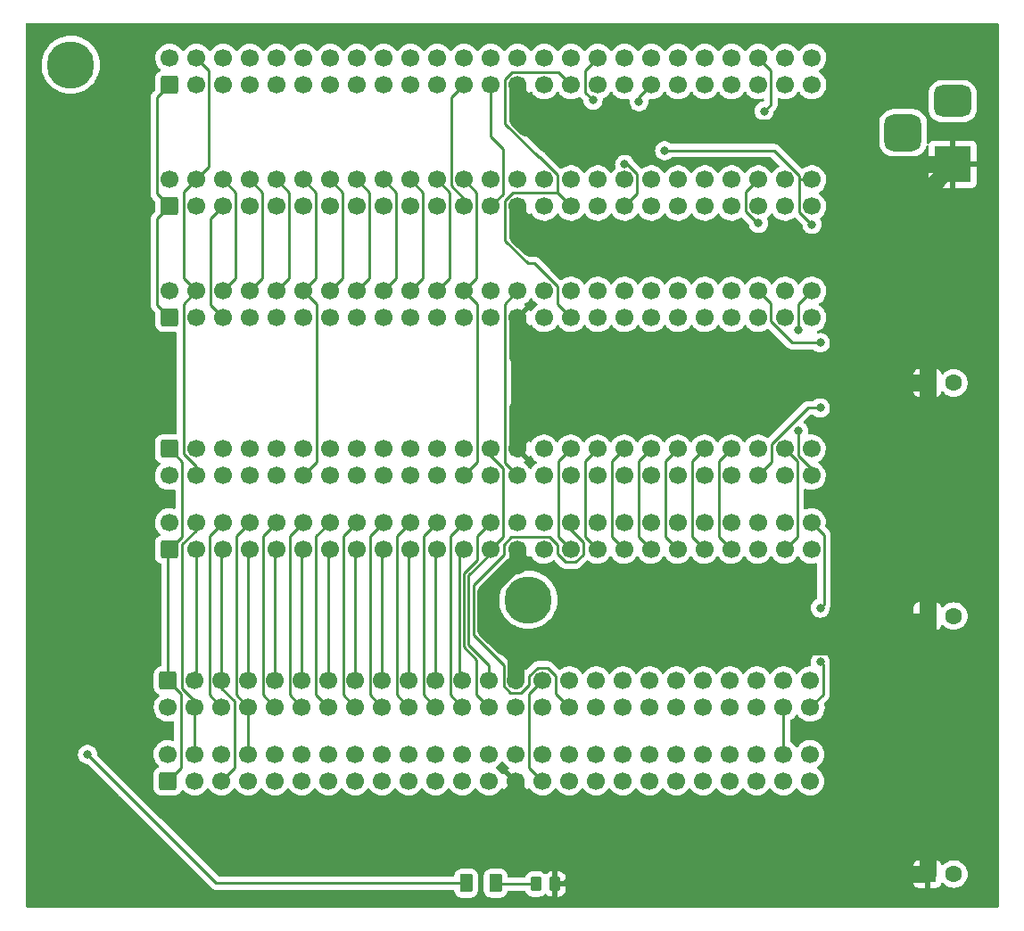
<source format=gbr>
%TF.GenerationSoftware,KiCad,Pcbnew,(6.0.7)*%
%TF.CreationDate,2022-12-21T02:17:17+00:00*%
%TF.ProjectId,CPC464-2MINIDOCK,43504334-3634-42d3-924d-494e49444f43,rev?*%
%TF.SameCoordinates,Original*%
%TF.FileFunction,Copper,L1,Top*%
%TF.FilePolarity,Positive*%
%FSLAX46Y46*%
G04 Gerber Fmt 4.6, Leading zero omitted, Abs format (unit mm)*
G04 Created by KiCad (PCBNEW (6.0.7)) date 2022-12-21 02:17:17*
%MOMM*%
%LPD*%
G01*
G04 APERTURE LIST*
G04 Aperture macros list*
%AMRoundRect*
0 Rectangle with rounded corners*
0 $1 Rounding radius*
0 $2 $3 $4 $5 $6 $7 $8 $9 X,Y pos of 4 corners*
0 Add a 4 corners polygon primitive as box body*
4,1,4,$2,$3,$4,$5,$6,$7,$8,$9,$2,$3,0*
0 Add four circle primitives for the rounded corners*
1,1,$1+$1,$2,$3*
1,1,$1+$1,$4,$5*
1,1,$1+$1,$6,$7*
1,1,$1+$1,$8,$9*
0 Add four rect primitives between the rounded corners*
20,1,$1+$1,$2,$3,$4,$5,0*
20,1,$1+$1,$4,$5,$6,$7,0*
20,1,$1+$1,$6,$7,$8,$9,0*
20,1,$1+$1,$8,$9,$2,$3,0*%
G04 Aperture macros list end*
%TA.AperFunction,ComponentPad*%
%ADD10R,3.500000X3.500000*%
%TD*%
%TA.AperFunction,ComponentPad*%
%ADD11RoundRect,0.750000X-1.000000X0.750000X-1.000000X-0.750000X1.000000X-0.750000X1.000000X0.750000X0*%
%TD*%
%TA.AperFunction,ComponentPad*%
%ADD12RoundRect,0.875000X-0.875000X0.875000X-0.875000X-0.875000X0.875000X-0.875000X0.875000X0.875000X0*%
%TD*%
%TA.AperFunction,ComponentPad*%
%ADD13R,1.600000X1.600000*%
%TD*%
%TA.AperFunction,ComponentPad*%
%ADD14C,1.600000*%
%TD*%
%TA.AperFunction,ComponentPad*%
%ADD15RoundRect,0.250000X0.600000X-0.600000X0.600000X0.600000X-0.600000X0.600000X-0.600000X-0.600000X0*%
%TD*%
%TA.AperFunction,ComponentPad*%
%ADD16C,1.700000*%
%TD*%
%TA.AperFunction,SMDPad,CuDef*%
%ADD17RoundRect,0.250000X-0.262500X-0.450000X0.262500X-0.450000X0.262500X0.450000X-0.262500X0.450000X0*%
%TD*%
%TA.AperFunction,SMDPad,CuDef*%
%ADD18RoundRect,0.250000X-0.375000X-0.625000X0.375000X-0.625000X0.375000X0.625000X-0.375000X0.625000X0*%
%TD*%
%TA.AperFunction,ComponentPad*%
%ADD19C,4.500000*%
%TD*%
%TA.AperFunction,ViaPad*%
%ADD20C,0.800000*%
%TD*%
%TA.AperFunction,Conductor*%
%ADD21C,0.250000*%
%TD*%
%TA.AperFunction,Conductor*%
%ADD22C,1.620000*%
%TD*%
G04 APERTURE END LIST*
D10*
%TO.P,J1,1*%
%TO.N,+5V*%
X121988500Y-35438600D03*
D11*
%TO.P,J1,2*%
%TO.N,GND*%
X121988500Y-29438600D03*
D12*
%TO.P,J1,3*%
X117288500Y-32438600D03*
%TD*%
D13*
%TO.P,C692,1*%
%TO.N,+5V*%
X119594600Y-102819200D03*
D14*
%TO.P,C692,2*%
%TO.N,GND*%
X122094600Y-102819200D03*
%TD*%
D13*
%TO.P,C691,1*%
%TO.N,+5V*%
X119594600Y-78333600D03*
D14*
%TO.P,C691,2*%
%TO.N,GND*%
X122094600Y-78333600D03*
%TD*%
D13*
%TO.P,C690,1*%
%TO.N,+5V*%
X119594600Y-56184800D03*
D14*
%TO.P,C690,2*%
%TO.N,GND*%
X122094600Y-56184800D03*
%TD*%
D15*
%TO.P,CE696,1,Pin_1*%
%TO.N,SOUND*%
X47498000Y-94000000D03*
D16*
%TO.P,CE696,2,Pin_2*%
%TO.N,GND*%
X47498000Y-91460000D03*
%TO.P,CE696,3,Pin_3*%
%TO.N,/A15*%
X50038000Y-94000000D03*
%TO.P,CE696,4,Pin_4*%
%TO.N,/A14*%
X50038000Y-91460000D03*
%TO.P,CE696,5,Pin_5*%
%TO.N,/A13*%
X52578000Y-94000000D03*
%TO.P,CE696,6,Pin_6*%
%TO.N,/A12*%
X52578000Y-91460000D03*
%TO.P,CE696,7,Pin_7*%
%TO.N,/A11*%
X55118000Y-94000000D03*
%TO.P,CE696,8,Pin_8*%
%TO.N,/A10*%
X55118000Y-91460000D03*
%TO.P,CE696,9,Pin_9*%
%TO.N,/A9*%
X57658000Y-94000000D03*
%TO.P,CE696,10,Pin_10*%
%TO.N,/A8*%
X57658000Y-91460000D03*
%TO.P,CE696,11,Pin_11*%
%TO.N,/A7*%
X60198000Y-94000000D03*
%TO.P,CE696,12,Pin_12*%
%TO.N,/A6*%
X60198000Y-91460000D03*
%TO.P,CE696,13,Pin_13*%
%TO.N,/A5*%
X62738000Y-94000000D03*
%TO.P,CE696,14,Pin_14*%
%TO.N,/A4*%
X62738000Y-91460000D03*
%TO.P,CE696,15,Pin_15*%
%TO.N,/A3*%
X65278000Y-94000000D03*
%TO.P,CE696,16,Pin_16*%
%TO.N,/A2*%
X65278000Y-91460000D03*
%TO.P,CE696,17,Pin_17*%
%TO.N,/A1*%
X67818000Y-94000000D03*
%TO.P,CE696,18,Pin_18*%
%TO.N,/A0*%
X67818000Y-91460000D03*
%TO.P,CE696,19,Pin_19*%
%TO.N,/D7*%
X70358000Y-94000000D03*
%TO.P,CE696,20,Pin_20*%
%TO.N,/D6*%
X70358000Y-91460000D03*
%TO.P,CE696,21,Pin_21*%
%TO.N,/D5*%
X72898000Y-94000000D03*
%TO.P,CE696,22,Pin_22*%
%TO.N,/D4*%
X72898000Y-91460000D03*
%TO.P,CE696,23,Pin_23*%
%TO.N,/D3*%
X75438000Y-94000000D03*
%TO.P,CE696,24,Pin_24*%
%TO.N,/D2*%
X75438000Y-91460000D03*
%TO.P,CE696,25,Pin_25*%
%TO.N,/D1*%
X77978000Y-94000000D03*
%TO.P,CE696,26,Pin_26*%
%TO.N,/D0*%
X77978000Y-91460000D03*
%TO.P,CE696,27,Pin_27*%
%TO.N,+5V*%
X80518000Y-94000000D03*
%TO.P,CE696,28,Pin_28*%
%TO.N,MREQ*%
X80518000Y-91460000D03*
%TO.P,CE696,29,Pin_29*%
%TO.N,M1*%
X83058000Y-94000000D03*
%TO.P,CE696,30,Pin_30*%
%TO.N,RFSH*%
X83058000Y-91460000D03*
%TO.P,CE696,31,Pin_31*%
%TO.N,IORQ*%
X85598000Y-94000000D03*
%TO.P,CE696,32,Pin_32*%
%TO.N,RD*%
X85598000Y-91460000D03*
%TO.P,CE696,33,Pin_33*%
%TO.N,WR*%
X88138000Y-94000000D03*
%TO.P,CE696,34,Pin_34*%
%TO.N,HALT*%
X88138000Y-91460000D03*
%TO.P,CE696,35,Pin_35*%
%TO.N,INT*%
X90678000Y-94000000D03*
%TO.P,CE696,36,Pin_36*%
%TO.N,NMI*%
X90678000Y-91460000D03*
%TO.P,CE696,37,Pin_37*%
%TO.N,BUSRQ*%
X93218000Y-94000000D03*
%TO.P,CE696,38,Pin_38*%
%TO.N,BUSAK*%
X93218000Y-91460000D03*
%TO.P,CE696,39,Pin_39*%
%TO.N,READY*%
X95758000Y-94000000D03*
%TO.P,CE696,40,Pin_40*%
%TO.N,BUS*%
X95758000Y-91460000D03*
%TO.P,CE696,41,Pin_41*%
%TO.N,RESET*%
X98298000Y-94000000D03*
%TO.P,CE696,42,Pin_42*%
%TO.N,ROMEN*%
X98298000Y-91460000D03*
%TO.P,CE696,43,Pin_43*%
%TO.N,ROMDIS*%
X100838000Y-94000000D03*
%TO.P,CE696,44,Pin_44*%
%TO.N,RAMRD*%
X100838000Y-91460000D03*
%TO.P,CE696,45,Pin_45*%
%TO.N,RAMDIS*%
X103378000Y-94000000D03*
%TO.P,CE696,46,Pin_46*%
%TO.N,CURSOR*%
X103378000Y-91460000D03*
%TO.P,CE696,47,Pin_47*%
%TO.N,LPEN*%
X105918000Y-94000000D03*
%TO.P,CE696,48,Pin_48*%
%TO.N,EXP*%
X105918000Y-91460000D03*
%TO.P,CE696,49,Pin_49*%
%TO.N,GND*%
X108458000Y-94000000D03*
%TO.P,CE696,50,Pin_50*%
%TO.N,A100*%
X108458000Y-91460000D03*
%TD*%
D15*
%TO.P,CE695,1,Pin_1*%
%TO.N,SOUND*%
X47523400Y-84460000D03*
D16*
%TO.P,CE695,2,Pin_2*%
%TO.N,GND*%
X47523400Y-87000000D03*
%TO.P,CE695,3,Pin_3*%
%TO.N,/A15*%
X50063400Y-84460000D03*
%TO.P,CE695,4,Pin_4*%
%TO.N,/A14*%
X50063400Y-87000000D03*
%TO.P,CE695,5,Pin_5*%
%TO.N,/A13*%
X52603400Y-84460000D03*
%TO.P,CE695,6,Pin_6*%
%TO.N,/A12*%
X52603400Y-87000000D03*
%TO.P,CE695,7,Pin_7*%
%TO.N,/A11*%
X55143400Y-84460000D03*
%TO.P,CE695,8,Pin_8*%
%TO.N,/A10*%
X55143400Y-87000000D03*
%TO.P,CE695,9,Pin_9*%
%TO.N,/A9*%
X57683400Y-84460000D03*
%TO.P,CE695,10,Pin_10*%
%TO.N,/A8*%
X57683400Y-87000000D03*
%TO.P,CE695,11,Pin_11*%
%TO.N,/A7*%
X60223400Y-84460000D03*
%TO.P,CE695,12,Pin_12*%
%TO.N,/A6*%
X60223400Y-87000000D03*
%TO.P,CE695,13,Pin_13*%
%TO.N,/A5*%
X62763400Y-84460000D03*
%TO.P,CE695,14,Pin_14*%
%TO.N,/A4*%
X62763400Y-87000000D03*
%TO.P,CE695,15,Pin_15*%
%TO.N,/A3*%
X65303400Y-84460000D03*
%TO.P,CE695,16,Pin_16*%
%TO.N,/A2*%
X65303400Y-87000000D03*
%TO.P,CE695,17,Pin_17*%
%TO.N,/A1*%
X67843400Y-84460000D03*
%TO.P,CE695,18,Pin_18*%
%TO.N,/A0*%
X67843400Y-87000000D03*
%TO.P,CE695,19,Pin_19*%
%TO.N,/D7*%
X70383400Y-84460000D03*
%TO.P,CE695,20,Pin_20*%
%TO.N,/D6*%
X70383400Y-87000000D03*
%TO.P,CE695,21,Pin_21*%
%TO.N,/D5*%
X72923400Y-84460000D03*
%TO.P,CE695,22,Pin_22*%
%TO.N,/D4*%
X72923400Y-87000000D03*
%TO.P,CE695,23,Pin_23*%
%TO.N,/D3*%
X75463400Y-84460000D03*
%TO.P,CE695,24,Pin_24*%
%TO.N,/D2*%
X75463400Y-87000000D03*
%TO.P,CE695,25,Pin_25*%
%TO.N,/D1*%
X78003400Y-84460000D03*
%TO.P,CE695,26,Pin_26*%
%TO.N,/D0*%
X78003400Y-87000000D03*
%TO.P,CE695,27,Pin_27*%
%TO.N,+5V*%
X80543400Y-84460000D03*
%TO.P,CE695,28,Pin_28*%
%TO.N,MREQ*%
X80543400Y-87000000D03*
%TO.P,CE695,29,Pin_29*%
%TO.N,M1*%
X83083400Y-84460000D03*
%TO.P,CE695,30,Pin_30*%
%TO.N,RFSH*%
X83083400Y-87000000D03*
%TO.P,CE695,31,Pin_31*%
%TO.N,IORQ*%
X85623400Y-84460000D03*
%TO.P,CE695,32,Pin_32*%
%TO.N,RD*%
X85623400Y-87000000D03*
%TO.P,CE695,33,Pin_33*%
%TO.N,WR*%
X88163400Y-84460000D03*
%TO.P,CE695,34,Pin_34*%
%TO.N,HALT*%
X88163400Y-87000000D03*
%TO.P,CE695,35,Pin_35*%
%TO.N,INT*%
X90703400Y-84460000D03*
%TO.P,CE695,36,Pin_36*%
%TO.N,NMI*%
X90703400Y-87000000D03*
%TO.P,CE695,37,Pin_37*%
%TO.N,BUSRQ*%
X93243400Y-84460000D03*
%TO.P,CE695,38,Pin_38*%
%TO.N,BUSAK*%
X93243400Y-87000000D03*
%TO.P,CE695,39,Pin_39*%
%TO.N,READY*%
X95783400Y-84460000D03*
%TO.P,CE695,40,Pin_40*%
%TO.N,BUS*%
X95783400Y-87000000D03*
%TO.P,CE695,41,Pin_41*%
%TO.N,RESET*%
X98323400Y-84460000D03*
%TO.P,CE695,42,Pin_42*%
%TO.N,ROMEN*%
X98323400Y-87000000D03*
%TO.P,CE695,43,Pin_43*%
%TO.N,ROMDIS*%
X100863400Y-84460000D03*
%TO.P,CE695,44,Pin_44*%
%TO.N,RAMRD*%
X100863400Y-87000000D03*
%TO.P,CE695,45,Pin_45*%
%TO.N,RAMDIS*%
X103403400Y-84460000D03*
%TO.P,CE695,46,Pin_46*%
%TO.N,CURSOR*%
X103403400Y-87000000D03*
%TO.P,CE695,47,Pin_47*%
%TO.N,LPEN*%
X105943400Y-84460000D03*
%TO.P,CE695,48,Pin_48*%
%TO.N,EXP*%
X105943400Y-87000000D03*
%TO.P,CE695,49,Pin_49*%
%TO.N,GND*%
X108483400Y-84460000D03*
%TO.P,CE695,50,Pin_50*%
%TO.N,A100*%
X108483400Y-87000000D03*
%TD*%
%TO.P,CE694,50,Pin_50*%
%TO.N,A100*%
X108585000Y-69460000D03*
%TO.P,CE694,49,Pin_49*%
%TO.N,GND*%
X108585000Y-72000000D03*
%TO.P,CE694,48,Pin_48*%
%TO.N,EXP*%
X106045000Y-69460000D03*
%TO.P,CE694,47,Pin_47*%
%TO.N,LPEN*%
X106045000Y-72000000D03*
%TO.P,CE694,46,Pin_46*%
%TO.N,CURSOR*%
X103505000Y-69460000D03*
%TO.P,CE694,45,Pin_45*%
%TO.N,RAMDIS*%
X103505000Y-72000000D03*
%TO.P,CE694,44,Pin_44*%
%TO.N,RAMRD*%
X100965000Y-69460000D03*
%TO.P,CE694,43,Pin_43*%
%TO.N,ROMDIS*%
X100965000Y-72000000D03*
%TO.P,CE694,42,Pin_42*%
%TO.N,ROMEN*%
X98425000Y-69460000D03*
%TO.P,CE694,41,Pin_41*%
%TO.N,RESET*%
X98425000Y-72000000D03*
%TO.P,CE694,40,Pin_40*%
%TO.N,BUS*%
X95885000Y-69460000D03*
%TO.P,CE694,39,Pin_39*%
%TO.N,READY*%
X95885000Y-72000000D03*
%TO.P,CE694,38,Pin_38*%
%TO.N,BUSAK*%
X93345000Y-69460000D03*
%TO.P,CE694,37,Pin_37*%
%TO.N,BUSRQ*%
X93345000Y-72000000D03*
%TO.P,CE694,36,Pin_36*%
%TO.N,NMI*%
X90805000Y-69460000D03*
%TO.P,CE694,35,Pin_35*%
%TO.N,INT*%
X90805000Y-72000000D03*
%TO.P,CE694,34,Pin_34*%
%TO.N,HALT*%
X88265000Y-69460000D03*
%TO.P,CE694,33,Pin_33*%
%TO.N,WR*%
X88265000Y-72000000D03*
%TO.P,CE694,32,Pin_32*%
%TO.N,RD*%
X85725000Y-69460000D03*
%TO.P,CE694,31,Pin_31*%
%TO.N,IORQ*%
X85725000Y-72000000D03*
%TO.P,CE694,30,Pin_30*%
%TO.N,RFSH*%
X83185000Y-69460000D03*
%TO.P,CE694,29,Pin_29*%
%TO.N,M1*%
X83185000Y-72000000D03*
%TO.P,CE694,28,Pin_28*%
%TO.N,MREQ*%
X80645000Y-69460000D03*
%TO.P,CE694,27,Pin_27*%
%TO.N,+5V*%
X80645000Y-72000000D03*
%TO.P,CE694,26,Pin_26*%
%TO.N,/D0*%
X78105000Y-69460000D03*
%TO.P,CE694,25,Pin_25*%
%TO.N,/D1*%
X78105000Y-72000000D03*
%TO.P,CE694,24,Pin_24*%
%TO.N,/D2*%
X75565000Y-69460000D03*
%TO.P,CE694,23,Pin_23*%
%TO.N,/D3*%
X75565000Y-72000000D03*
%TO.P,CE694,22,Pin_22*%
%TO.N,/D4*%
X73025000Y-69460000D03*
%TO.P,CE694,21,Pin_21*%
%TO.N,/D5*%
X73025000Y-72000000D03*
%TO.P,CE694,20,Pin_20*%
%TO.N,/D6*%
X70485000Y-69460000D03*
%TO.P,CE694,19,Pin_19*%
%TO.N,/D7*%
X70485000Y-72000000D03*
%TO.P,CE694,18,Pin_18*%
%TO.N,/A0*%
X67945000Y-69460000D03*
%TO.P,CE694,17,Pin_17*%
%TO.N,/A1*%
X67945000Y-72000000D03*
%TO.P,CE694,16,Pin_16*%
%TO.N,/A2*%
X65405000Y-69460000D03*
%TO.P,CE694,15,Pin_15*%
%TO.N,/A3*%
X65405000Y-72000000D03*
%TO.P,CE694,14,Pin_14*%
%TO.N,/A4*%
X62865000Y-69460000D03*
%TO.P,CE694,13,Pin_13*%
%TO.N,/A5*%
X62865000Y-72000000D03*
%TO.P,CE694,12,Pin_12*%
%TO.N,/A6*%
X60325000Y-69460000D03*
%TO.P,CE694,11,Pin_11*%
%TO.N,/A7*%
X60325000Y-72000000D03*
%TO.P,CE694,10,Pin_10*%
%TO.N,/A8*%
X57785000Y-69460000D03*
%TO.P,CE694,9,Pin_9*%
%TO.N,/A9*%
X57785000Y-72000000D03*
%TO.P,CE694,8,Pin_8*%
%TO.N,/A10*%
X55245000Y-69460000D03*
%TO.P,CE694,7,Pin_7*%
%TO.N,/A11*%
X55245000Y-72000000D03*
%TO.P,CE694,6,Pin_6*%
%TO.N,/A12*%
X52705000Y-69460000D03*
%TO.P,CE694,5,Pin_5*%
%TO.N,/A13*%
X52705000Y-72000000D03*
%TO.P,CE694,4,Pin_4*%
%TO.N,/A14*%
X50165000Y-69460000D03*
%TO.P,CE694,3,Pin_3*%
%TO.N,/A15*%
X50165000Y-72000000D03*
%TO.P,CE694,2,Pin_2*%
%TO.N,GND*%
X47625000Y-69460000D03*
D15*
%TO.P,CE694,1,Pin_1*%
%TO.N,SOUND*%
X47625000Y-72000000D03*
%TD*%
%TO.P,CE693,1,Pin_1*%
%TO.N,SOUND*%
X47625000Y-62460000D03*
D16*
%TO.P,CE693,2,Pin_2*%
%TO.N,GND*%
X47625000Y-65000000D03*
%TO.P,CE693,3,Pin_3*%
%TO.N,/A15*%
X50165000Y-62460000D03*
%TO.P,CE693,4,Pin_4*%
%TO.N,/A14*%
X50165000Y-65000000D03*
%TO.P,CE693,5,Pin_5*%
%TO.N,/A13*%
X52705000Y-62460000D03*
%TO.P,CE693,6,Pin_6*%
%TO.N,/A12*%
X52705000Y-65000000D03*
%TO.P,CE693,7,Pin_7*%
%TO.N,/A11*%
X55245000Y-62460000D03*
%TO.P,CE693,8,Pin_8*%
%TO.N,/A10*%
X55245000Y-65000000D03*
%TO.P,CE693,9,Pin_9*%
%TO.N,/A9*%
X57785000Y-62460000D03*
%TO.P,CE693,10,Pin_10*%
%TO.N,/A8*%
X57785000Y-65000000D03*
%TO.P,CE693,11,Pin_11*%
%TO.N,/A7*%
X60325000Y-62460000D03*
%TO.P,CE693,12,Pin_12*%
%TO.N,/A6*%
X60325000Y-65000000D03*
%TO.P,CE693,13,Pin_13*%
%TO.N,/A5*%
X62865000Y-62460000D03*
%TO.P,CE693,14,Pin_14*%
%TO.N,/A4*%
X62865000Y-65000000D03*
%TO.P,CE693,15,Pin_15*%
%TO.N,/A3*%
X65405000Y-62460000D03*
%TO.P,CE693,16,Pin_16*%
%TO.N,/A2*%
X65405000Y-65000000D03*
%TO.P,CE693,17,Pin_17*%
%TO.N,/A1*%
X67945000Y-62460000D03*
%TO.P,CE693,18,Pin_18*%
%TO.N,/A0*%
X67945000Y-65000000D03*
%TO.P,CE693,19,Pin_19*%
%TO.N,/D7*%
X70485000Y-62460000D03*
%TO.P,CE693,20,Pin_20*%
%TO.N,/D6*%
X70485000Y-65000000D03*
%TO.P,CE693,21,Pin_21*%
%TO.N,/D5*%
X73025000Y-62460000D03*
%TO.P,CE693,22,Pin_22*%
%TO.N,/D4*%
X73025000Y-65000000D03*
%TO.P,CE693,23,Pin_23*%
%TO.N,/D3*%
X75565000Y-62460000D03*
%TO.P,CE693,24,Pin_24*%
%TO.N,/D2*%
X75565000Y-65000000D03*
%TO.P,CE693,25,Pin_25*%
%TO.N,/D1*%
X78105000Y-62460000D03*
%TO.P,CE693,26,Pin_26*%
%TO.N,/D0*%
X78105000Y-65000000D03*
%TO.P,CE693,27,Pin_27*%
%TO.N,+5V*%
X80645000Y-62460000D03*
%TO.P,CE693,28,Pin_28*%
%TO.N,MREQ*%
X80645000Y-65000000D03*
%TO.P,CE693,29,Pin_29*%
%TO.N,M1*%
X83185000Y-62460000D03*
%TO.P,CE693,30,Pin_30*%
%TO.N,RFSH*%
X83185000Y-65000000D03*
%TO.P,CE693,31,Pin_31*%
%TO.N,IORQ*%
X85725000Y-62460000D03*
%TO.P,CE693,32,Pin_32*%
%TO.N,RD*%
X85725000Y-65000000D03*
%TO.P,CE693,33,Pin_33*%
%TO.N,WR*%
X88265000Y-62460000D03*
%TO.P,CE693,34,Pin_34*%
%TO.N,HALT*%
X88265000Y-65000000D03*
%TO.P,CE693,35,Pin_35*%
%TO.N,INT*%
X90805000Y-62460000D03*
%TO.P,CE693,36,Pin_36*%
%TO.N,NMI*%
X90805000Y-65000000D03*
%TO.P,CE693,37,Pin_37*%
%TO.N,BUSRQ*%
X93345000Y-62460000D03*
%TO.P,CE693,38,Pin_38*%
%TO.N,BUSAK*%
X93345000Y-65000000D03*
%TO.P,CE693,39,Pin_39*%
%TO.N,READY*%
X95885000Y-62460000D03*
%TO.P,CE693,40,Pin_40*%
%TO.N,BUS*%
X95885000Y-65000000D03*
%TO.P,CE693,41,Pin_41*%
%TO.N,RESET*%
X98425000Y-62460000D03*
%TO.P,CE693,42,Pin_42*%
%TO.N,ROMEN*%
X98425000Y-65000000D03*
%TO.P,CE693,43,Pin_43*%
%TO.N,ROMDIS*%
X100965000Y-62460000D03*
%TO.P,CE693,44,Pin_44*%
%TO.N,RAMRD*%
X100965000Y-65000000D03*
%TO.P,CE693,45,Pin_45*%
%TO.N,RAMDIS*%
X103505000Y-62460000D03*
%TO.P,CE693,46,Pin_46*%
%TO.N,CURSOR*%
X103505000Y-65000000D03*
%TO.P,CE693,47,Pin_47*%
%TO.N,LPEN*%
X106045000Y-62460000D03*
%TO.P,CE693,48,Pin_48*%
%TO.N,EXP*%
X106045000Y-65000000D03*
%TO.P,CE693,49,Pin_49*%
%TO.N,GND*%
X108585000Y-62460000D03*
%TO.P,CE693,50,Pin_50*%
%TO.N,A100*%
X108585000Y-65000000D03*
%TD*%
D15*
%TO.P,CE692,1,Pin_1*%
%TO.N,SOUND*%
X47675800Y-50000000D03*
D16*
%TO.P,CE692,2,Pin_2*%
%TO.N,GND*%
X47675800Y-47460000D03*
%TO.P,CE692,3,Pin_3*%
%TO.N,/A15*%
X50215800Y-50000000D03*
%TO.P,CE692,4,Pin_4*%
%TO.N,/A14*%
X50215800Y-47460000D03*
%TO.P,CE692,5,Pin_5*%
%TO.N,/A13*%
X52755800Y-50000000D03*
%TO.P,CE692,6,Pin_6*%
%TO.N,/A12*%
X52755800Y-47460000D03*
%TO.P,CE692,7,Pin_7*%
%TO.N,/A11*%
X55295800Y-50000000D03*
%TO.P,CE692,8,Pin_8*%
%TO.N,/A10*%
X55295800Y-47460000D03*
%TO.P,CE692,9,Pin_9*%
%TO.N,/A9*%
X57835800Y-50000000D03*
%TO.P,CE692,10,Pin_10*%
%TO.N,/A8*%
X57835800Y-47460000D03*
%TO.P,CE692,11,Pin_11*%
%TO.N,/A7*%
X60375800Y-50000000D03*
%TO.P,CE692,12,Pin_12*%
%TO.N,/A6*%
X60375800Y-47460000D03*
%TO.P,CE692,13,Pin_13*%
%TO.N,/A5*%
X62915800Y-50000000D03*
%TO.P,CE692,14,Pin_14*%
%TO.N,/A4*%
X62915800Y-47460000D03*
%TO.P,CE692,15,Pin_15*%
%TO.N,/A3*%
X65455800Y-50000000D03*
%TO.P,CE692,16,Pin_16*%
%TO.N,/A2*%
X65455800Y-47460000D03*
%TO.P,CE692,17,Pin_17*%
%TO.N,/A1*%
X67995800Y-50000000D03*
%TO.P,CE692,18,Pin_18*%
%TO.N,/A0*%
X67995800Y-47460000D03*
%TO.P,CE692,19,Pin_19*%
%TO.N,/D7*%
X70535800Y-50000000D03*
%TO.P,CE692,20,Pin_20*%
%TO.N,/D6*%
X70535800Y-47460000D03*
%TO.P,CE692,21,Pin_21*%
%TO.N,/D5*%
X73075800Y-50000000D03*
%TO.P,CE692,22,Pin_22*%
%TO.N,/D4*%
X73075800Y-47460000D03*
%TO.P,CE692,23,Pin_23*%
%TO.N,/D3*%
X75615800Y-50000000D03*
%TO.P,CE692,24,Pin_24*%
%TO.N,/D2*%
X75615800Y-47460000D03*
%TO.P,CE692,25,Pin_25*%
%TO.N,/D1*%
X78155800Y-50000000D03*
%TO.P,CE692,26,Pin_26*%
%TO.N,/D0*%
X78155800Y-47460000D03*
%TO.P,CE692,27,Pin_27*%
%TO.N,+5V*%
X80695800Y-50000000D03*
%TO.P,CE692,28,Pin_28*%
%TO.N,MREQ*%
X80695800Y-47460000D03*
%TO.P,CE692,29,Pin_29*%
%TO.N,M1*%
X83235800Y-50000000D03*
%TO.P,CE692,30,Pin_30*%
%TO.N,RFSH*%
X83235800Y-47460000D03*
%TO.P,CE692,31,Pin_31*%
%TO.N,IORQ*%
X85775800Y-50000000D03*
%TO.P,CE692,32,Pin_32*%
%TO.N,RD*%
X85775800Y-47460000D03*
%TO.P,CE692,33,Pin_33*%
%TO.N,WR*%
X88315800Y-50000000D03*
%TO.P,CE692,34,Pin_34*%
%TO.N,HALT*%
X88315800Y-47460000D03*
%TO.P,CE692,35,Pin_35*%
%TO.N,INT*%
X90855800Y-50000000D03*
%TO.P,CE692,36,Pin_36*%
%TO.N,NMI*%
X90855800Y-47460000D03*
%TO.P,CE692,37,Pin_37*%
%TO.N,BUSRQ*%
X93395800Y-50000000D03*
%TO.P,CE692,38,Pin_38*%
%TO.N,BUSAK*%
X93395800Y-47460000D03*
%TO.P,CE692,39,Pin_39*%
%TO.N,READY*%
X95935800Y-50000000D03*
%TO.P,CE692,40,Pin_40*%
%TO.N,BUS*%
X95935800Y-47460000D03*
%TO.P,CE692,41,Pin_41*%
%TO.N,RESET*%
X98475800Y-50000000D03*
%TO.P,CE692,42,Pin_42*%
%TO.N,ROMEN*%
X98475800Y-47460000D03*
%TO.P,CE692,43,Pin_43*%
%TO.N,ROMDIS*%
X101015800Y-50000000D03*
%TO.P,CE692,44,Pin_44*%
%TO.N,RAMRD*%
X101015800Y-47460000D03*
%TO.P,CE692,45,Pin_45*%
%TO.N,RAMDIS*%
X103555800Y-50000000D03*
%TO.P,CE692,46,Pin_46*%
%TO.N,CURSOR*%
X103555800Y-47460000D03*
%TO.P,CE692,47,Pin_47*%
%TO.N,LPEN*%
X106095800Y-50000000D03*
%TO.P,CE692,48,Pin_48*%
%TO.N,EXP*%
X106095800Y-47460000D03*
%TO.P,CE692,49,Pin_49*%
%TO.N,GND*%
X108635800Y-50000000D03*
%TO.P,CE692,50,Pin_50*%
%TO.N,A100*%
X108635800Y-47460000D03*
%TD*%
D15*
%TO.P,CE691,1,Pin_1*%
%TO.N,SOUND*%
X47675800Y-39436700D03*
D16*
%TO.P,CE691,2,Pin_2*%
%TO.N,GND*%
X47675800Y-36896700D03*
%TO.P,CE691,3,Pin_3*%
%TO.N,/A15*%
X50215800Y-39436700D03*
%TO.P,CE691,4,Pin_4*%
%TO.N,/A14*%
X50215800Y-36896700D03*
%TO.P,CE691,5,Pin_5*%
%TO.N,/A13*%
X52755800Y-39436700D03*
%TO.P,CE691,6,Pin_6*%
%TO.N,/A12*%
X52755800Y-36896700D03*
%TO.P,CE691,7,Pin_7*%
%TO.N,/A11*%
X55295800Y-39436700D03*
%TO.P,CE691,8,Pin_8*%
%TO.N,/A10*%
X55295800Y-36896700D03*
%TO.P,CE691,9,Pin_9*%
%TO.N,/A9*%
X57835800Y-39436700D03*
%TO.P,CE691,10,Pin_10*%
%TO.N,/A8*%
X57835800Y-36896700D03*
%TO.P,CE691,11,Pin_11*%
%TO.N,/A7*%
X60375800Y-39436700D03*
%TO.P,CE691,12,Pin_12*%
%TO.N,/A6*%
X60375800Y-36896700D03*
%TO.P,CE691,13,Pin_13*%
%TO.N,/A5*%
X62915800Y-39436700D03*
%TO.P,CE691,14,Pin_14*%
%TO.N,/A4*%
X62915800Y-36896700D03*
%TO.P,CE691,15,Pin_15*%
%TO.N,/A3*%
X65455800Y-39436700D03*
%TO.P,CE691,16,Pin_16*%
%TO.N,/A2*%
X65455800Y-36896700D03*
%TO.P,CE691,17,Pin_17*%
%TO.N,/A1*%
X67995800Y-39436700D03*
%TO.P,CE691,18,Pin_18*%
%TO.N,/A0*%
X67995800Y-36896700D03*
%TO.P,CE691,19,Pin_19*%
%TO.N,/D7*%
X70535800Y-39436700D03*
%TO.P,CE691,20,Pin_20*%
%TO.N,/D6*%
X70535800Y-36896700D03*
%TO.P,CE691,21,Pin_21*%
%TO.N,/D5*%
X73075800Y-39436700D03*
%TO.P,CE691,22,Pin_22*%
%TO.N,/D4*%
X73075800Y-36896700D03*
%TO.P,CE691,23,Pin_23*%
%TO.N,/D3*%
X75615800Y-39436700D03*
%TO.P,CE691,24,Pin_24*%
%TO.N,/D2*%
X75615800Y-36896700D03*
%TO.P,CE691,25,Pin_25*%
%TO.N,/D1*%
X78155800Y-39436700D03*
%TO.P,CE691,26,Pin_26*%
%TO.N,/D0*%
X78155800Y-36896700D03*
%TO.P,CE691,27,Pin_27*%
%TO.N,+5V*%
X80695800Y-39436700D03*
%TO.P,CE691,28,Pin_28*%
%TO.N,MREQ*%
X80695800Y-36896700D03*
%TO.P,CE691,29,Pin_29*%
%TO.N,M1*%
X83235800Y-39436700D03*
%TO.P,CE691,30,Pin_30*%
%TO.N,RFSH*%
X83235800Y-36896700D03*
%TO.P,CE691,31,Pin_31*%
%TO.N,IORQ*%
X85775800Y-39436700D03*
%TO.P,CE691,32,Pin_32*%
%TO.N,RD*%
X85775800Y-36896700D03*
%TO.P,CE691,33,Pin_33*%
%TO.N,WR*%
X88315800Y-39436700D03*
%TO.P,CE691,34,Pin_34*%
%TO.N,HALT*%
X88315800Y-36896700D03*
%TO.P,CE691,35,Pin_35*%
%TO.N,INT*%
X90855800Y-39436700D03*
%TO.P,CE691,36,Pin_36*%
%TO.N,NMI*%
X90855800Y-36896700D03*
%TO.P,CE691,37,Pin_37*%
%TO.N,BUSRQ*%
X93395800Y-39436700D03*
%TO.P,CE691,38,Pin_38*%
%TO.N,BUSAK*%
X93395800Y-36896700D03*
%TO.P,CE691,39,Pin_39*%
%TO.N,READY*%
X95935800Y-39436700D03*
%TO.P,CE691,40,Pin_40*%
%TO.N,BUS*%
X95935800Y-36896700D03*
%TO.P,CE691,41,Pin_41*%
%TO.N,RESET*%
X98475800Y-39436700D03*
%TO.P,CE691,42,Pin_42*%
%TO.N,ROMEN*%
X98475800Y-36896700D03*
%TO.P,CE691,43,Pin_43*%
%TO.N,ROMDIS*%
X101015800Y-39436700D03*
%TO.P,CE691,44,Pin_44*%
%TO.N,RAMRD*%
X101015800Y-36896700D03*
%TO.P,CE691,45,Pin_45*%
%TO.N,RAMDIS*%
X103555800Y-39436700D03*
%TO.P,CE691,46,Pin_46*%
%TO.N,CURSOR*%
X103555800Y-36896700D03*
%TO.P,CE691,47,Pin_47*%
%TO.N,LPEN*%
X106095800Y-39436700D03*
%TO.P,CE691,48,Pin_48*%
%TO.N,EXP*%
X106095800Y-36896700D03*
%TO.P,CE691,49,Pin_49*%
%TO.N,GND*%
X108635800Y-39436700D03*
%TO.P,CE691,50,Pin_50*%
%TO.N,A100*%
X108635800Y-36896700D03*
%TD*%
D15*
%TO.P,CE690,1,Pin_1*%
%TO.N,SOUND*%
X47675800Y-27889200D03*
D16*
%TO.P,CE690,2,Pin_2*%
%TO.N,GND*%
X47675800Y-25349200D03*
%TO.P,CE690,3,Pin_3*%
%TO.N,/A15*%
X50215800Y-27889200D03*
%TO.P,CE690,4,Pin_4*%
%TO.N,/A14*%
X50215800Y-25349200D03*
%TO.P,CE690,5,Pin_5*%
%TO.N,/A13*%
X52755800Y-27889200D03*
%TO.P,CE690,6,Pin_6*%
%TO.N,/A12*%
X52755800Y-25349200D03*
%TO.P,CE690,7,Pin_7*%
%TO.N,/A11*%
X55295800Y-27889200D03*
%TO.P,CE690,8,Pin_8*%
%TO.N,/A10*%
X55295800Y-25349200D03*
%TO.P,CE690,9,Pin_9*%
%TO.N,/A9*%
X57835800Y-27889200D03*
%TO.P,CE690,10,Pin_10*%
%TO.N,/A8*%
X57835800Y-25349200D03*
%TO.P,CE690,11,Pin_11*%
%TO.N,/A7*%
X60375800Y-27889200D03*
%TO.P,CE690,12,Pin_12*%
%TO.N,/A6*%
X60375800Y-25349200D03*
%TO.P,CE690,13,Pin_13*%
%TO.N,/A5*%
X62915800Y-27889200D03*
%TO.P,CE690,14,Pin_14*%
%TO.N,/A4*%
X62915800Y-25349200D03*
%TO.P,CE690,15,Pin_15*%
%TO.N,/A3*%
X65455800Y-27889200D03*
%TO.P,CE690,16,Pin_16*%
%TO.N,/A2*%
X65455800Y-25349200D03*
%TO.P,CE690,17,Pin_17*%
%TO.N,/A1*%
X67995800Y-27889200D03*
%TO.P,CE690,18,Pin_18*%
%TO.N,/A0*%
X67995800Y-25349200D03*
%TO.P,CE690,19,Pin_19*%
%TO.N,/D7*%
X70535800Y-27889200D03*
%TO.P,CE690,20,Pin_20*%
%TO.N,/D6*%
X70535800Y-25349200D03*
%TO.P,CE690,21,Pin_21*%
%TO.N,/D5*%
X73075800Y-27889200D03*
%TO.P,CE690,22,Pin_22*%
%TO.N,/D4*%
X73075800Y-25349200D03*
%TO.P,CE690,23,Pin_23*%
%TO.N,/D3*%
X75615800Y-27889200D03*
%TO.P,CE690,24,Pin_24*%
%TO.N,/D2*%
X75615800Y-25349200D03*
%TO.P,CE690,25,Pin_25*%
%TO.N,/D1*%
X78155800Y-27889200D03*
%TO.P,CE690,26,Pin_26*%
%TO.N,/D0*%
X78155800Y-25349200D03*
%TO.P,CE690,27,Pin_27*%
%TO.N,+5V*%
X80695800Y-27889200D03*
%TO.P,CE690,28,Pin_28*%
%TO.N,MREQ*%
X80695800Y-25349200D03*
%TO.P,CE690,29,Pin_29*%
%TO.N,M1*%
X83235800Y-27889200D03*
%TO.P,CE690,30,Pin_30*%
%TO.N,RFSH*%
X83235800Y-25349200D03*
%TO.P,CE690,31,Pin_31*%
%TO.N,IORQ*%
X85775800Y-27889200D03*
%TO.P,CE690,32,Pin_32*%
%TO.N,RD*%
X85775800Y-25349200D03*
%TO.P,CE690,33,Pin_33*%
%TO.N,WR*%
X88315800Y-27889200D03*
%TO.P,CE690,34,Pin_34*%
%TO.N,HALT*%
X88315800Y-25349200D03*
%TO.P,CE690,35,Pin_35*%
%TO.N,INT*%
X90855800Y-27889200D03*
%TO.P,CE690,36,Pin_36*%
%TO.N,NMI*%
X90855800Y-25349200D03*
%TO.P,CE690,37,Pin_37*%
%TO.N,BUSRQ*%
X93395800Y-27889200D03*
%TO.P,CE690,38,Pin_38*%
%TO.N,BUSAK*%
X93395800Y-25349200D03*
%TO.P,CE690,39,Pin_39*%
%TO.N,READY*%
X95935800Y-27889200D03*
%TO.P,CE690,40,Pin_40*%
%TO.N,BUS*%
X95935800Y-25349200D03*
%TO.P,CE690,41,Pin_41*%
%TO.N,RESET*%
X98475800Y-27889200D03*
%TO.P,CE690,42,Pin_42*%
%TO.N,ROMEN*%
X98475800Y-25349200D03*
%TO.P,CE690,43,Pin_43*%
%TO.N,ROMDIS*%
X101015800Y-27889200D03*
%TO.P,CE690,44,Pin_44*%
%TO.N,RAMRD*%
X101015800Y-25349200D03*
%TO.P,CE690,45,Pin_45*%
%TO.N,RAMDIS*%
X103555800Y-27889200D03*
%TO.P,CE690,46,Pin_46*%
%TO.N,CURSOR*%
X103555800Y-25349200D03*
%TO.P,CE690,47,Pin_47*%
%TO.N,LPEN*%
X106095800Y-27889200D03*
%TO.P,CE690,48,Pin_48*%
%TO.N,EXP*%
X106095800Y-25349200D03*
%TO.P,CE690,49,Pin_49*%
%TO.N,GND*%
X108635800Y-27889200D03*
%TO.P,CE690,50,Pin_50*%
%TO.N,A100*%
X108635800Y-25349200D03*
%TD*%
D17*
%TO.P,R690,1*%
%TO.N,Net-(D690-Pad2)*%
X82428100Y-103767600D03*
%TO.P,R690,2*%
%TO.N,+5V*%
X84253100Y-103767600D03*
%TD*%
D18*
%TO.P,D690,1,K*%
%TO.N,GND*%
X75813000Y-103682800D03*
%TO.P,D690,2,A*%
%TO.N,Net-(D690-Pad2)*%
X78613000Y-103682800D03*
%TD*%
D19*
%TO.P,H7,1,1*%
%TO.N,GND*%
X81706800Y-76779200D03*
%TD*%
%TO.P,H1,1,1*%
%TO.N,GND*%
X38272800Y-25979200D03*
%TD*%
D20*
%TO.N,A100*%
X107365800Y-60757700D03*
X107365800Y-51137600D03*
X94655800Y-34143700D03*
X109424200Y-77563000D03*
X109424200Y-82702200D03*
X108635800Y-41148600D03*
%TO.N,CURSOR*%
X103555800Y-41043800D03*
X104095500Y-30389500D03*
X109432200Y-52370000D03*
X109432200Y-58565100D03*
%TO.N,BUSRQ*%
X92220700Y-29477000D03*
%TO.N,INT*%
X90855800Y-35445700D03*
%TO.N,HALT*%
X87856400Y-29344100D03*
%TO.N,GND*%
X39872600Y-91460000D03*
%TD*%
D21*
%TO.N,A100*%
X107365800Y-48730000D02*
X108635800Y-47460000D01*
X107365800Y-51137600D02*
X107365800Y-48730000D01*
X107365900Y-60757700D02*
X107365800Y-60757700D01*
X107365900Y-63144200D02*
X107365900Y-60757700D01*
X108585000Y-64363300D02*
X107365900Y-63144200D01*
X108585000Y-65000000D02*
X108585000Y-64363300D01*
X109787800Y-77199400D02*
X109424200Y-77563000D01*
X109787800Y-70662800D02*
X109787800Y-77199400D01*
X108585000Y-69460000D02*
X109787800Y-70662800D01*
X109689200Y-85794200D02*
X108483400Y-87000000D01*
X109689200Y-82967200D02*
X109689200Y-85794200D01*
X109424200Y-82702200D02*
X109689200Y-82967200D01*
X107445200Y-39958000D02*
X108635800Y-41148600D01*
X107445200Y-36896700D02*
X107445200Y-39958000D01*
X108635800Y-36896700D02*
X107445200Y-36896700D01*
X105064300Y-34143700D02*
X94655800Y-34143700D01*
X107445200Y-36524600D02*
X105064300Y-34143700D01*
X107445200Y-36896700D02*
X107445200Y-36524600D01*
%TO.N,EXP*%
X105918000Y-87025400D02*
X105918000Y-91460000D01*
X105943400Y-87000000D02*
X105918000Y-87025400D01*
%TO.N,LPEN*%
X107235600Y-63650600D02*
X106045000Y-62460000D01*
X107235600Y-70809400D02*
X107235600Y-63650600D01*
X106045000Y-72000000D02*
X107235600Y-70809400D01*
%TO.N,CURSOR*%
X103478100Y-41043800D02*
X103555800Y-41043800D01*
X102380600Y-39946300D02*
X103478100Y-41043800D01*
X102380600Y-38071900D02*
X102380600Y-39946300D01*
X103555800Y-36896700D02*
X102380600Y-38071900D01*
X104731000Y-29754000D02*
X104095500Y-30389500D01*
X104731000Y-26524400D02*
X104731000Y-29754000D01*
X103555800Y-25349200D02*
X104731000Y-26524400D01*
X104775000Y-63730000D02*
X103505000Y-65000000D01*
X104775000Y-62040800D02*
X104775000Y-63730000D01*
X108250700Y-58565100D02*
X104775000Y-62040800D01*
X109432200Y-58565100D02*
X108250700Y-58565100D01*
X109432200Y-52369900D02*
X109432200Y-52370000D01*
X106739700Y-52369900D02*
X109432200Y-52369900D01*
X104731000Y-50361200D02*
X106739700Y-52369900D01*
X104731000Y-48635200D02*
X104731000Y-50361200D01*
X103555800Y-47460000D02*
X104731000Y-48635200D01*
%TO.N,ROMDIS*%
X99774400Y-70809400D02*
X100965000Y-72000000D01*
X99774400Y-63650600D02*
X99774400Y-70809400D01*
X100965000Y-62460000D02*
X99774400Y-63650600D01*
%TO.N,RESET*%
X97234400Y-70809400D02*
X98425000Y-72000000D01*
X97234400Y-63650600D02*
X97234400Y-70809400D01*
X98425000Y-62460000D02*
X97234400Y-63650600D01*
%TO.N,READY*%
X94694400Y-70809400D02*
X95885000Y-72000000D01*
X94694400Y-63650600D02*
X94694400Y-70809400D01*
X95885000Y-62460000D02*
X94694400Y-63650600D01*
%TO.N,BUSRQ*%
X92154400Y-70809400D02*
X93345000Y-72000000D01*
X92154400Y-63650600D02*
X92154400Y-70809400D01*
X93345000Y-62460000D02*
X92154400Y-63650600D01*
X92220700Y-29064300D02*
X92220700Y-29477000D01*
X93395800Y-27889200D02*
X92220700Y-29064300D01*
%TO.N,INT*%
X89614400Y-70809400D02*
X90805000Y-72000000D01*
X89614400Y-63650600D02*
X89614400Y-70809400D01*
X90805000Y-62460000D02*
X89614400Y-63650600D01*
X91114900Y-35445700D02*
X90855800Y-35445700D01*
X92056700Y-36387500D02*
X91114900Y-35445700D01*
X92056700Y-38235800D02*
X92056700Y-36387500D01*
X90855800Y-39436700D02*
X92056700Y-38235800D01*
%TO.N,HALT*%
X87140600Y-28628300D02*
X87856400Y-29344100D01*
X87140600Y-26524400D02*
X87140600Y-28628300D01*
X88315800Y-25349200D02*
X87140600Y-26524400D01*
%TO.N,WR*%
X87085100Y-70820100D02*
X88265000Y-72000000D01*
X87085100Y-63639900D02*
X87085100Y-70820100D01*
X88265000Y-62460000D02*
X87085100Y-63639900D01*
%TO.N,RD*%
X84353400Y-85730000D02*
X85623400Y-87000000D01*
X84353400Y-84058700D02*
X84353400Y-85730000D01*
X83547100Y-83252400D02*
X84353400Y-84058700D01*
X82600500Y-83252400D02*
X83547100Y-83252400D01*
X81813400Y-84039500D02*
X82600500Y-83252400D01*
X81813400Y-84852000D02*
X81813400Y-84039500D01*
X81028400Y-85637000D02*
X81813400Y-84852000D01*
X80019500Y-85637000D02*
X81028400Y-85637000D01*
X79368200Y-84985700D02*
X80019500Y-85637000D01*
X79368200Y-83022100D02*
X79368200Y-84985700D01*
X76482000Y-80135900D02*
X79368200Y-83022100D01*
X76482000Y-75353100D02*
X76482000Y-80135900D01*
X79375000Y-72460100D02*
X76482000Y-75353100D01*
X79375000Y-71569000D02*
X79375000Y-72460100D01*
X80119200Y-70824800D02*
X79375000Y-71569000D01*
X83678200Y-70824800D02*
X80119200Y-70824800D01*
X84455000Y-71601600D02*
X83678200Y-70824800D01*
X84455000Y-72401200D02*
X84455000Y-71601600D01*
X85261300Y-73207500D02*
X84455000Y-72401200D01*
X86207900Y-73207500D02*
X85261300Y-73207500D01*
X86905100Y-72510300D02*
X86207900Y-73207500D01*
X86905100Y-71276800D02*
X86905100Y-72510300D01*
X85725000Y-70096700D02*
X86905100Y-71276800D01*
X85725000Y-69460000D02*
X85725000Y-70096700D01*
%TO.N,IORQ*%
X84534400Y-70809400D02*
X85725000Y-72000000D01*
X84534400Y-63650600D02*
X84534400Y-70809400D01*
X85725000Y-62460000D02*
X84534400Y-63650600D01*
X84452200Y-36425900D02*
X84452200Y-38166700D01*
X82791600Y-34765300D02*
X84452200Y-36425900D01*
X82677200Y-34765300D02*
X82791600Y-34765300D01*
X79518800Y-31606900D02*
X82677200Y-34765300D01*
X79518800Y-27365200D02*
X79518800Y-31606900D01*
X80170000Y-26714000D02*
X79518800Y-27365200D01*
X84600600Y-26714000D02*
X80170000Y-26714000D01*
X85775800Y-27889200D02*
X84600600Y-26714000D01*
X80283500Y-38166700D02*
X84452200Y-38166700D01*
X79520600Y-38929600D02*
X80283500Y-38166700D01*
X79520600Y-42673400D02*
X79520600Y-38929600D01*
X81669100Y-44821900D02*
X79520600Y-42673400D01*
X82271800Y-44821900D02*
X81669100Y-44821900D01*
X84505800Y-47055900D02*
X82271800Y-44821900D01*
X84505800Y-48730000D02*
X84505800Y-47055900D01*
X85775800Y-50000000D02*
X84505800Y-48730000D01*
X84505800Y-38166700D02*
X85775800Y-39436700D01*
X84452200Y-38166700D02*
X84505800Y-38166700D01*
%TO.N,M1*%
X81813400Y-85730000D02*
X83083400Y-84460000D01*
X81813400Y-92755400D02*
X81813400Y-85730000D01*
X83058000Y-94000000D02*
X81813400Y-92755400D01*
%TO.N,MREQ*%
X79454400Y-63809400D02*
X80645000Y-65000000D01*
X79454400Y-48701400D02*
X79454400Y-63809400D01*
X80695800Y-47460000D02*
X79454400Y-48701400D01*
%TO.N,/D0*%
X76803500Y-85800100D02*
X78003400Y-87000000D01*
X76803500Y-82479100D02*
X76803500Y-85800100D01*
X75581700Y-81257300D02*
X76803500Y-82479100D01*
X75581700Y-74292300D02*
X75581700Y-81257300D01*
X76835000Y-73039000D02*
X75581700Y-74292300D01*
X76835000Y-70730000D02*
X76835000Y-73039000D01*
X78105000Y-69460000D02*
X76835000Y-70730000D01*
%TO.N,/D1*%
X79336900Y-38255600D02*
X78155800Y-39436700D01*
X79336900Y-34013500D02*
X79336900Y-38255600D01*
X78155800Y-32832400D02*
X79336900Y-34013500D01*
X78155800Y-27889200D02*
X78155800Y-32832400D01*
X78105000Y-72405600D02*
X78105000Y-72000000D01*
X76031800Y-74478800D02*
X78105000Y-72405600D01*
X76031800Y-81070800D02*
X76031800Y-74478800D01*
X78003400Y-83042400D02*
X76031800Y-81070800D01*
X78003400Y-84460000D02*
X78003400Y-83042400D01*
X79306700Y-70798300D02*
X78105000Y-72000000D01*
X79306700Y-64298400D02*
X79306700Y-70798300D01*
X78105000Y-63096700D02*
X79306700Y-64298400D01*
X78105000Y-62460000D02*
X78105000Y-63096700D01*
%TO.N,/D2*%
X74288200Y-85824800D02*
X75463400Y-87000000D01*
X74288200Y-70736800D02*
X74288200Y-85824800D01*
X75565000Y-69460000D02*
X74288200Y-70736800D01*
X76835000Y-63730000D02*
X75565000Y-65000000D01*
X76835000Y-48679200D02*
X76835000Y-63730000D01*
X75615800Y-47460000D02*
X76835000Y-48679200D01*
X76806400Y-46269400D02*
X75615800Y-47460000D01*
X76806400Y-38087300D02*
X76806400Y-46269400D01*
X75615800Y-36896700D02*
X76806400Y-38087300D01*
%TO.N,/D3*%
X75131600Y-84128200D02*
X75463400Y-84460000D01*
X75131600Y-72433400D02*
X75131600Y-84128200D01*
X75565000Y-72000000D02*
X75131600Y-72433400D01*
X75615800Y-38679300D02*
X75615800Y-39436700D01*
X74407400Y-37470900D02*
X75615800Y-38679300D01*
X74407400Y-29097600D02*
X74407400Y-37470900D01*
X75615800Y-27889200D02*
X74407400Y-29097600D01*
%TO.N,/D4*%
X74266400Y-46269400D02*
X73075800Y-47460000D01*
X74266400Y-38087300D02*
X74266400Y-46269400D01*
X73075800Y-36896700D02*
X74266400Y-38087300D01*
X71748200Y-85824800D02*
X72923400Y-87000000D01*
X71748200Y-70736800D02*
X71748200Y-85824800D01*
X73025000Y-69460000D02*
X71748200Y-70736800D01*
%TO.N,/D5*%
X72923400Y-72101600D02*
X72923400Y-84460000D01*
X73025000Y-72000000D02*
X72923400Y-72101600D01*
%TO.N,/D6*%
X71726400Y-46269400D02*
X70535800Y-47460000D01*
X71726400Y-38087300D02*
X71726400Y-46269400D01*
X70535800Y-36896700D02*
X71726400Y-38087300D01*
X69208200Y-85824800D02*
X70383400Y-87000000D01*
X69208200Y-70736800D02*
X69208200Y-85824800D01*
X70485000Y-69460000D02*
X69208200Y-70736800D01*
%TO.N,/D7*%
X70383400Y-72101600D02*
X70383400Y-84460000D01*
X70485000Y-72000000D02*
X70383400Y-72101600D01*
%TO.N,/A0*%
X66668200Y-85824800D02*
X67843400Y-87000000D01*
X66668200Y-70736800D02*
X66668200Y-85824800D01*
X67945000Y-69460000D02*
X66668200Y-70736800D01*
X69186400Y-46269400D02*
X67995800Y-47460000D01*
X69186400Y-38087300D02*
X69186400Y-46269400D01*
X67995800Y-36896700D02*
X69186400Y-38087300D01*
%TO.N,/A1*%
X67843400Y-72101600D02*
X67843400Y-84460000D01*
X67945000Y-72000000D02*
X67843400Y-72101600D01*
%TO.N,/A2*%
X64128200Y-85824800D02*
X65303400Y-87000000D01*
X64128200Y-70736800D02*
X64128200Y-85824800D01*
X65405000Y-69460000D02*
X64128200Y-70736800D01*
X66646400Y-46269400D02*
X65455800Y-47460000D01*
X66646400Y-38087300D02*
X66646400Y-46269400D01*
X65455800Y-36896700D02*
X66646400Y-38087300D01*
%TO.N,/A3*%
X65303400Y-72101600D02*
X65303400Y-84460000D01*
X65405000Y-72000000D02*
X65303400Y-72101600D01*
%TO.N,/A4*%
X64106400Y-46269400D02*
X62915800Y-47460000D01*
X64106400Y-38087300D02*
X64106400Y-46269400D01*
X62915800Y-36896700D02*
X64106400Y-38087300D01*
X61579100Y-70745900D02*
X62865000Y-69460000D01*
X61579100Y-85815700D02*
X61579100Y-70745900D01*
X62763400Y-87000000D02*
X61579100Y-85815700D01*
%TO.N,/A5*%
X62763400Y-72101600D02*
X62763400Y-84460000D01*
X62865000Y-72000000D02*
X62763400Y-72101600D01*
%TO.N,/A6*%
X59048200Y-85824800D02*
X60223400Y-87000000D01*
X59048200Y-70736800D02*
X59048200Y-85824800D01*
X60325000Y-69460000D02*
X59048200Y-70736800D01*
X61566400Y-46269400D02*
X60375800Y-47460000D01*
X61566400Y-38087300D02*
X61566400Y-46269400D01*
X60375800Y-36896700D02*
X61566400Y-38087300D01*
X61595000Y-63730000D02*
X60325000Y-65000000D01*
X61595000Y-48679200D02*
X61595000Y-63730000D01*
X60375800Y-47460000D02*
X61595000Y-48679200D01*
%TO.N,/A7*%
X60223400Y-72101600D02*
X60223400Y-84460000D01*
X60325000Y-72000000D02*
X60223400Y-72101600D01*
%TO.N,/A8*%
X59026400Y-46269400D02*
X57835800Y-47460000D01*
X59026400Y-38087300D02*
X59026400Y-46269400D01*
X57835800Y-36896700D02*
X59026400Y-38087300D01*
X56508200Y-85824800D02*
X57683400Y-87000000D01*
X56508200Y-70736800D02*
X56508200Y-85824800D01*
X57785000Y-69460000D02*
X56508200Y-70736800D01*
%TO.N,/A9*%
X57683400Y-72101600D02*
X57683400Y-84460000D01*
X57785000Y-72000000D02*
X57683400Y-72101600D01*
%TO.N,/A10*%
X56486400Y-46269400D02*
X55295800Y-47460000D01*
X56486400Y-38087300D02*
X56486400Y-46269400D01*
X55295800Y-36896700D02*
X56486400Y-38087300D01*
X53968200Y-85824800D02*
X55143400Y-87000000D01*
X53968200Y-70736800D02*
X53968200Y-85824800D01*
X55245000Y-69460000D02*
X53968200Y-70736800D01*
X55143400Y-91434600D02*
X55143400Y-87000000D01*
X55118000Y-91460000D02*
X55143400Y-91434600D01*
%TO.N,/A11*%
X55143400Y-72101600D02*
X55143400Y-84460000D01*
X55245000Y-72000000D02*
X55143400Y-72101600D01*
%TO.N,/A12*%
X53946400Y-46269400D02*
X52755800Y-47460000D01*
X53946400Y-38087300D02*
X53946400Y-46269400D01*
X52755800Y-36896700D02*
X53946400Y-38087300D01*
X51428200Y-85824800D02*
X52603400Y-87000000D01*
X51428200Y-70736800D02*
X51428200Y-85824800D01*
X52705000Y-69460000D02*
X51428200Y-70736800D01*
%TO.N,/A13*%
X52603400Y-72101600D02*
X52603400Y-84460000D01*
X52705000Y-72000000D02*
X52603400Y-72101600D01*
X51575700Y-48819900D02*
X52755800Y-50000000D01*
X51575700Y-40616800D02*
X51575700Y-48819900D01*
X52755800Y-39436700D02*
X51575700Y-40616800D01*
X52603400Y-85217300D02*
X52603400Y-84460000D01*
X53812500Y-86426400D02*
X52603400Y-85217300D01*
X53812500Y-92765500D02*
X53812500Y-86426400D01*
X52578000Y-94000000D02*
X53812500Y-92765500D01*
%TO.N,/A14*%
X51406400Y-35706100D02*
X50215800Y-36896700D01*
X51406400Y-26539800D02*
X51406400Y-35706100D01*
X50215800Y-25349200D02*
X51406400Y-26539800D01*
X50165000Y-70217400D02*
X50165000Y-69460000D01*
X48875800Y-71506600D02*
X50165000Y-70217400D01*
X48875800Y-85175700D02*
X48875800Y-71506600D01*
X50063400Y-86363300D02*
X48875800Y-85175700D01*
X50063400Y-87000000D02*
X50063400Y-86363300D01*
X50038000Y-87025400D02*
X50038000Y-91460000D01*
X50063400Y-87000000D02*
X50038000Y-87025400D01*
X49040600Y-46284800D02*
X50215800Y-47460000D01*
X49040600Y-38071900D02*
X49040600Y-46284800D01*
X50215800Y-36896700D02*
X49040600Y-38071900D01*
X50165000Y-64121900D02*
X50165000Y-65000000D01*
X48989800Y-62946700D02*
X50165000Y-64121900D01*
X48989800Y-48686000D02*
X48989800Y-62946700D01*
X50215800Y-47460000D02*
X48989800Y-48686000D01*
%TO.N,/A15*%
X50165000Y-84358400D02*
X50063400Y-84460000D01*
X50165000Y-72000000D02*
X50165000Y-84358400D01*
%TO.N,SOUND*%
X48842500Y-63677500D02*
X47625000Y-62460000D01*
X48842500Y-70782500D02*
X48842500Y-63677500D01*
X47625000Y-72000000D02*
X48842500Y-70782500D01*
X47523400Y-72101600D02*
X47523400Y-84460000D01*
X47625000Y-72000000D02*
X47523400Y-72101600D01*
X48734900Y-92763100D02*
X47498000Y-94000000D01*
X48734900Y-85671500D02*
X48734900Y-92763100D01*
X47523400Y-84460000D02*
X48734900Y-85671500D01*
X46490700Y-38251600D02*
X47675800Y-39436700D01*
X46490700Y-29074300D02*
X46490700Y-38251600D01*
X47675800Y-27889200D02*
X46490700Y-29074300D01*
X46500600Y-40611900D02*
X47675800Y-39436700D01*
X46500600Y-48824800D02*
X46500600Y-40611900D01*
X47675800Y-50000000D02*
X46500600Y-48824800D01*
%TO.N,+5V*%
X84929000Y-103768000D02*
X86461600Y-102235000D01*
X84253100Y-103768000D02*
X84929000Y-103768000D01*
D22*
X80518000Y-96291400D02*
X80518000Y-94000000D01*
X86461600Y-102235000D02*
X80518000Y-96291400D01*
X80645000Y-73482200D02*
X80645000Y-72000000D01*
X80594200Y-73533000D02*
X80645000Y-73482200D01*
X80137000Y-73533000D02*
X80594200Y-73533000D01*
X77647800Y-76022200D02*
X80137000Y-73533000D01*
X77647800Y-79593300D02*
X77647800Y-76022200D01*
X79276800Y-81222300D02*
X77647800Y-79593300D01*
X80601100Y-81222300D02*
X79276800Y-81222300D01*
X80645000Y-58547000D02*
X80645000Y-62460000D01*
X83007200Y-56184800D02*
X80645000Y-58547000D01*
X83210400Y-56184800D02*
X83007200Y-56184800D01*
X80695800Y-53670200D02*
X80695800Y-50000000D01*
X83210400Y-56184800D02*
X80695800Y-53670200D01*
X80695800Y-42240200D02*
X80695800Y-39436700D01*
X81824800Y-43369200D02*
X80695800Y-42240200D01*
X119595000Y-43369200D02*
X81824800Y-43369200D01*
X119595000Y-56184800D02*
X119595000Y-43369200D01*
X119595000Y-56184800D02*
X119594600Y-56184800D01*
X119594600Y-56184800D02*
X83210400Y-56184800D01*
X80543400Y-81280000D02*
X80543400Y-84460000D01*
X80601100Y-81222300D02*
X80543400Y-81280000D01*
X119595000Y-78333600D02*
X119595000Y-56184800D01*
D21*
X84253100Y-103767600D02*
X84253100Y-103768000D01*
D22*
X87045800Y-102819000D02*
X119594400Y-102819000D01*
X86461600Y-102235000D02*
X87045800Y-102819000D01*
X119595000Y-102819000D02*
X119595000Y-78333600D01*
X119594400Y-102819000D02*
X119595000Y-102819000D01*
D21*
X119594400Y-102819000D02*
X119594600Y-102819200D01*
X121988500Y-35438600D02*
X121988000Y-35438600D01*
D22*
X119595000Y-37832500D02*
X121988000Y-35438600D01*
X119595000Y-43369200D02*
X119595000Y-37832500D01*
X80695800Y-31165800D02*
X80695800Y-27889200D01*
X81457800Y-31927800D02*
X80695800Y-31165800D01*
X111049000Y-31927800D02*
X81457800Y-31927800D01*
X114560000Y-35438600D02*
X111049000Y-31927800D01*
X121988000Y-35438600D02*
X114560000Y-35438600D01*
D21*
X119594600Y-78333600D02*
X119594800Y-78333800D01*
D22*
X119595000Y-78333600D02*
X119594800Y-78333800D01*
X116706000Y-81222300D02*
X80601100Y-81222300D01*
X119594800Y-78333800D02*
X116706000Y-81222300D01*
D21*
%TO.N,Net-(D690-Pad2)*%
X78613000Y-103683000D02*
X78613000Y-103682800D01*
X82428100Y-103768000D02*
X82427700Y-103768000D01*
X78697800Y-103768000D02*
X78613000Y-103683000D01*
X82427700Y-103768000D02*
X78697800Y-103768000D01*
X82427700Y-103768000D02*
X82428100Y-103767600D01*
%TO.N,GND*%
X52095400Y-103683000D02*
X39872600Y-91460000D01*
X75813000Y-103683000D02*
X52095400Y-103683000D01*
X75813000Y-103682800D02*
X75813000Y-103683000D01*
%TD*%
%TA.AperFunction,Conductor*%
%TO.N,+5V*%
G36*
X126301621Y-22037302D02*
G01*
X126348114Y-22090958D01*
X126359500Y-22143300D01*
X126359500Y-105874300D01*
X126339498Y-105942421D01*
X126285842Y-105988914D01*
X126233500Y-106000300D01*
X34132100Y-106000300D01*
X34063979Y-105980298D01*
X34017486Y-105926642D01*
X34006100Y-105874300D01*
X34006100Y-91460000D01*
X38959096Y-91460000D01*
X38959786Y-91466565D01*
X38966444Y-91529908D01*
X38979058Y-91649928D01*
X39038073Y-91831556D01*
X39041376Y-91837278D01*
X39041377Y-91837279D01*
X39061669Y-91872425D01*
X39133560Y-91996944D01*
X39137978Y-92001851D01*
X39137979Y-92001852D01*
X39244231Y-92119857D01*
X39261347Y-92138866D01*
X39415848Y-92251118D01*
X39421876Y-92253802D01*
X39421878Y-92253803D01*
X39447225Y-92265088D01*
X39590312Y-92328794D01*
X39676609Y-92347137D01*
X39770656Y-92367128D01*
X39770661Y-92367128D01*
X39777113Y-92368500D01*
X39832997Y-92368500D01*
X39901118Y-92388502D01*
X39922093Y-92405405D01*
X42848032Y-95331392D01*
X51591758Y-104075262D01*
X51599285Y-104083534D01*
X51603400Y-104090018D01*
X51609179Y-104095445D01*
X51609180Y-104095446D01*
X51653040Y-104136632D01*
X51655884Y-104139388D01*
X51675626Y-104159131D01*
X51678742Y-104161548D01*
X51678758Y-104161562D01*
X51678828Y-104161616D01*
X51687852Y-104169323D01*
X51720079Y-104199586D01*
X51727024Y-104203404D01*
X51737827Y-104209343D01*
X51754349Y-104220196D01*
X51770355Y-104232611D01*
X51777630Y-104235759D01*
X51810933Y-104250171D01*
X51821593Y-104255394D01*
X51853389Y-104272874D01*
X51853392Y-104272875D01*
X51860340Y-104276695D01*
X51879958Y-104281732D01*
X51898659Y-104288135D01*
X51909972Y-104293031D01*
X51909976Y-104293032D01*
X51917250Y-104296180D01*
X51960940Y-104303100D01*
X51972537Y-104305503D01*
X52007686Y-104314528D01*
X52007693Y-104314529D01*
X52015370Y-104316500D01*
X52035619Y-104316500D01*
X52055331Y-104318051D01*
X52075338Y-104321220D01*
X52083230Y-104320474D01*
X52088457Y-104319980D01*
X52119359Y-104317059D01*
X52131216Y-104316500D01*
X74561570Y-104316500D01*
X74629691Y-104336502D01*
X74676184Y-104390158D01*
X74686897Y-104429495D01*
X74690474Y-104463966D01*
X74692655Y-104470502D01*
X74692655Y-104470504D01*
X74713564Y-104533176D01*
X74746450Y-104631746D01*
X74839522Y-104782148D01*
X74964697Y-104907105D01*
X74970927Y-104910945D01*
X74970928Y-104910946D01*
X75108090Y-104995494D01*
X75115262Y-104999915D01*
X75195005Y-105026364D01*
X75276611Y-105053432D01*
X75276613Y-105053432D01*
X75283139Y-105055597D01*
X75289975Y-105056297D01*
X75289978Y-105056298D01*
X75333031Y-105060709D01*
X75387600Y-105066300D01*
X76238400Y-105066300D01*
X76241646Y-105065963D01*
X76241650Y-105065963D01*
X76337308Y-105056038D01*
X76337312Y-105056037D01*
X76344166Y-105055326D01*
X76350702Y-105053145D01*
X76350704Y-105053145D01*
X76482806Y-105009072D01*
X76511946Y-104999350D01*
X76662348Y-104906278D01*
X76787305Y-104781103D01*
X76791146Y-104774872D01*
X76876275Y-104636768D01*
X76876276Y-104636766D01*
X76880115Y-104630538D01*
X76935797Y-104462661D01*
X76939198Y-104429473D01*
X76941988Y-104402236D01*
X76946500Y-104358200D01*
X77479500Y-104358200D01*
X77479837Y-104361446D01*
X77479837Y-104361450D01*
X77483993Y-104401500D01*
X77490474Y-104463966D01*
X77492655Y-104470502D01*
X77492655Y-104470504D01*
X77513564Y-104533176D01*
X77546450Y-104631746D01*
X77639522Y-104782148D01*
X77764697Y-104907105D01*
X77770927Y-104910945D01*
X77770928Y-104910946D01*
X77908090Y-104995494D01*
X77915262Y-104999915D01*
X77995005Y-105026364D01*
X78076611Y-105053432D01*
X78076613Y-105053432D01*
X78083139Y-105055597D01*
X78089975Y-105056297D01*
X78089978Y-105056298D01*
X78133031Y-105060709D01*
X78187600Y-105066300D01*
X79038400Y-105066300D01*
X79041646Y-105065963D01*
X79041650Y-105065963D01*
X79137308Y-105056038D01*
X79137312Y-105056037D01*
X79144166Y-105055326D01*
X79150702Y-105053145D01*
X79150704Y-105053145D01*
X79282806Y-105009072D01*
X79311946Y-104999350D01*
X79462348Y-104906278D01*
X79587305Y-104781103D01*
X79591146Y-104774872D01*
X79676275Y-104636768D01*
X79676276Y-104636766D01*
X79680115Y-104630538D01*
X79727448Y-104487833D01*
X79767879Y-104429473D01*
X79833443Y-104402236D01*
X79847041Y-104401500D01*
X81336536Y-104401500D01*
X81404657Y-104421502D01*
X81451150Y-104475158D01*
X81456059Y-104487623D01*
X81471730Y-104534593D01*
X81474050Y-104541546D01*
X81567122Y-104691948D01*
X81692297Y-104816905D01*
X81698527Y-104820745D01*
X81698528Y-104820746D01*
X81835888Y-104905416D01*
X81842862Y-104909715D01*
X81922605Y-104936164D01*
X82004211Y-104963232D01*
X82004213Y-104963232D01*
X82010739Y-104965397D01*
X82017575Y-104966097D01*
X82017578Y-104966098D01*
X82060631Y-104970509D01*
X82115200Y-104976100D01*
X82741000Y-104976100D01*
X82744246Y-104975763D01*
X82744250Y-104975763D01*
X82839908Y-104965838D01*
X82839912Y-104965837D01*
X82846766Y-104965126D01*
X82853302Y-104962945D01*
X82853304Y-104962945D01*
X82985406Y-104918872D01*
X83014546Y-104909150D01*
X83164948Y-104816078D01*
X83251737Y-104729137D01*
X83314021Y-104695058D01*
X83384841Y-104700061D01*
X83429929Y-104728982D01*
X83512429Y-104811339D01*
X83523840Y-104820351D01*
X83661843Y-104905416D01*
X83675024Y-104911563D01*
X83829310Y-104962738D01*
X83842686Y-104965605D01*
X83937038Y-104975272D01*
X83943454Y-104975600D01*
X83980985Y-104975600D01*
X83996224Y-104971125D01*
X83997429Y-104969735D01*
X83999100Y-104962052D01*
X83999100Y-104957484D01*
X84507100Y-104957484D01*
X84511575Y-104972723D01*
X84512965Y-104973928D01*
X84520648Y-104975599D01*
X84562695Y-104975599D01*
X84569214Y-104975262D01*
X84664806Y-104965343D01*
X84678200Y-104962451D01*
X84832384Y-104911012D01*
X84845562Y-104904839D01*
X84983407Y-104819537D01*
X84994808Y-104810501D01*
X85109339Y-104695771D01*
X85118351Y-104684360D01*
X85203416Y-104546357D01*
X85209563Y-104533176D01*
X85260738Y-104378890D01*
X85263605Y-104365514D01*
X85273272Y-104271162D01*
X85273600Y-104264746D01*
X85273600Y-104039715D01*
X85269125Y-104024476D01*
X85267735Y-104023271D01*
X85260052Y-104021600D01*
X84525215Y-104021600D01*
X84509976Y-104026075D01*
X84508771Y-104027465D01*
X84507100Y-104035148D01*
X84507100Y-104957484D01*
X83999100Y-104957484D01*
X83999100Y-103663869D01*
X118286601Y-103663869D01*
X118286971Y-103670690D01*
X118292495Y-103721552D01*
X118296121Y-103736804D01*
X118341276Y-103857254D01*
X118349814Y-103872849D01*
X118426315Y-103974924D01*
X118438876Y-103987485D01*
X118540951Y-104063986D01*
X118556546Y-104072524D01*
X118676994Y-104117678D01*
X118692249Y-104121305D01*
X118743114Y-104126831D01*
X118749928Y-104127200D01*
X119322485Y-104127200D01*
X119337724Y-104122725D01*
X119338929Y-104121335D01*
X119340600Y-104113652D01*
X119340600Y-104109084D01*
X119848600Y-104109084D01*
X119853075Y-104124323D01*
X119854465Y-104125528D01*
X119862148Y-104127199D01*
X120439269Y-104127199D01*
X120446090Y-104126829D01*
X120496952Y-104121305D01*
X120512204Y-104117679D01*
X120632654Y-104072524D01*
X120648249Y-104063986D01*
X120750324Y-103987485D01*
X120762885Y-103974924D01*
X120839386Y-103872849D01*
X120847924Y-103857254D01*
X120895852Y-103729407D01*
X120897712Y-103730104D01*
X120927731Y-103677572D01*
X120990690Y-103644758D01*
X121061394Y-103651192D01*
X121104181Y-103679279D01*
X121250300Y-103825398D01*
X121254808Y-103828555D01*
X121254811Y-103828557D01*
X121295795Y-103857254D01*
X121437851Y-103956723D01*
X121442833Y-103959046D01*
X121442838Y-103959049D01*
X121606035Y-104035148D01*
X121645357Y-104053484D01*
X121650665Y-104054906D01*
X121650667Y-104054907D01*
X121861198Y-104111319D01*
X121861200Y-104111319D01*
X121866513Y-104112743D01*
X122094600Y-104132698D01*
X122322687Y-104112743D01*
X122328000Y-104111319D01*
X122328002Y-104111319D01*
X122538533Y-104054907D01*
X122538535Y-104054906D01*
X122543843Y-104053484D01*
X122583165Y-104035148D01*
X122746362Y-103959049D01*
X122746367Y-103959046D01*
X122751349Y-103956723D01*
X122893405Y-103857254D01*
X122934389Y-103828557D01*
X122934392Y-103828555D01*
X122938900Y-103825398D01*
X123100798Y-103663500D01*
X123113922Y-103644758D01*
X123209866Y-103507735D01*
X123232123Y-103475949D01*
X123234446Y-103470967D01*
X123234449Y-103470962D01*
X123326561Y-103273425D01*
X123326561Y-103273424D01*
X123328884Y-103268443D01*
X123364972Y-103133764D01*
X123386719Y-103052602D01*
X123386719Y-103052600D01*
X123388143Y-103047287D01*
X123408098Y-102819200D01*
X123388143Y-102591113D01*
X123383329Y-102573148D01*
X123330307Y-102375267D01*
X123330306Y-102375265D01*
X123328884Y-102369957D01*
X123300722Y-102309562D01*
X123234449Y-102167438D01*
X123234446Y-102167433D01*
X123232123Y-102162451D01*
X123158698Y-102057589D01*
X123103957Y-101979411D01*
X123103955Y-101979408D01*
X123100798Y-101974900D01*
X122938900Y-101813002D01*
X122934392Y-101809845D01*
X122934389Y-101809843D01*
X122856211Y-101755102D01*
X122751349Y-101681677D01*
X122746367Y-101679354D01*
X122746362Y-101679351D01*
X122548825Y-101587239D01*
X122548824Y-101587239D01*
X122543843Y-101584916D01*
X122538535Y-101583494D01*
X122538533Y-101583493D01*
X122328002Y-101527081D01*
X122328000Y-101527081D01*
X122322687Y-101525657D01*
X122094600Y-101505702D01*
X121866513Y-101525657D01*
X121861200Y-101527081D01*
X121861198Y-101527081D01*
X121650667Y-101583493D01*
X121650665Y-101583494D01*
X121645357Y-101584916D01*
X121640376Y-101587239D01*
X121640375Y-101587239D01*
X121442838Y-101679351D01*
X121442833Y-101679354D01*
X121437851Y-101681677D01*
X121332989Y-101755102D01*
X121254811Y-101809843D01*
X121254808Y-101809845D01*
X121250300Y-101813002D01*
X121104180Y-101959122D01*
X121041868Y-101993148D01*
X120971053Y-101988083D01*
X120914217Y-101945536D01*
X120896917Y-101908594D01*
X120895852Y-101908993D01*
X120847924Y-101781146D01*
X120839386Y-101765551D01*
X120762885Y-101663476D01*
X120750324Y-101650915D01*
X120648249Y-101574414D01*
X120632654Y-101565876D01*
X120512206Y-101520722D01*
X120496951Y-101517095D01*
X120446086Y-101511569D01*
X120439272Y-101511200D01*
X119866715Y-101511200D01*
X119851476Y-101515675D01*
X119850271Y-101517065D01*
X119848600Y-101524748D01*
X119848600Y-104109084D01*
X119340600Y-104109084D01*
X119340600Y-103091315D01*
X119336125Y-103076076D01*
X119334735Y-103074871D01*
X119327052Y-103073200D01*
X118304716Y-103073200D01*
X118289477Y-103077675D01*
X118288272Y-103079065D01*
X118286601Y-103086748D01*
X118286601Y-103663869D01*
X83999100Y-103663869D01*
X83999100Y-103495485D01*
X84507100Y-103495485D01*
X84511575Y-103510724D01*
X84512965Y-103511929D01*
X84520648Y-103513600D01*
X85255484Y-103513600D01*
X85270723Y-103509125D01*
X85271928Y-103507735D01*
X85273599Y-103500052D01*
X85273599Y-103270505D01*
X85273262Y-103263986D01*
X85263343Y-103168394D01*
X85260451Y-103155000D01*
X85209012Y-103000816D01*
X85202839Y-102987638D01*
X85117537Y-102849793D01*
X85108501Y-102838392D01*
X84993771Y-102723861D01*
X84982360Y-102714849D01*
X84844357Y-102629784D01*
X84831176Y-102623637D01*
X84676890Y-102572462D01*
X84663514Y-102569595D01*
X84569162Y-102559928D01*
X84562745Y-102559600D01*
X84525215Y-102559600D01*
X84509976Y-102564075D01*
X84508771Y-102565465D01*
X84507100Y-102573148D01*
X84507100Y-103495485D01*
X83999100Y-103495485D01*
X83999100Y-102577716D01*
X83994625Y-102562477D01*
X83993235Y-102561272D01*
X83985552Y-102559601D01*
X83943505Y-102559601D01*
X83936986Y-102559938D01*
X83841394Y-102569857D01*
X83828000Y-102572749D01*
X83673816Y-102624188D01*
X83660638Y-102630361D01*
X83522793Y-102715663D01*
X83511392Y-102724699D01*
X83430170Y-102806062D01*
X83367887Y-102840141D01*
X83297067Y-102835138D01*
X83251980Y-102806217D01*
X83169088Y-102723470D01*
X83169083Y-102723466D01*
X83163903Y-102718295D01*
X83157672Y-102714454D01*
X83019568Y-102629325D01*
X83019566Y-102629324D01*
X83013338Y-102625485D01*
X82893685Y-102585798D01*
X82851989Y-102571968D01*
X82851987Y-102571968D01*
X82845461Y-102569803D01*
X82838625Y-102569103D01*
X82838622Y-102569102D01*
X82795569Y-102564691D01*
X82741000Y-102559100D01*
X82115200Y-102559100D01*
X82111954Y-102559437D01*
X82111950Y-102559437D01*
X82016292Y-102569362D01*
X82016288Y-102569363D01*
X82009434Y-102570074D01*
X82002898Y-102572255D01*
X82002896Y-102572255D01*
X81929947Y-102596593D01*
X81841654Y-102626050D01*
X81691252Y-102719122D01*
X81566295Y-102844297D01*
X81473485Y-102994862D01*
X81461997Y-103029498D01*
X81455804Y-103048168D01*
X81415373Y-103106528D01*
X81349808Y-103133764D01*
X81336211Y-103134500D01*
X79872500Y-103134500D01*
X79804379Y-103114498D01*
X79757886Y-103060842D01*
X79747666Y-103013860D01*
X79746668Y-103013912D01*
X79746500Y-103010664D01*
X79746500Y-103007400D01*
X79744450Y-102987638D01*
X79736238Y-102908492D01*
X79736237Y-102908488D01*
X79735526Y-102901634D01*
X79718231Y-102849793D01*
X79681868Y-102740802D01*
X79679550Y-102733854D01*
X79586478Y-102583452D01*
X79550048Y-102547085D01*
X118286600Y-102547085D01*
X118291075Y-102562324D01*
X118292465Y-102563529D01*
X118300148Y-102565200D01*
X119322485Y-102565200D01*
X119337724Y-102560725D01*
X119338929Y-102559335D01*
X119340600Y-102551652D01*
X119340600Y-101529316D01*
X119336125Y-101514077D01*
X119334735Y-101512872D01*
X119327052Y-101511201D01*
X118749931Y-101511201D01*
X118743110Y-101511571D01*
X118692248Y-101517095D01*
X118676996Y-101520721D01*
X118556546Y-101565876D01*
X118540951Y-101574414D01*
X118438876Y-101650915D01*
X118426315Y-101663476D01*
X118349814Y-101765551D01*
X118341276Y-101781146D01*
X118296122Y-101901594D01*
X118292495Y-101916849D01*
X118286969Y-101967714D01*
X118286600Y-101974528D01*
X118286600Y-102547085D01*
X79550048Y-102547085D01*
X79461303Y-102458495D01*
X79326283Y-102375267D01*
X79316968Y-102369525D01*
X79316966Y-102369524D01*
X79310738Y-102365685D01*
X79150254Y-102312455D01*
X79149389Y-102312168D01*
X79149387Y-102312168D01*
X79142861Y-102310003D01*
X79136025Y-102309303D01*
X79136022Y-102309302D01*
X79092969Y-102304891D01*
X79038400Y-102299300D01*
X78187600Y-102299300D01*
X78184354Y-102299637D01*
X78184350Y-102299637D01*
X78088692Y-102309562D01*
X78088688Y-102309563D01*
X78081834Y-102310274D01*
X78075298Y-102312455D01*
X78075296Y-102312455D01*
X77943194Y-102356528D01*
X77914054Y-102366250D01*
X77763652Y-102459322D01*
X77638695Y-102584497D01*
X77634855Y-102590727D01*
X77634854Y-102590728D01*
X77555711Y-102719122D01*
X77545885Y-102735062D01*
X77522284Y-102806217D01*
X77509654Y-102844297D01*
X77490203Y-102902939D01*
X77479500Y-103007400D01*
X77479500Y-104358200D01*
X76946500Y-104358200D01*
X76946500Y-103007400D01*
X76944450Y-102987638D01*
X76936238Y-102908492D01*
X76936237Y-102908488D01*
X76935526Y-102901634D01*
X76918231Y-102849793D01*
X76881868Y-102740802D01*
X76879550Y-102733854D01*
X76786478Y-102583452D01*
X76661303Y-102458495D01*
X76526283Y-102375267D01*
X76516968Y-102369525D01*
X76516966Y-102369524D01*
X76510738Y-102365685D01*
X76350254Y-102312455D01*
X76349389Y-102312168D01*
X76349387Y-102312168D01*
X76342861Y-102310003D01*
X76336025Y-102309303D01*
X76336022Y-102309302D01*
X76292969Y-102304891D01*
X76238400Y-102299300D01*
X75387600Y-102299300D01*
X75384354Y-102299637D01*
X75384350Y-102299637D01*
X75288692Y-102309562D01*
X75288688Y-102309563D01*
X75281834Y-102310274D01*
X75275298Y-102312455D01*
X75275296Y-102312455D01*
X75143194Y-102356528D01*
X75114054Y-102366250D01*
X74963652Y-102459322D01*
X74838695Y-102584497D01*
X74834855Y-102590727D01*
X74834854Y-102590728D01*
X74755711Y-102719122D01*
X74745885Y-102735062D01*
X74722284Y-102806217D01*
X74709654Y-102844297D01*
X74690203Y-102902939D01*
X74689503Y-102909775D01*
X74689502Y-102909778D01*
X74686780Y-102936344D01*
X74659938Y-103002071D01*
X74601822Y-103042852D01*
X74561436Y-103049500D01*
X52409999Y-103049500D01*
X52341878Y-103029498D01*
X52320903Y-103012595D01*
X46754592Y-97446193D01*
X40819721Y-91511226D01*
X40785697Y-91448914D01*
X40783508Y-91435302D01*
X40782604Y-91426695D01*
X40766142Y-91270072D01*
X40707127Y-91088444D01*
X40611640Y-90923056D01*
X40515103Y-90815840D01*
X40488275Y-90786045D01*
X40488274Y-90786044D01*
X40483853Y-90781134D01*
X40329352Y-90668882D01*
X40323324Y-90666198D01*
X40323322Y-90666197D01*
X40160919Y-90593891D01*
X40160918Y-90593891D01*
X40154888Y-90591206D01*
X40061487Y-90571353D01*
X39974544Y-90552872D01*
X39974539Y-90552872D01*
X39968087Y-90551500D01*
X39777113Y-90551500D01*
X39770661Y-90552872D01*
X39770656Y-90552872D01*
X39683713Y-90571353D01*
X39590312Y-90591206D01*
X39584282Y-90593891D01*
X39584281Y-90593891D01*
X39421878Y-90666197D01*
X39421876Y-90666198D01*
X39415848Y-90668882D01*
X39261347Y-90781134D01*
X39256926Y-90786044D01*
X39256925Y-90786045D01*
X39230098Y-90815840D01*
X39133560Y-90923056D01*
X39038073Y-91088444D01*
X38979058Y-91270072D01*
X38959096Y-91460000D01*
X34006100Y-91460000D01*
X34006100Y-29054243D01*
X45852480Y-29054243D01*
X45853226Y-29062135D01*
X45856641Y-29098261D01*
X45857200Y-29110119D01*
X45857200Y-38172833D01*
X45856673Y-38184016D01*
X45854998Y-38191509D01*
X45855247Y-38199435D01*
X45855247Y-38199436D01*
X45857138Y-38259586D01*
X45857200Y-38263545D01*
X45857200Y-38291456D01*
X45857697Y-38295390D01*
X45857697Y-38295391D01*
X45857705Y-38295456D01*
X45858638Y-38307293D01*
X45860027Y-38351489D01*
X45865678Y-38370939D01*
X45869687Y-38390300D01*
X45872226Y-38410397D01*
X45875145Y-38417768D01*
X45875145Y-38417770D01*
X45888504Y-38451512D01*
X45892349Y-38462742D01*
X45904682Y-38505193D01*
X45908715Y-38512012D01*
X45908717Y-38512017D01*
X45914993Y-38522628D01*
X45923688Y-38540376D01*
X45931148Y-38559217D01*
X45935810Y-38565633D01*
X45935810Y-38565634D01*
X45957136Y-38594987D01*
X45963652Y-38604907D01*
X45986158Y-38642962D01*
X46000479Y-38657283D01*
X46013319Y-38672316D01*
X46025228Y-38688707D01*
X46031334Y-38693758D01*
X46059305Y-38716898D01*
X46068084Y-38724888D01*
X46280395Y-38937199D01*
X46314421Y-38999511D01*
X46317300Y-39026294D01*
X46317300Y-39847105D01*
X46297298Y-39915226D01*
X46280395Y-39936200D01*
X46108347Y-40108248D01*
X46100061Y-40115788D01*
X46093582Y-40119900D01*
X46088157Y-40125677D01*
X46046957Y-40169551D01*
X46044202Y-40172393D01*
X46024465Y-40192130D01*
X46021985Y-40195327D01*
X46014282Y-40204347D01*
X45984014Y-40236579D01*
X45980195Y-40243525D01*
X45980193Y-40243528D01*
X45974252Y-40254334D01*
X45963401Y-40270853D01*
X45950986Y-40286859D01*
X45947841Y-40294128D01*
X45947838Y-40294132D01*
X45933426Y-40327437D01*
X45928209Y-40338087D01*
X45906905Y-40376840D01*
X45904934Y-40384515D01*
X45904934Y-40384516D01*
X45901867Y-40396462D01*
X45895463Y-40415166D01*
X45887419Y-40433755D01*
X45886180Y-40441578D01*
X45886177Y-40441588D01*
X45880501Y-40477424D01*
X45878095Y-40489044D01*
X45874490Y-40503085D01*
X45867100Y-40531870D01*
X45867100Y-40552124D01*
X45865549Y-40571834D01*
X45862380Y-40591843D01*
X45863126Y-40599735D01*
X45866541Y-40635861D01*
X45867100Y-40647719D01*
X45867100Y-48746033D01*
X45866573Y-48757216D01*
X45864898Y-48764709D01*
X45865147Y-48772635D01*
X45865147Y-48772636D01*
X45867038Y-48832786D01*
X45867100Y-48836745D01*
X45867100Y-48864656D01*
X45867597Y-48868590D01*
X45867597Y-48868591D01*
X45867605Y-48868656D01*
X45868538Y-48880493D01*
X45869927Y-48924689D01*
X45875578Y-48944139D01*
X45879587Y-48963500D01*
X45882126Y-48983597D01*
X45885045Y-48990968D01*
X45885045Y-48990970D01*
X45898404Y-49024712D01*
X45902249Y-49035942D01*
X45914582Y-49078393D01*
X45918615Y-49085212D01*
X45918617Y-49085217D01*
X45924893Y-49095828D01*
X45933588Y-49113576D01*
X45941048Y-49132417D01*
X45945710Y-49138833D01*
X45945710Y-49138834D01*
X45967036Y-49168187D01*
X45973552Y-49178107D01*
X45996058Y-49216162D01*
X46010379Y-49230483D01*
X46023219Y-49245516D01*
X46035128Y-49261907D01*
X46041234Y-49266958D01*
X46069205Y-49290098D01*
X46077984Y-49298088D01*
X46280395Y-49500499D01*
X46314421Y-49562811D01*
X46317300Y-49589594D01*
X46317300Y-50650400D01*
X46317637Y-50653646D01*
X46317637Y-50653650D01*
X46323098Y-50706277D01*
X46328274Y-50756166D01*
X46330455Y-50762702D01*
X46330455Y-50762704D01*
X46374528Y-50894806D01*
X46384250Y-50923946D01*
X46477322Y-51074348D01*
X46602497Y-51199305D01*
X46608727Y-51203145D01*
X46608728Y-51203146D01*
X46743585Y-51286273D01*
X46753062Y-51292115D01*
X46805715Y-51309579D01*
X46914411Y-51345632D01*
X46914413Y-51345632D01*
X46920939Y-51347797D01*
X46927775Y-51348497D01*
X46927778Y-51348498D01*
X46962331Y-51352038D01*
X47025400Y-51358500D01*
X48230300Y-51358500D01*
X48298421Y-51378502D01*
X48344914Y-51432158D01*
X48356300Y-51484500D01*
X48356300Y-60975500D01*
X48336298Y-61043621D01*
X48282642Y-61090114D01*
X48230300Y-61101500D01*
X46974600Y-61101500D01*
X46971354Y-61101837D01*
X46971350Y-61101837D01*
X46875692Y-61111762D01*
X46875688Y-61111763D01*
X46868834Y-61112474D01*
X46862298Y-61114655D01*
X46862296Y-61114655D01*
X46799634Y-61135561D01*
X46701054Y-61168450D01*
X46550652Y-61261522D01*
X46545479Y-61266704D01*
X46489762Y-61322518D01*
X46425695Y-61386697D01*
X46421855Y-61392927D01*
X46421854Y-61392928D01*
X46378630Y-61463051D01*
X46332885Y-61537262D01*
X46277203Y-61705139D01*
X46266500Y-61809600D01*
X46266500Y-63110400D01*
X46266837Y-63113646D01*
X46266837Y-63113650D01*
X46272298Y-63166277D01*
X46277474Y-63216166D01*
X46279655Y-63222702D01*
X46279655Y-63222704D01*
X46323728Y-63354806D01*
X46333450Y-63383946D01*
X46426522Y-63534348D01*
X46551697Y-63659305D01*
X46557927Y-63663145D01*
X46557928Y-63663146D01*
X46667258Y-63730538D01*
X46702262Y-63752115D01*
X46709209Y-63754419D01*
X46711276Y-63755383D01*
X46764561Y-63802299D01*
X46784023Y-63870576D01*
X46763482Y-63938536D01*
X46733681Y-63970337D01*
X46719965Y-63980635D01*
X46565629Y-64142138D01*
X46439743Y-64326680D01*
X46345688Y-64529305D01*
X46285989Y-64744570D01*
X46262251Y-64966695D01*
X46262548Y-64971848D01*
X46262548Y-64971851D01*
X46268011Y-65066590D01*
X46275110Y-65189715D01*
X46276247Y-65194761D01*
X46276248Y-65194767D01*
X46296119Y-65282939D01*
X46324222Y-65407639D01*
X46408266Y-65614616D01*
X46459019Y-65697438D01*
X46522291Y-65800688D01*
X46524987Y-65805088D01*
X46671250Y-65973938D01*
X46843126Y-66116632D01*
X47036000Y-66229338D01*
X47040825Y-66231180D01*
X47040826Y-66231181D01*
X47063709Y-66239919D01*
X47244692Y-66309030D01*
X47249760Y-66310061D01*
X47249763Y-66310062D01*
X47325123Y-66325394D01*
X47463597Y-66353567D01*
X47468772Y-66353757D01*
X47468774Y-66353757D01*
X47681673Y-66361564D01*
X47681677Y-66361564D01*
X47686837Y-66361753D01*
X47691957Y-66361097D01*
X47691959Y-66361097D01*
X47903288Y-66334025D01*
X47903289Y-66334025D01*
X47908416Y-66333368D01*
X47934995Y-66325394D01*
X48046792Y-66291853D01*
X48117788Y-66291437D01*
X48177738Y-66329469D01*
X48207610Y-66393875D01*
X48209000Y-66412539D01*
X48209000Y-68047280D01*
X48188998Y-68115401D01*
X48135342Y-68161894D01*
X48065068Y-68171998D01*
X48040943Y-68166054D01*
X48002296Y-68152368D01*
X47978087Y-68143795D01*
X47978083Y-68143794D01*
X47973212Y-68142069D01*
X47968119Y-68141162D01*
X47968116Y-68141161D01*
X47758373Y-68103800D01*
X47758367Y-68103799D01*
X47753284Y-68102894D01*
X47679452Y-68101992D01*
X47535081Y-68100228D01*
X47535079Y-68100228D01*
X47529911Y-68100165D01*
X47309091Y-68133955D01*
X47096756Y-68203357D01*
X46898607Y-68306507D01*
X46894474Y-68309610D01*
X46894471Y-68309612D01*
X46870247Y-68327800D01*
X46719965Y-68440635D01*
X46565629Y-68602138D01*
X46439743Y-68786680D01*
X46345688Y-68989305D01*
X46285989Y-69204570D01*
X46262251Y-69426695D01*
X46262548Y-69431848D01*
X46262548Y-69431851D01*
X46268011Y-69526590D01*
X46275110Y-69649715D01*
X46276247Y-69654761D01*
X46276248Y-69654767D01*
X46296119Y-69742939D01*
X46324222Y-69867639D01*
X46408266Y-70074616D01*
X46459942Y-70158944D01*
X46522291Y-70260688D01*
X46524987Y-70265088D01*
X46671250Y-70433938D01*
X46741344Y-70492131D01*
X46780979Y-70551033D01*
X46782477Y-70622014D01*
X46745363Y-70682537D01*
X46714312Y-70703175D01*
X46707996Y-70706134D01*
X46701054Y-70708450D01*
X46550652Y-70801522D01*
X46425695Y-70926697D01*
X46421855Y-70932927D01*
X46421854Y-70932928D01*
X46378630Y-71003051D01*
X46332885Y-71077262D01*
X46277203Y-71245139D01*
X46266500Y-71349600D01*
X46266500Y-72650400D01*
X46266837Y-72653646D01*
X46266837Y-72653650D01*
X46271961Y-72703028D01*
X46277474Y-72756166D01*
X46279655Y-72762702D01*
X46279655Y-72762704D01*
X46323728Y-72894806D01*
X46333450Y-72923946D01*
X46426522Y-73074348D01*
X46551697Y-73199305D01*
X46557927Y-73203145D01*
X46557928Y-73203146D01*
X46666695Y-73270191D01*
X46702262Y-73292115D01*
X46803567Y-73325716D01*
X46861927Y-73366146D01*
X46889164Y-73431710D01*
X46889900Y-73445309D01*
X46889900Y-82986144D01*
X46869898Y-83054265D01*
X46816242Y-83100758D01*
X46776904Y-83111471D01*
X46767234Y-83112474D01*
X46760698Y-83114655D01*
X46760696Y-83114655D01*
X46698031Y-83135562D01*
X46599454Y-83168450D01*
X46449052Y-83261522D01*
X46443879Y-83266704D01*
X46388163Y-83322517D01*
X46324095Y-83386697D01*
X46320255Y-83392927D01*
X46320254Y-83392928D01*
X46277030Y-83463051D01*
X46231285Y-83537262D01*
X46228981Y-83544209D01*
X46180420Y-83690617D01*
X46175603Y-83705139D01*
X46164900Y-83809600D01*
X46164900Y-85110400D01*
X46165237Y-85113646D01*
X46165237Y-85113650D01*
X46170361Y-85163028D01*
X46175874Y-85216166D01*
X46178055Y-85222702D01*
X46178055Y-85222704D01*
X46222128Y-85354806D01*
X46231850Y-85383946D01*
X46324922Y-85534348D01*
X46450097Y-85659305D01*
X46456327Y-85663145D01*
X46456328Y-85663146D01*
X46581023Y-85740009D01*
X46600662Y-85752115D01*
X46607609Y-85754419D01*
X46609676Y-85755383D01*
X46662961Y-85802299D01*
X46682423Y-85870576D01*
X46661882Y-85938536D01*
X46632081Y-85970337D01*
X46618365Y-85980635D01*
X46464029Y-86142138D01*
X46461120Y-86146403D01*
X46461114Y-86146411D01*
X46415029Y-86213969D01*
X46338143Y-86326680D01*
X46244088Y-86529305D01*
X46184389Y-86744570D01*
X46160651Y-86966695D01*
X46160948Y-86971848D01*
X46160948Y-86971851D01*
X46166411Y-87066590D01*
X46173510Y-87189715D01*
X46174647Y-87194761D01*
X46174648Y-87194767D01*
X46194519Y-87282939D01*
X46222622Y-87407639D01*
X46306666Y-87614616D01*
X46357419Y-87697438D01*
X46420691Y-87800688D01*
X46423387Y-87805088D01*
X46569650Y-87973938D01*
X46741526Y-88116632D01*
X46934400Y-88229338D01*
X47143092Y-88309030D01*
X47148160Y-88310061D01*
X47148163Y-88310062D01*
X47255417Y-88331883D01*
X47361997Y-88353567D01*
X47367172Y-88353757D01*
X47367174Y-88353757D01*
X47580073Y-88361564D01*
X47580077Y-88361564D01*
X47585237Y-88361753D01*
X47590357Y-88361097D01*
X47590359Y-88361097D01*
X47801688Y-88334025D01*
X47801689Y-88334025D01*
X47806816Y-88333368D01*
X47813813Y-88331269D01*
X47939192Y-88293653D01*
X48010188Y-88293237D01*
X48070138Y-88331269D01*
X48100010Y-88395675D01*
X48101400Y-88414339D01*
X48101400Y-90054150D01*
X48081398Y-90122271D01*
X48027742Y-90168764D01*
X47957468Y-90178868D01*
X47933344Y-90172924D01*
X47885409Y-90155949D01*
X47851087Y-90143795D01*
X47851083Y-90143794D01*
X47846212Y-90142069D01*
X47841119Y-90141162D01*
X47841116Y-90141161D01*
X47631373Y-90103800D01*
X47631367Y-90103799D01*
X47626284Y-90102894D01*
X47552452Y-90101992D01*
X47408081Y-90100228D01*
X47408079Y-90100228D01*
X47402911Y-90100165D01*
X47182091Y-90133955D01*
X46969756Y-90203357D01*
X46939443Y-90219137D01*
X46795975Y-90293822D01*
X46771607Y-90306507D01*
X46767474Y-90309610D01*
X46767471Y-90309612D01*
X46743247Y-90327800D01*
X46592965Y-90440635D01*
X46438629Y-90602138D01*
X46312743Y-90786680D01*
X46218688Y-90989305D01*
X46158989Y-91204570D01*
X46135251Y-91426695D01*
X46135548Y-91431848D01*
X46135548Y-91431851D01*
X46141011Y-91526590D01*
X46148110Y-91649715D01*
X46149247Y-91654761D01*
X46149248Y-91654767D01*
X46169119Y-91742939D01*
X46197222Y-91867639D01*
X46281266Y-92074616D01*
X46320638Y-92138866D01*
X46395291Y-92260688D01*
X46397987Y-92265088D01*
X46544250Y-92433938D01*
X46614344Y-92492131D01*
X46653979Y-92551033D01*
X46655477Y-92622014D01*
X46618363Y-92682537D01*
X46587312Y-92703175D01*
X46580996Y-92706134D01*
X46574054Y-92708450D01*
X46423652Y-92801522D01*
X46298695Y-92926697D01*
X46294855Y-92932927D01*
X46294854Y-92932928D01*
X46231959Y-93034963D01*
X46205885Y-93077262D01*
X46150203Y-93245139D01*
X46139500Y-93349600D01*
X46139500Y-94650400D01*
X46139837Y-94653646D01*
X46139837Y-94653650D01*
X46145298Y-94706277D01*
X46150474Y-94756166D01*
X46152655Y-94762702D01*
X46152655Y-94762704D01*
X46196728Y-94894806D01*
X46206450Y-94923946D01*
X46299522Y-95074348D01*
X46424697Y-95199305D01*
X46430927Y-95203145D01*
X46430928Y-95203146D01*
X46568090Y-95287694D01*
X46575262Y-95292115D01*
X46627915Y-95309579D01*
X46736611Y-95345632D01*
X46736613Y-95345632D01*
X46743139Y-95347797D01*
X46749975Y-95348497D01*
X46749978Y-95348498D01*
X46784531Y-95352038D01*
X46847600Y-95358500D01*
X48148400Y-95358500D01*
X48151646Y-95358163D01*
X48151650Y-95358163D01*
X48247308Y-95348238D01*
X48247312Y-95348237D01*
X48254166Y-95347526D01*
X48260702Y-95345345D01*
X48260704Y-95345345D01*
X48392806Y-95301272D01*
X48421946Y-95291550D01*
X48572348Y-95198478D01*
X48697305Y-95073303D01*
X48790115Y-94922738D01*
X48792418Y-94915795D01*
X48794763Y-94910766D01*
X48841680Y-94857481D01*
X48909958Y-94838021D01*
X48977918Y-94858564D01*
X49004194Y-94881520D01*
X49080860Y-94970025D01*
X49084250Y-94973938D01*
X49256126Y-95116632D01*
X49449000Y-95229338D01*
X49657692Y-95309030D01*
X49662760Y-95310061D01*
X49662763Y-95310062D01*
X49767604Y-95331392D01*
X49876597Y-95353567D01*
X49881772Y-95353757D01*
X49881774Y-95353757D01*
X50094673Y-95361564D01*
X50094677Y-95361564D01*
X50099837Y-95361753D01*
X50104957Y-95361097D01*
X50104959Y-95361097D01*
X50316288Y-95334025D01*
X50316289Y-95334025D01*
X50321416Y-95333368D01*
X50326366Y-95331883D01*
X50530429Y-95270661D01*
X50530434Y-95270659D01*
X50535384Y-95269174D01*
X50735994Y-95170896D01*
X50917860Y-95041173D01*
X51076096Y-94883489D01*
X51206453Y-94702077D01*
X51207776Y-94703028D01*
X51254645Y-94659857D01*
X51324580Y-94647625D01*
X51390026Y-94675144D01*
X51417875Y-94706994D01*
X51477987Y-94805088D01*
X51624250Y-94973938D01*
X51796126Y-95116632D01*
X51989000Y-95229338D01*
X52197692Y-95309030D01*
X52202760Y-95310061D01*
X52202763Y-95310062D01*
X52307604Y-95331392D01*
X52416597Y-95353567D01*
X52421772Y-95353757D01*
X52421774Y-95353757D01*
X52634673Y-95361564D01*
X52634677Y-95361564D01*
X52639837Y-95361753D01*
X52644957Y-95361097D01*
X52644959Y-95361097D01*
X52856288Y-95334025D01*
X52856289Y-95334025D01*
X52861416Y-95333368D01*
X52866366Y-95331883D01*
X53070429Y-95270661D01*
X53070434Y-95270659D01*
X53075384Y-95269174D01*
X53275994Y-95170896D01*
X53457860Y-95041173D01*
X53616096Y-94883489D01*
X53746453Y-94702077D01*
X53747776Y-94703028D01*
X53794645Y-94659857D01*
X53864580Y-94647625D01*
X53930026Y-94675144D01*
X53957875Y-94706994D01*
X54017987Y-94805088D01*
X54164250Y-94973938D01*
X54336126Y-95116632D01*
X54529000Y-95229338D01*
X54737692Y-95309030D01*
X54742760Y-95310061D01*
X54742763Y-95310062D01*
X54847604Y-95331392D01*
X54956597Y-95353567D01*
X54961772Y-95353757D01*
X54961774Y-95353757D01*
X55174673Y-95361564D01*
X55174677Y-95361564D01*
X55179837Y-95361753D01*
X55184957Y-95361097D01*
X55184959Y-95361097D01*
X55396288Y-95334025D01*
X55396289Y-95334025D01*
X55401416Y-95333368D01*
X55406366Y-95331883D01*
X55610429Y-95270661D01*
X55610434Y-95270659D01*
X55615384Y-95269174D01*
X55815994Y-95170896D01*
X55997860Y-95041173D01*
X56156096Y-94883489D01*
X56286453Y-94702077D01*
X56287776Y-94703028D01*
X56334645Y-94659857D01*
X56404580Y-94647625D01*
X56470026Y-94675144D01*
X56497875Y-94706994D01*
X56557987Y-94805088D01*
X56704250Y-94973938D01*
X56876126Y-95116632D01*
X57069000Y-95229338D01*
X57277692Y-95309030D01*
X57282760Y-95310061D01*
X57282763Y-95310062D01*
X57387604Y-95331392D01*
X57496597Y-95353567D01*
X57501772Y-95353757D01*
X57501774Y-95353757D01*
X57714673Y-95361564D01*
X57714677Y-95361564D01*
X57719837Y-95361753D01*
X57724957Y-95361097D01*
X57724959Y-95361097D01*
X57936288Y-95334025D01*
X57936289Y-95334025D01*
X57941416Y-95333368D01*
X57946366Y-95331883D01*
X58150429Y-95270661D01*
X58150434Y-95270659D01*
X58155384Y-95269174D01*
X58355994Y-95170896D01*
X58537860Y-95041173D01*
X58696096Y-94883489D01*
X58826453Y-94702077D01*
X58827776Y-94703028D01*
X58874645Y-94659857D01*
X58944580Y-94647625D01*
X59010026Y-94675144D01*
X59037875Y-94706994D01*
X59097987Y-94805088D01*
X59244250Y-94973938D01*
X59416126Y-95116632D01*
X59609000Y-95229338D01*
X59817692Y-95309030D01*
X59822760Y-95310061D01*
X59822763Y-95310062D01*
X59927604Y-95331392D01*
X60036597Y-95353567D01*
X60041772Y-95353757D01*
X60041774Y-95353757D01*
X60254673Y-95361564D01*
X60254677Y-95361564D01*
X60259837Y-95361753D01*
X60264957Y-95361097D01*
X60264959Y-95361097D01*
X60476288Y-95334025D01*
X60476289Y-95334025D01*
X60481416Y-95333368D01*
X60486366Y-95331883D01*
X60690429Y-95270661D01*
X60690434Y-95270659D01*
X60695384Y-95269174D01*
X60895994Y-95170896D01*
X61077860Y-95041173D01*
X61236096Y-94883489D01*
X61366453Y-94702077D01*
X61367776Y-94703028D01*
X61414645Y-94659857D01*
X61484580Y-94647625D01*
X61550026Y-94675144D01*
X61577875Y-94706994D01*
X61637987Y-94805088D01*
X61784250Y-94973938D01*
X61956126Y-95116632D01*
X62149000Y-95229338D01*
X62357692Y-95309030D01*
X62362760Y-95310061D01*
X62362763Y-95310062D01*
X62467604Y-95331392D01*
X62576597Y-95353567D01*
X62581772Y-95353757D01*
X62581774Y-95353757D01*
X62794673Y-95361564D01*
X62794677Y-95361564D01*
X62799837Y-95361753D01*
X62804957Y-95361097D01*
X62804959Y-95361097D01*
X63016288Y-95334025D01*
X63016289Y-95334025D01*
X63021416Y-95333368D01*
X63026366Y-95331883D01*
X63230429Y-95270661D01*
X63230434Y-95270659D01*
X63235384Y-95269174D01*
X63435994Y-95170896D01*
X63617860Y-95041173D01*
X63776096Y-94883489D01*
X63906453Y-94702077D01*
X63907776Y-94703028D01*
X63954645Y-94659857D01*
X64024580Y-94647625D01*
X64090026Y-94675144D01*
X64117875Y-94706994D01*
X64177987Y-94805088D01*
X64324250Y-94973938D01*
X64496126Y-95116632D01*
X64689000Y-95229338D01*
X64897692Y-95309030D01*
X64902760Y-95310061D01*
X64902763Y-95310062D01*
X65007604Y-95331392D01*
X65116597Y-95353567D01*
X65121772Y-95353757D01*
X65121774Y-95353757D01*
X65334673Y-95361564D01*
X65334677Y-95361564D01*
X65339837Y-95361753D01*
X65344957Y-95361097D01*
X65344959Y-95361097D01*
X65556288Y-95334025D01*
X65556289Y-95334025D01*
X65561416Y-95333368D01*
X65566366Y-95331883D01*
X65770429Y-95270661D01*
X65770434Y-95270659D01*
X65775384Y-95269174D01*
X65975994Y-95170896D01*
X66157860Y-95041173D01*
X66316096Y-94883489D01*
X66446453Y-94702077D01*
X66447776Y-94703028D01*
X66494645Y-94659857D01*
X66564580Y-94647625D01*
X66630026Y-94675144D01*
X66657875Y-94706994D01*
X66717987Y-94805088D01*
X66864250Y-94973938D01*
X67036126Y-95116632D01*
X67229000Y-95229338D01*
X67437692Y-95309030D01*
X67442760Y-95310061D01*
X67442763Y-95310062D01*
X67547604Y-95331392D01*
X67656597Y-95353567D01*
X67661772Y-95353757D01*
X67661774Y-95353757D01*
X67874673Y-95361564D01*
X67874677Y-95361564D01*
X67879837Y-95361753D01*
X67884957Y-95361097D01*
X67884959Y-95361097D01*
X68096288Y-95334025D01*
X68096289Y-95334025D01*
X68101416Y-95333368D01*
X68106366Y-95331883D01*
X68310429Y-95270661D01*
X68310434Y-95270659D01*
X68315384Y-95269174D01*
X68515994Y-95170896D01*
X68697860Y-95041173D01*
X68856096Y-94883489D01*
X68986453Y-94702077D01*
X68987776Y-94703028D01*
X69034645Y-94659857D01*
X69104580Y-94647625D01*
X69170026Y-94675144D01*
X69197875Y-94706994D01*
X69257987Y-94805088D01*
X69404250Y-94973938D01*
X69576126Y-95116632D01*
X69769000Y-95229338D01*
X69977692Y-95309030D01*
X69982760Y-95310061D01*
X69982763Y-95310062D01*
X70087604Y-95331392D01*
X70196597Y-95353567D01*
X70201772Y-95353757D01*
X70201774Y-95353757D01*
X70414673Y-95361564D01*
X70414677Y-95361564D01*
X70419837Y-95361753D01*
X70424957Y-95361097D01*
X70424959Y-95361097D01*
X70636288Y-95334025D01*
X70636289Y-95334025D01*
X70641416Y-95333368D01*
X70646366Y-95331883D01*
X70850429Y-95270661D01*
X70850434Y-95270659D01*
X70855384Y-95269174D01*
X71055994Y-95170896D01*
X71237860Y-95041173D01*
X71396096Y-94883489D01*
X71526453Y-94702077D01*
X71527776Y-94703028D01*
X71574645Y-94659857D01*
X71644580Y-94647625D01*
X71710026Y-94675144D01*
X71737875Y-94706994D01*
X71797987Y-94805088D01*
X71944250Y-94973938D01*
X72116126Y-95116632D01*
X72309000Y-95229338D01*
X72517692Y-95309030D01*
X72522760Y-95310061D01*
X72522763Y-95310062D01*
X72627604Y-95331392D01*
X72736597Y-95353567D01*
X72741772Y-95353757D01*
X72741774Y-95353757D01*
X72954673Y-95361564D01*
X72954677Y-95361564D01*
X72959837Y-95361753D01*
X72964957Y-95361097D01*
X72964959Y-95361097D01*
X73176288Y-95334025D01*
X73176289Y-95334025D01*
X73181416Y-95333368D01*
X73186366Y-95331883D01*
X73390429Y-95270661D01*
X73390434Y-95270659D01*
X73395384Y-95269174D01*
X73595994Y-95170896D01*
X73777860Y-95041173D01*
X73936096Y-94883489D01*
X74066453Y-94702077D01*
X74067776Y-94703028D01*
X74114645Y-94659857D01*
X74184580Y-94647625D01*
X74250026Y-94675144D01*
X74277875Y-94706994D01*
X74337987Y-94805088D01*
X74484250Y-94973938D01*
X74656126Y-95116632D01*
X74849000Y-95229338D01*
X75057692Y-95309030D01*
X75062760Y-95310061D01*
X75062763Y-95310062D01*
X75167604Y-95331392D01*
X75276597Y-95353567D01*
X75281772Y-95353757D01*
X75281774Y-95353757D01*
X75494673Y-95361564D01*
X75494677Y-95361564D01*
X75499837Y-95361753D01*
X75504957Y-95361097D01*
X75504959Y-95361097D01*
X75716288Y-95334025D01*
X75716289Y-95334025D01*
X75721416Y-95333368D01*
X75726366Y-95331883D01*
X75930429Y-95270661D01*
X75930434Y-95270659D01*
X75935384Y-95269174D01*
X76135994Y-95170896D01*
X76317860Y-95041173D01*
X76476096Y-94883489D01*
X76606453Y-94702077D01*
X76607776Y-94703028D01*
X76654645Y-94659857D01*
X76724580Y-94647625D01*
X76790026Y-94675144D01*
X76817875Y-94706994D01*
X76877987Y-94805088D01*
X77024250Y-94973938D01*
X77196126Y-95116632D01*
X77389000Y-95229338D01*
X77597692Y-95309030D01*
X77602760Y-95310061D01*
X77602763Y-95310062D01*
X77707604Y-95331392D01*
X77816597Y-95353567D01*
X77821772Y-95353757D01*
X77821774Y-95353757D01*
X78034673Y-95361564D01*
X78034677Y-95361564D01*
X78039837Y-95361753D01*
X78044957Y-95361097D01*
X78044959Y-95361097D01*
X78256288Y-95334025D01*
X78256289Y-95334025D01*
X78261416Y-95333368D01*
X78266366Y-95331883D01*
X78470429Y-95270661D01*
X78470434Y-95270659D01*
X78475384Y-95269174D01*
X78675994Y-95170896D01*
X78740544Y-95124853D01*
X79757977Y-95124853D01*
X79763258Y-95131907D01*
X79924756Y-95226279D01*
X79934042Y-95230729D01*
X80133001Y-95306703D01*
X80142899Y-95309579D01*
X80351595Y-95352038D01*
X80361823Y-95353257D01*
X80574650Y-95361062D01*
X80584936Y-95360595D01*
X80796185Y-95333534D01*
X80806262Y-95331392D01*
X81010255Y-95270191D01*
X81019842Y-95266433D01*
X81211098Y-95172738D01*
X81219944Y-95167465D01*
X81267247Y-95133723D01*
X81275648Y-95123023D01*
X81268660Y-95109870D01*
X80530812Y-94372022D01*
X80516868Y-94364408D01*
X80515035Y-94364539D01*
X80508420Y-94368790D01*
X79764737Y-95112473D01*
X79757977Y-95124853D01*
X78740544Y-95124853D01*
X78857860Y-95041173D01*
X79016096Y-94883489D01*
X79146453Y-94702077D01*
X79147640Y-94702930D01*
X79194960Y-94659362D01*
X79264897Y-94647145D01*
X79330338Y-94674678D01*
X79358166Y-94706512D01*
X79384459Y-94749419D01*
X79394916Y-94758880D01*
X79403694Y-94755096D01*
X80145978Y-94012812D01*
X80153592Y-93998868D01*
X80153461Y-93997035D01*
X80149210Y-93990420D01*
X79407849Y-93249059D01*
X79396313Y-93242759D01*
X79384031Y-93252382D01*
X79351499Y-93300072D01*
X79296587Y-93345075D01*
X79226063Y-93353246D01*
X79162316Y-93321992D01*
X79141618Y-93297508D01*
X79060822Y-93172617D01*
X79060820Y-93172614D01*
X79058014Y-93168277D01*
X78907670Y-93003051D01*
X78903619Y-92999852D01*
X78903615Y-92999848D01*
X78736414Y-92867800D01*
X78736410Y-92867798D01*
X78732359Y-92864598D01*
X78691053Y-92841796D01*
X78641084Y-92791364D01*
X78626312Y-92721921D01*
X78651428Y-92655516D01*
X78678780Y-92628909D01*
X78722603Y-92597650D01*
X78857860Y-92501173D01*
X79016096Y-92343489D01*
X79025670Y-92330166D01*
X79146453Y-92162077D01*
X79147776Y-92163028D01*
X79194645Y-92119857D01*
X79264580Y-92107625D01*
X79330026Y-92135144D01*
X79357875Y-92166994D01*
X79417987Y-92265088D01*
X79564250Y-92433938D01*
X79736126Y-92576632D01*
X79809445Y-92619476D01*
X79809955Y-92619774D01*
X79858679Y-92671412D01*
X79871750Y-92741195D01*
X79845019Y-92806967D01*
X79804562Y-92840327D01*
X79796460Y-92844544D01*
X79787734Y-92850039D01*
X79767677Y-92865099D01*
X79759223Y-92876427D01*
X79765968Y-92888758D01*
X81628474Y-94751264D01*
X81640484Y-94757823D01*
X81652223Y-94748855D01*
X81686022Y-94701819D01*
X81687277Y-94702721D01*
X81734391Y-94659355D01*
X81804330Y-94647148D01*
X81869767Y-94674691D01*
X81897580Y-94706513D01*
X81955287Y-94800683D01*
X81955291Y-94800688D01*
X81957987Y-94805088D01*
X82104250Y-94973938D01*
X82276126Y-95116632D01*
X82469000Y-95229338D01*
X82677692Y-95309030D01*
X82682760Y-95310061D01*
X82682763Y-95310062D01*
X82787604Y-95331392D01*
X82896597Y-95353567D01*
X82901772Y-95353757D01*
X82901774Y-95353757D01*
X83114673Y-95361564D01*
X83114677Y-95361564D01*
X83119837Y-95361753D01*
X83124957Y-95361097D01*
X83124959Y-95361097D01*
X83336288Y-95334025D01*
X83336289Y-95334025D01*
X83341416Y-95333368D01*
X83346366Y-95331883D01*
X83550429Y-95270661D01*
X83550434Y-95270659D01*
X83555384Y-95269174D01*
X83755994Y-95170896D01*
X83937860Y-95041173D01*
X84096096Y-94883489D01*
X84226453Y-94702077D01*
X84227776Y-94703028D01*
X84274645Y-94659857D01*
X84344580Y-94647625D01*
X84410026Y-94675144D01*
X84437875Y-94706994D01*
X84497987Y-94805088D01*
X84644250Y-94973938D01*
X84816126Y-95116632D01*
X85009000Y-95229338D01*
X85217692Y-95309030D01*
X85222760Y-95310061D01*
X85222763Y-95310062D01*
X85327604Y-95331392D01*
X85436597Y-95353567D01*
X85441772Y-95353757D01*
X85441774Y-95353757D01*
X85654673Y-95361564D01*
X85654677Y-95361564D01*
X85659837Y-95361753D01*
X85664957Y-95361097D01*
X85664959Y-95361097D01*
X85876288Y-95334025D01*
X85876289Y-95334025D01*
X85881416Y-95333368D01*
X85886366Y-95331883D01*
X86090429Y-95270661D01*
X86090434Y-95270659D01*
X86095384Y-95269174D01*
X86295994Y-95170896D01*
X86477860Y-95041173D01*
X86636096Y-94883489D01*
X86766453Y-94702077D01*
X86767776Y-94703028D01*
X86814645Y-94659857D01*
X86884580Y-94647625D01*
X86950026Y-94675144D01*
X86977875Y-94706994D01*
X87037987Y-94805088D01*
X87184250Y-94973938D01*
X87356126Y-95116632D01*
X87549000Y-95229338D01*
X87757692Y-95309030D01*
X87762760Y-95310061D01*
X87762763Y-95310062D01*
X87867604Y-95331392D01*
X87976597Y-95353567D01*
X87981772Y-95353757D01*
X87981774Y-95353757D01*
X88194673Y-95361564D01*
X88194677Y-95361564D01*
X88199837Y-95361753D01*
X88204957Y-95361097D01*
X88204959Y-95361097D01*
X88416288Y-95334025D01*
X88416289Y-95334025D01*
X88421416Y-95333368D01*
X88426366Y-95331883D01*
X88630429Y-95270661D01*
X88630434Y-95270659D01*
X88635384Y-95269174D01*
X88835994Y-95170896D01*
X89017860Y-95041173D01*
X89176096Y-94883489D01*
X89306453Y-94702077D01*
X89307776Y-94703028D01*
X89354645Y-94659857D01*
X89424580Y-94647625D01*
X89490026Y-94675144D01*
X89517875Y-94706994D01*
X89577987Y-94805088D01*
X89724250Y-94973938D01*
X89896126Y-95116632D01*
X90089000Y-95229338D01*
X90297692Y-95309030D01*
X90302760Y-95310061D01*
X90302763Y-95310062D01*
X90407604Y-95331392D01*
X90516597Y-95353567D01*
X90521772Y-95353757D01*
X90521774Y-95353757D01*
X90734673Y-95361564D01*
X90734677Y-95361564D01*
X90739837Y-95361753D01*
X90744957Y-95361097D01*
X90744959Y-95361097D01*
X90956288Y-95334025D01*
X90956289Y-95334025D01*
X90961416Y-95333368D01*
X90966366Y-95331883D01*
X91170429Y-95270661D01*
X91170434Y-95270659D01*
X91175384Y-95269174D01*
X91375994Y-95170896D01*
X91557860Y-95041173D01*
X91716096Y-94883489D01*
X91846453Y-94702077D01*
X91847776Y-94703028D01*
X91894645Y-94659857D01*
X91964580Y-94647625D01*
X92030026Y-94675144D01*
X92057875Y-94706994D01*
X92117987Y-94805088D01*
X92264250Y-94973938D01*
X92436126Y-95116632D01*
X92629000Y-95229338D01*
X92837692Y-95309030D01*
X92842760Y-95310061D01*
X92842763Y-95310062D01*
X92947604Y-95331392D01*
X93056597Y-95353567D01*
X93061772Y-95353757D01*
X93061774Y-95353757D01*
X93274673Y-95361564D01*
X93274677Y-95361564D01*
X93279837Y-95361753D01*
X93284957Y-95361097D01*
X93284959Y-95361097D01*
X93496288Y-95334025D01*
X93496289Y-95334025D01*
X93501416Y-95333368D01*
X93506366Y-95331883D01*
X93710429Y-95270661D01*
X93710434Y-95270659D01*
X93715384Y-95269174D01*
X93915994Y-95170896D01*
X94097860Y-95041173D01*
X94256096Y-94883489D01*
X94386453Y-94702077D01*
X94387776Y-94703028D01*
X94434645Y-94659857D01*
X94504580Y-94647625D01*
X94570026Y-94675144D01*
X94597875Y-94706994D01*
X94657987Y-94805088D01*
X94804250Y-94973938D01*
X94976126Y-95116632D01*
X95169000Y-95229338D01*
X95377692Y-95309030D01*
X95382760Y-95310061D01*
X95382763Y-95310062D01*
X95487604Y-95331392D01*
X95596597Y-95353567D01*
X95601772Y-95353757D01*
X95601774Y-95353757D01*
X95814673Y-95361564D01*
X95814677Y-95361564D01*
X95819837Y-95361753D01*
X95824957Y-95361097D01*
X95824959Y-95361097D01*
X96036288Y-95334025D01*
X96036289Y-95334025D01*
X96041416Y-95333368D01*
X96046366Y-95331883D01*
X96250429Y-95270661D01*
X96250434Y-95270659D01*
X96255384Y-95269174D01*
X96455994Y-95170896D01*
X96637860Y-95041173D01*
X96796096Y-94883489D01*
X96926453Y-94702077D01*
X96927776Y-94703028D01*
X96974645Y-94659857D01*
X97044580Y-94647625D01*
X97110026Y-94675144D01*
X97137875Y-94706994D01*
X97197987Y-94805088D01*
X97344250Y-94973938D01*
X97516126Y-95116632D01*
X97709000Y-95229338D01*
X97917692Y-95309030D01*
X97922760Y-95310061D01*
X97922763Y-95310062D01*
X98027604Y-95331392D01*
X98136597Y-95353567D01*
X98141772Y-95353757D01*
X98141774Y-95353757D01*
X98354673Y-95361564D01*
X98354677Y-95361564D01*
X98359837Y-95361753D01*
X98364957Y-95361097D01*
X98364959Y-95361097D01*
X98576288Y-95334025D01*
X98576289Y-95334025D01*
X98581416Y-95333368D01*
X98586366Y-95331883D01*
X98790429Y-95270661D01*
X98790434Y-95270659D01*
X98795384Y-95269174D01*
X98995994Y-95170896D01*
X99177860Y-95041173D01*
X99336096Y-94883489D01*
X99466453Y-94702077D01*
X99467776Y-94703028D01*
X99514645Y-94659857D01*
X99584580Y-94647625D01*
X99650026Y-94675144D01*
X99677875Y-94706994D01*
X99737987Y-94805088D01*
X99884250Y-94973938D01*
X100056126Y-95116632D01*
X100249000Y-95229338D01*
X100457692Y-95309030D01*
X100462760Y-95310061D01*
X100462763Y-95310062D01*
X100567604Y-95331392D01*
X100676597Y-95353567D01*
X100681772Y-95353757D01*
X100681774Y-95353757D01*
X100894673Y-95361564D01*
X100894677Y-95361564D01*
X100899837Y-95361753D01*
X100904957Y-95361097D01*
X100904959Y-95361097D01*
X101116288Y-95334025D01*
X101116289Y-95334025D01*
X101121416Y-95333368D01*
X101126366Y-95331883D01*
X101330429Y-95270661D01*
X101330434Y-95270659D01*
X101335384Y-95269174D01*
X101535994Y-95170896D01*
X101717860Y-95041173D01*
X101876096Y-94883489D01*
X102006453Y-94702077D01*
X102007776Y-94703028D01*
X102054645Y-94659857D01*
X102124580Y-94647625D01*
X102190026Y-94675144D01*
X102217875Y-94706994D01*
X102277987Y-94805088D01*
X102424250Y-94973938D01*
X102596126Y-95116632D01*
X102789000Y-95229338D01*
X102997692Y-95309030D01*
X103002760Y-95310061D01*
X103002763Y-95310062D01*
X103107604Y-95331392D01*
X103216597Y-95353567D01*
X103221772Y-95353757D01*
X103221774Y-95353757D01*
X103434673Y-95361564D01*
X103434677Y-95361564D01*
X103439837Y-95361753D01*
X103444957Y-95361097D01*
X103444959Y-95361097D01*
X103656288Y-95334025D01*
X103656289Y-95334025D01*
X103661416Y-95333368D01*
X103666366Y-95331883D01*
X103870429Y-95270661D01*
X103870434Y-95270659D01*
X103875384Y-95269174D01*
X104075994Y-95170896D01*
X104257860Y-95041173D01*
X104416096Y-94883489D01*
X104546453Y-94702077D01*
X104547776Y-94703028D01*
X104594645Y-94659857D01*
X104664580Y-94647625D01*
X104730026Y-94675144D01*
X104757875Y-94706994D01*
X104817987Y-94805088D01*
X104964250Y-94973938D01*
X105136126Y-95116632D01*
X105329000Y-95229338D01*
X105537692Y-95309030D01*
X105542760Y-95310061D01*
X105542763Y-95310062D01*
X105647604Y-95331392D01*
X105756597Y-95353567D01*
X105761772Y-95353757D01*
X105761774Y-95353757D01*
X105974673Y-95361564D01*
X105974677Y-95361564D01*
X105979837Y-95361753D01*
X105984957Y-95361097D01*
X105984959Y-95361097D01*
X106196288Y-95334025D01*
X106196289Y-95334025D01*
X106201416Y-95333368D01*
X106206366Y-95331883D01*
X106410429Y-95270661D01*
X106410434Y-95270659D01*
X106415384Y-95269174D01*
X106615994Y-95170896D01*
X106797860Y-95041173D01*
X106956096Y-94883489D01*
X107086453Y-94702077D01*
X107087776Y-94703028D01*
X107134645Y-94659857D01*
X107204580Y-94647625D01*
X107270026Y-94675144D01*
X107297875Y-94706994D01*
X107357987Y-94805088D01*
X107504250Y-94973938D01*
X107676126Y-95116632D01*
X107869000Y-95229338D01*
X108077692Y-95309030D01*
X108082760Y-95310061D01*
X108082763Y-95310062D01*
X108187604Y-95331392D01*
X108296597Y-95353567D01*
X108301772Y-95353757D01*
X108301774Y-95353757D01*
X108514673Y-95361564D01*
X108514677Y-95361564D01*
X108519837Y-95361753D01*
X108524957Y-95361097D01*
X108524959Y-95361097D01*
X108736288Y-95334025D01*
X108736289Y-95334025D01*
X108741416Y-95333368D01*
X108746366Y-95331883D01*
X108950429Y-95270661D01*
X108950434Y-95270659D01*
X108955384Y-95269174D01*
X109155994Y-95170896D01*
X109337860Y-95041173D01*
X109496096Y-94883489D01*
X109626453Y-94702077D01*
X109639995Y-94674678D01*
X109723136Y-94506453D01*
X109723137Y-94506451D01*
X109725430Y-94501811D01*
X109790370Y-94288069D01*
X109819529Y-94066590D01*
X109821156Y-94000000D01*
X109802852Y-93777361D01*
X109748431Y-93560702D01*
X109659354Y-93355840D01*
X109583515Y-93238611D01*
X109540822Y-93172617D01*
X109540820Y-93172614D01*
X109538014Y-93168277D01*
X109387670Y-93003051D01*
X109383619Y-92999852D01*
X109383615Y-92999848D01*
X109216414Y-92867800D01*
X109216410Y-92867798D01*
X109212359Y-92864598D01*
X109171053Y-92841796D01*
X109121084Y-92791364D01*
X109106312Y-92721921D01*
X109131428Y-92655516D01*
X109158780Y-92628909D01*
X109202603Y-92597650D01*
X109337860Y-92501173D01*
X109496096Y-92343489D01*
X109505670Y-92330166D01*
X109623435Y-92166277D01*
X109626453Y-92162077D01*
X109636006Y-92142749D01*
X109723136Y-91966453D01*
X109723137Y-91966451D01*
X109725430Y-91961811D01*
X109790370Y-91748069D01*
X109819529Y-91526590D01*
X109819611Y-91523240D01*
X109821074Y-91463365D01*
X109821074Y-91463361D01*
X109821156Y-91460000D01*
X109802852Y-91237361D01*
X109748431Y-91020702D01*
X109659354Y-90815840D01*
X109619906Y-90754862D01*
X109540822Y-90632617D01*
X109540820Y-90632614D01*
X109538014Y-90628277D01*
X109387670Y-90463051D01*
X109383619Y-90459852D01*
X109383615Y-90459848D01*
X109216414Y-90327800D01*
X109216410Y-90327798D01*
X109212359Y-90324598D01*
X109207831Y-90322098D01*
X109091988Y-90258150D01*
X109016789Y-90216638D01*
X109011920Y-90214914D01*
X109011916Y-90214912D01*
X108811087Y-90143795D01*
X108811083Y-90143794D01*
X108806212Y-90142069D01*
X108801119Y-90141162D01*
X108801116Y-90141161D01*
X108591373Y-90103800D01*
X108591367Y-90103799D01*
X108586284Y-90102894D01*
X108512452Y-90101992D01*
X108368081Y-90100228D01*
X108368079Y-90100228D01*
X108362911Y-90100165D01*
X108142091Y-90133955D01*
X107929756Y-90203357D01*
X107899443Y-90219137D01*
X107755975Y-90293822D01*
X107731607Y-90306507D01*
X107727474Y-90309610D01*
X107727471Y-90309612D01*
X107703247Y-90327800D01*
X107552965Y-90440635D01*
X107398629Y-90602138D01*
X107291201Y-90759621D01*
X107236293Y-90804621D01*
X107165768Y-90812792D01*
X107102021Y-90781538D01*
X107081324Y-90757054D01*
X107000822Y-90632617D01*
X107000820Y-90632614D01*
X106998014Y-90628277D01*
X106847670Y-90463051D01*
X106843619Y-90459852D01*
X106843615Y-90459848D01*
X106676414Y-90327800D01*
X106676410Y-90327798D01*
X106672359Y-90324598D01*
X106667835Y-90322101D01*
X106667831Y-90322098D01*
X106616608Y-90293822D01*
X106566636Y-90243390D01*
X106551500Y-90183513D01*
X106551500Y-88293515D01*
X106571502Y-88225394D01*
X106622068Y-88180364D01*
X106628597Y-88177165D01*
X106636753Y-88173170D01*
X106636757Y-88173168D01*
X106641394Y-88170896D01*
X106645598Y-88167898D01*
X106645602Y-88167895D01*
X106722103Y-88113327D01*
X106823260Y-88041173D01*
X106981496Y-87883489D01*
X107040994Y-87800689D01*
X107111853Y-87702077D01*
X107113176Y-87703028D01*
X107160045Y-87659857D01*
X107229980Y-87647625D01*
X107295426Y-87675144D01*
X107323275Y-87706994D01*
X107383387Y-87805088D01*
X107529650Y-87973938D01*
X107701526Y-88116632D01*
X107894400Y-88229338D01*
X108103092Y-88309030D01*
X108108160Y-88310061D01*
X108108163Y-88310062D01*
X108215417Y-88331883D01*
X108321997Y-88353567D01*
X108327172Y-88353757D01*
X108327174Y-88353757D01*
X108540073Y-88361564D01*
X108540077Y-88361564D01*
X108545237Y-88361753D01*
X108550357Y-88361097D01*
X108550359Y-88361097D01*
X108761688Y-88334025D01*
X108761689Y-88334025D01*
X108766816Y-88333368D01*
X108771766Y-88331883D01*
X108975829Y-88270661D01*
X108975834Y-88270659D01*
X108980784Y-88269174D01*
X109181394Y-88170896D01*
X109363260Y-88041173D01*
X109521496Y-87883489D01*
X109580994Y-87800689D01*
X109648835Y-87706277D01*
X109651853Y-87702077D01*
X109672720Y-87659857D01*
X109748536Y-87506453D01*
X109748537Y-87506451D01*
X109750830Y-87501811D01*
X109815770Y-87288069D01*
X109844929Y-87066590D01*
X109846556Y-87000000D01*
X109828252Y-86777361D01*
X109800221Y-86665765D01*
X109803025Y-86594823D01*
X109833330Y-86545974D01*
X110081447Y-86297857D01*
X110089737Y-86290313D01*
X110096218Y-86286200D01*
X110142859Y-86236532D01*
X110145613Y-86233691D01*
X110165335Y-86213969D01*
X110167819Y-86210767D01*
X110175517Y-86201755D01*
X110200361Y-86175298D01*
X110205786Y-86169521D01*
X110215547Y-86151766D01*
X110226398Y-86135247D01*
X110238814Y-86119241D01*
X110256374Y-86078663D01*
X110261591Y-86068013D01*
X110282895Y-86029260D01*
X110287933Y-86009637D01*
X110294337Y-85990934D01*
X110299233Y-85979620D01*
X110299233Y-85979619D01*
X110302381Y-85972345D01*
X110303620Y-85964522D01*
X110303623Y-85964512D01*
X110309299Y-85928676D01*
X110311705Y-85917056D01*
X110320728Y-85881911D01*
X110320728Y-85881910D01*
X110322700Y-85874230D01*
X110322700Y-85853976D01*
X110324251Y-85834265D01*
X110326180Y-85822086D01*
X110327420Y-85814257D01*
X110323259Y-85770238D01*
X110322700Y-85758381D01*
X110322700Y-83045968D01*
X110323227Y-83034785D01*
X110324902Y-83027292D01*
X110324364Y-83010155D01*
X110322762Y-82959202D01*
X110322700Y-82955244D01*
X110322700Y-82927344D01*
X110322196Y-82923353D01*
X110321263Y-82911509D01*
X110320254Y-82879384D01*
X110320882Y-82862258D01*
X110337014Y-82708765D01*
X110337704Y-82702200D01*
X110324854Y-82579940D01*
X110318432Y-82518835D01*
X110318432Y-82518833D01*
X110317742Y-82512272D01*
X110258727Y-82330644D01*
X110163240Y-82165256D01*
X110035453Y-82023334D01*
X109880952Y-81911082D01*
X109874924Y-81908398D01*
X109874922Y-81908397D01*
X109712519Y-81836091D01*
X109712518Y-81836091D01*
X109706488Y-81833406D01*
X109613088Y-81813553D01*
X109526144Y-81795072D01*
X109526139Y-81795072D01*
X109519687Y-81793700D01*
X109328713Y-81793700D01*
X109322261Y-81795072D01*
X109322256Y-81795072D01*
X109235312Y-81813553D01*
X109141912Y-81833406D01*
X109135882Y-81836091D01*
X109135881Y-81836091D01*
X108973478Y-81908397D01*
X108973476Y-81908398D01*
X108967448Y-81911082D01*
X108812947Y-82023334D01*
X108685160Y-82165256D01*
X108589673Y-82330644D01*
X108530658Y-82512272D01*
X108529968Y-82518833D01*
X108529968Y-82518835D01*
X108523546Y-82579940D01*
X108510696Y-82702200D01*
X108511386Y-82708765D01*
X108529319Y-82879384D01*
X108530658Y-82892128D01*
X108544805Y-82935668D01*
X108546833Y-83006634D01*
X108510171Y-83067432D01*
X108446459Y-83098757D01*
X108423433Y-83100594D01*
X108393481Y-83100228D01*
X108393479Y-83100228D01*
X108388311Y-83100165D01*
X108167491Y-83133955D01*
X107955156Y-83203357D01*
X107876855Y-83244118D01*
X107850417Y-83257881D01*
X107757007Y-83306507D01*
X107752874Y-83309610D01*
X107752871Y-83309612D01*
X107582865Y-83437256D01*
X107578365Y-83440635D01*
X107574793Y-83444373D01*
X107491980Y-83531032D01*
X107424029Y-83602138D01*
X107316601Y-83759621D01*
X107261693Y-83804621D01*
X107191168Y-83812792D01*
X107127421Y-83781538D01*
X107106724Y-83757054D01*
X107026222Y-83632617D01*
X107026220Y-83632614D01*
X107023414Y-83628277D01*
X106873070Y-83463051D01*
X106869019Y-83459852D01*
X106869015Y-83459848D01*
X106701814Y-83327800D01*
X106701810Y-83327798D01*
X106697759Y-83324598D01*
X106674701Y-83311869D01*
X106645536Y-83295769D01*
X106502189Y-83216638D01*
X106497320Y-83214914D01*
X106497316Y-83214912D01*
X106296487Y-83143795D01*
X106296483Y-83143794D01*
X106291612Y-83142069D01*
X106286519Y-83141162D01*
X106286516Y-83141161D01*
X106076773Y-83103800D01*
X106076767Y-83103799D01*
X106071684Y-83102894D01*
X105997852Y-83101992D01*
X105853481Y-83100228D01*
X105853479Y-83100228D01*
X105848311Y-83100165D01*
X105627491Y-83133955D01*
X105415156Y-83203357D01*
X105336855Y-83244118D01*
X105310417Y-83257881D01*
X105217007Y-83306507D01*
X105212874Y-83309610D01*
X105212871Y-83309612D01*
X105042865Y-83437256D01*
X105038365Y-83440635D01*
X105034793Y-83444373D01*
X104951980Y-83531032D01*
X104884029Y-83602138D01*
X104776601Y-83759621D01*
X104721693Y-83804621D01*
X104651168Y-83812792D01*
X104587421Y-83781538D01*
X104566724Y-83757054D01*
X104486222Y-83632617D01*
X104486220Y-83632614D01*
X104483414Y-83628277D01*
X104333070Y-83463051D01*
X104329019Y-83459852D01*
X104329015Y-83459848D01*
X104161814Y-83327800D01*
X104161810Y-83327798D01*
X104157759Y-83324598D01*
X104134701Y-83311869D01*
X104105536Y-83295769D01*
X103962189Y-83216638D01*
X103957320Y-83214914D01*
X103957316Y-83214912D01*
X103756487Y-83143795D01*
X103756483Y-83143794D01*
X103751612Y-83142069D01*
X103746519Y-83141162D01*
X103746516Y-83141161D01*
X103536773Y-83103800D01*
X103536767Y-83103799D01*
X103531684Y-83102894D01*
X103457852Y-83101992D01*
X103313481Y-83100228D01*
X103313479Y-83100228D01*
X103308311Y-83100165D01*
X103087491Y-83133955D01*
X102875156Y-83203357D01*
X102796855Y-83244118D01*
X102770417Y-83257881D01*
X102677007Y-83306507D01*
X102672874Y-83309610D01*
X102672871Y-83309612D01*
X102502865Y-83437256D01*
X102498365Y-83440635D01*
X102494793Y-83444373D01*
X102411980Y-83531032D01*
X102344029Y-83602138D01*
X102236601Y-83759621D01*
X102181693Y-83804621D01*
X102111168Y-83812792D01*
X102047421Y-83781538D01*
X102026724Y-83757054D01*
X101946222Y-83632617D01*
X101946220Y-83632614D01*
X101943414Y-83628277D01*
X101793070Y-83463051D01*
X101789019Y-83459852D01*
X101789015Y-83459848D01*
X101621814Y-83327800D01*
X101621810Y-83327798D01*
X101617759Y-83324598D01*
X101594701Y-83311869D01*
X101565536Y-83295769D01*
X101422189Y-83216638D01*
X101417320Y-83214914D01*
X101417316Y-83214912D01*
X101216487Y-83143795D01*
X101216483Y-83143794D01*
X101211612Y-83142069D01*
X101206519Y-83141162D01*
X101206516Y-83141161D01*
X100996773Y-83103800D01*
X100996767Y-83103799D01*
X100991684Y-83102894D01*
X100917852Y-83101992D01*
X100773481Y-83100228D01*
X100773479Y-83100228D01*
X100768311Y-83100165D01*
X100547491Y-83133955D01*
X100335156Y-83203357D01*
X100256855Y-83244118D01*
X100230417Y-83257881D01*
X100137007Y-83306507D01*
X100132874Y-83309610D01*
X100132871Y-83309612D01*
X99962865Y-83437256D01*
X99958365Y-83440635D01*
X99954793Y-83444373D01*
X99871980Y-83531032D01*
X99804029Y-83602138D01*
X99696601Y-83759621D01*
X99641693Y-83804621D01*
X99571168Y-83812792D01*
X99507421Y-83781538D01*
X99486724Y-83757054D01*
X99406222Y-83632617D01*
X99406220Y-83632614D01*
X99403414Y-83628277D01*
X99253070Y-83463051D01*
X99249019Y-83459852D01*
X99249015Y-83459848D01*
X99081814Y-83327800D01*
X99081810Y-83327798D01*
X99077759Y-83324598D01*
X99054701Y-83311869D01*
X99025536Y-83295769D01*
X98882189Y-83216638D01*
X98877320Y-83214914D01*
X98877316Y-83214912D01*
X98676487Y-83143795D01*
X98676483Y-83143794D01*
X98671612Y-83142069D01*
X98666519Y-83141162D01*
X98666516Y-83141161D01*
X98456773Y-83103800D01*
X98456767Y-83103799D01*
X98451684Y-83102894D01*
X98377852Y-83101992D01*
X98233481Y-83100228D01*
X98233479Y-83100228D01*
X98228311Y-83100165D01*
X98007491Y-83133955D01*
X97795156Y-83203357D01*
X97716855Y-83244118D01*
X97690417Y-83257881D01*
X97597007Y-83306507D01*
X97592874Y-83309610D01*
X97592871Y-83309612D01*
X97422865Y-83437256D01*
X97418365Y-83440635D01*
X97414793Y-83444373D01*
X97331980Y-83531032D01*
X97264029Y-83602138D01*
X97156601Y-83759621D01*
X97101693Y-83804621D01*
X97031168Y-83812792D01*
X96967421Y-83781538D01*
X96946724Y-83757054D01*
X96866222Y-83632617D01*
X96866220Y-83632614D01*
X96863414Y-83628277D01*
X96713070Y-83463051D01*
X96709019Y-83459852D01*
X96709015Y-83459848D01*
X96541814Y-83327800D01*
X96541810Y-83327798D01*
X96537759Y-83324598D01*
X96514701Y-83311869D01*
X96485536Y-83295769D01*
X96342189Y-83216638D01*
X96337320Y-83214914D01*
X96337316Y-83214912D01*
X96136487Y-83143795D01*
X96136483Y-83143794D01*
X96131612Y-83142069D01*
X96126519Y-83141162D01*
X96126516Y-83141161D01*
X95916773Y-83103800D01*
X95916767Y-83103799D01*
X95911684Y-83102894D01*
X95837852Y-83101992D01*
X95693481Y-83100228D01*
X95693479Y-83100228D01*
X95688311Y-83100165D01*
X95467491Y-83133955D01*
X95255156Y-83203357D01*
X95176855Y-83244118D01*
X95150417Y-83257881D01*
X95057007Y-83306507D01*
X95052874Y-83309610D01*
X95052871Y-83309612D01*
X94882865Y-83437256D01*
X94878365Y-83440635D01*
X94874793Y-83444373D01*
X94791980Y-83531032D01*
X94724029Y-83602138D01*
X94616601Y-83759621D01*
X94561693Y-83804621D01*
X94491168Y-83812792D01*
X94427421Y-83781538D01*
X94406724Y-83757054D01*
X94326222Y-83632617D01*
X94326220Y-83632614D01*
X94323414Y-83628277D01*
X94173070Y-83463051D01*
X94169019Y-83459852D01*
X94169015Y-83459848D01*
X94001814Y-83327800D01*
X94001810Y-83327798D01*
X93997759Y-83324598D01*
X93974701Y-83311869D01*
X93945536Y-83295769D01*
X93802189Y-83216638D01*
X93797320Y-83214914D01*
X93797316Y-83214912D01*
X93596487Y-83143795D01*
X93596483Y-83143794D01*
X93591612Y-83142069D01*
X93586519Y-83141162D01*
X93586516Y-83141161D01*
X93376773Y-83103800D01*
X93376767Y-83103799D01*
X93371684Y-83102894D01*
X93297852Y-83101992D01*
X93153481Y-83100228D01*
X93153479Y-83100228D01*
X93148311Y-83100165D01*
X92927491Y-83133955D01*
X92715156Y-83203357D01*
X92636855Y-83244118D01*
X92610417Y-83257881D01*
X92517007Y-83306507D01*
X92512874Y-83309610D01*
X92512871Y-83309612D01*
X92342865Y-83437256D01*
X92338365Y-83440635D01*
X92334793Y-83444373D01*
X92251980Y-83531032D01*
X92184029Y-83602138D01*
X92076601Y-83759621D01*
X92021693Y-83804621D01*
X91951168Y-83812792D01*
X91887421Y-83781538D01*
X91866724Y-83757054D01*
X91786222Y-83632617D01*
X91786220Y-83632614D01*
X91783414Y-83628277D01*
X91633070Y-83463051D01*
X91629019Y-83459852D01*
X91629015Y-83459848D01*
X91461814Y-83327800D01*
X91461810Y-83327798D01*
X91457759Y-83324598D01*
X91434701Y-83311869D01*
X91405536Y-83295769D01*
X91262189Y-83216638D01*
X91257320Y-83214914D01*
X91257316Y-83214912D01*
X91056487Y-83143795D01*
X91056483Y-83143794D01*
X91051612Y-83142069D01*
X91046519Y-83141162D01*
X91046516Y-83141161D01*
X90836773Y-83103800D01*
X90836767Y-83103799D01*
X90831684Y-83102894D01*
X90757852Y-83101992D01*
X90613481Y-83100228D01*
X90613479Y-83100228D01*
X90608311Y-83100165D01*
X90387491Y-83133955D01*
X90175156Y-83203357D01*
X90096855Y-83244118D01*
X90070417Y-83257881D01*
X89977007Y-83306507D01*
X89972874Y-83309610D01*
X89972871Y-83309612D01*
X89802865Y-83437256D01*
X89798365Y-83440635D01*
X89794793Y-83444373D01*
X89711980Y-83531032D01*
X89644029Y-83602138D01*
X89536601Y-83759621D01*
X89481693Y-83804621D01*
X89411168Y-83812792D01*
X89347421Y-83781538D01*
X89326724Y-83757054D01*
X89246222Y-83632617D01*
X89246220Y-83632614D01*
X89243414Y-83628277D01*
X89093070Y-83463051D01*
X89089019Y-83459852D01*
X89089015Y-83459848D01*
X88921814Y-83327800D01*
X88921810Y-83327798D01*
X88917759Y-83324598D01*
X88894701Y-83311869D01*
X88865536Y-83295769D01*
X88722189Y-83216638D01*
X88717320Y-83214914D01*
X88717316Y-83214912D01*
X88516487Y-83143795D01*
X88516483Y-83143794D01*
X88511612Y-83142069D01*
X88506519Y-83141162D01*
X88506516Y-83141161D01*
X88296773Y-83103800D01*
X88296767Y-83103799D01*
X88291684Y-83102894D01*
X88217852Y-83101992D01*
X88073481Y-83100228D01*
X88073479Y-83100228D01*
X88068311Y-83100165D01*
X87847491Y-83133955D01*
X87635156Y-83203357D01*
X87556855Y-83244118D01*
X87530417Y-83257881D01*
X87437007Y-83306507D01*
X87432874Y-83309610D01*
X87432871Y-83309612D01*
X87262865Y-83437256D01*
X87258365Y-83440635D01*
X87254793Y-83444373D01*
X87171980Y-83531032D01*
X87104029Y-83602138D01*
X86996601Y-83759621D01*
X86941693Y-83804621D01*
X86871168Y-83812792D01*
X86807421Y-83781538D01*
X86786724Y-83757054D01*
X86706222Y-83632617D01*
X86706220Y-83632614D01*
X86703414Y-83628277D01*
X86553070Y-83463051D01*
X86549019Y-83459852D01*
X86549015Y-83459848D01*
X86381814Y-83327800D01*
X86381810Y-83327798D01*
X86377759Y-83324598D01*
X86354701Y-83311869D01*
X86325536Y-83295769D01*
X86182189Y-83216638D01*
X86177320Y-83214914D01*
X86177316Y-83214912D01*
X85976487Y-83143795D01*
X85976483Y-83143794D01*
X85971612Y-83142069D01*
X85966519Y-83141162D01*
X85966516Y-83141161D01*
X85756773Y-83103800D01*
X85756767Y-83103799D01*
X85751684Y-83102894D01*
X85677852Y-83101992D01*
X85533481Y-83100228D01*
X85533479Y-83100228D01*
X85528311Y-83100165D01*
X85307491Y-83133955D01*
X85095156Y-83203357D01*
X85016855Y-83244118D01*
X84990417Y-83257881D01*
X84897007Y-83306507D01*
X84892874Y-83309610D01*
X84892871Y-83309612D01*
X84872912Y-83324598D01*
X84756036Y-83412351D01*
X84689553Y-83437256D01*
X84620158Y-83422264D01*
X84591290Y-83400685D01*
X84050752Y-82860147D01*
X84043212Y-82851861D01*
X84039100Y-82845382D01*
X83989448Y-82798756D01*
X83986607Y-82796002D01*
X83966870Y-82776265D01*
X83963673Y-82773785D01*
X83954651Y-82766080D01*
X83950500Y-82762182D01*
X83922421Y-82735814D01*
X83915475Y-82731995D01*
X83915472Y-82731993D01*
X83904666Y-82726052D01*
X83888147Y-82715201D01*
X83879849Y-82708765D01*
X83872141Y-82702786D01*
X83864872Y-82699641D01*
X83864868Y-82699638D01*
X83831563Y-82685226D01*
X83820913Y-82680009D01*
X83782160Y-82658705D01*
X83762537Y-82653667D01*
X83743834Y-82647263D01*
X83732520Y-82642367D01*
X83732519Y-82642367D01*
X83725245Y-82639219D01*
X83717422Y-82637980D01*
X83717412Y-82637977D01*
X83681576Y-82632301D01*
X83669956Y-82629895D01*
X83634811Y-82620872D01*
X83634810Y-82620872D01*
X83627130Y-82618900D01*
X83606876Y-82618900D01*
X83587165Y-82617349D01*
X83584634Y-82616948D01*
X83567157Y-82614180D01*
X83559265Y-82614926D01*
X83523139Y-82618341D01*
X83511281Y-82618900D01*
X82679263Y-82618900D01*
X82668079Y-82618373D01*
X82660591Y-82616699D01*
X82652668Y-82616948D01*
X82592533Y-82618838D01*
X82588575Y-82618900D01*
X82560644Y-82618900D01*
X82556729Y-82619395D01*
X82556725Y-82619395D01*
X82556667Y-82619403D01*
X82556638Y-82619406D01*
X82544796Y-82620339D01*
X82500610Y-82621727D01*
X82488893Y-82625131D01*
X82481158Y-82627378D01*
X82461806Y-82631386D01*
X82449568Y-82632932D01*
X82449566Y-82632933D01*
X82441703Y-82633926D01*
X82400586Y-82650206D01*
X82389385Y-82654041D01*
X82346906Y-82666382D01*
X82340087Y-82670415D01*
X82340082Y-82670417D01*
X82329471Y-82676693D01*
X82311721Y-82685390D01*
X82292883Y-82692848D01*
X82286467Y-82697509D01*
X82286466Y-82697510D01*
X82257125Y-82718828D01*
X82247201Y-82725347D01*
X82215960Y-82743822D01*
X82215955Y-82743826D01*
X82209137Y-82747858D01*
X82194813Y-82762182D01*
X82179781Y-82775021D01*
X82163393Y-82786928D01*
X82143504Y-82810970D01*
X82135212Y-82820993D01*
X82127222Y-82829773D01*
X81563619Y-83393376D01*
X81501307Y-83427402D01*
X81430492Y-83422337D01*
X81396432Y-83403163D01*
X81301540Y-83328222D01*
X81292952Y-83322517D01*
X81106517Y-83219599D01*
X81097105Y-83215369D01*
X80896359Y-83144280D01*
X80886389Y-83141646D01*
X80676727Y-83104301D01*
X80666473Y-83103331D01*
X80453516Y-83100728D01*
X80443232Y-83101448D01*
X80232721Y-83133661D01*
X80222693Y-83136050D01*
X80167604Y-83154055D01*
X80096640Y-83156206D01*
X80035778Y-83119649D01*
X80004342Y-83055992D01*
X80002521Y-83038251D01*
X80001762Y-83014116D01*
X80001700Y-83010155D01*
X80001700Y-82982244D01*
X80001195Y-82978244D01*
X80000262Y-82966401D01*
X79999912Y-82955244D01*
X79998873Y-82922210D01*
X79993222Y-82902758D01*
X79989214Y-82883406D01*
X79987667Y-82871163D01*
X79986674Y-82863303D01*
X79971734Y-82825567D01*
X79970400Y-82822197D01*
X79966555Y-82810970D01*
X79965921Y-82808787D01*
X79954218Y-82768507D01*
X79950184Y-82761685D01*
X79950181Y-82761679D01*
X79943906Y-82751068D01*
X79935210Y-82733318D01*
X79930672Y-82721856D01*
X79930669Y-82721851D01*
X79927752Y-82714483D01*
X79914058Y-82695635D01*
X79901773Y-82678725D01*
X79895257Y-82668807D01*
X79877758Y-82639219D01*
X79872742Y-82630737D01*
X79858418Y-82616413D01*
X79845576Y-82601378D01*
X79833672Y-82584993D01*
X79799606Y-82556811D01*
X79790827Y-82548822D01*
X77152405Y-79910400D01*
X77118379Y-79848088D01*
X77115500Y-79821305D01*
X77115500Y-76750261D01*
X78943410Y-76750261D01*
X78944680Y-76775763D01*
X78958019Y-77043716D01*
X78959947Y-77082455D01*
X78960588Y-77086186D01*
X78960589Y-77086194D01*
X79015411Y-77405234D01*
X79016274Y-77410257D01*
X79017362Y-77413896D01*
X79017363Y-77413899D01*
X79096003Y-77676851D01*
X79111574Y-77728918D01*
X79113087Y-77732389D01*
X79113089Y-77732395D01*
X79177150Y-77879375D01*
X79244466Y-78033822D01*
X79246389Y-78037093D01*
X79246391Y-78037097D01*
X79291459Y-78113760D01*
X79413026Y-78320552D01*
X79415327Y-78323567D01*
X79612512Y-78581942D01*
X79612517Y-78581948D01*
X79614812Y-78584955D01*
X79846902Y-78823202D01*
X80105932Y-79031840D01*
X80187835Y-79082919D01*
X80365433Y-79193679D01*
X80388152Y-79207848D01*
X80689472Y-79348676D01*
X81005529Y-79452285D01*
X81331744Y-79517173D01*
X81335516Y-79517460D01*
X81335524Y-79517461D01*
X81659615Y-79542114D01*
X81659620Y-79542114D01*
X81663392Y-79542401D01*
X81995669Y-79527603D01*
X82000201Y-79526849D01*
X82320020Y-79473617D01*
X82320025Y-79473616D01*
X82323761Y-79472994D01*
X82642916Y-79379364D01*
X82646383Y-79377874D01*
X82646387Y-79377873D01*
X82945028Y-79249566D01*
X82945030Y-79249565D01*
X82948512Y-79248069D01*
X83068682Y-79178269D01*
X118286601Y-79178269D01*
X118286971Y-79185090D01*
X118292495Y-79235952D01*
X118296121Y-79251204D01*
X118341276Y-79371654D01*
X118349814Y-79387249D01*
X118426315Y-79489324D01*
X118438876Y-79501885D01*
X118540951Y-79578386D01*
X118556546Y-79586924D01*
X118676994Y-79632078D01*
X118692249Y-79635705D01*
X118743114Y-79641231D01*
X118749928Y-79641600D01*
X119322485Y-79641600D01*
X119337724Y-79637125D01*
X119338929Y-79635735D01*
X119340600Y-79628052D01*
X119340600Y-79623484D01*
X119848600Y-79623484D01*
X119853075Y-79638723D01*
X119854465Y-79639928D01*
X119862148Y-79641599D01*
X120439269Y-79641599D01*
X120446090Y-79641229D01*
X120496952Y-79635705D01*
X120512204Y-79632079D01*
X120632654Y-79586924D01*
X120648249Y-79578386D01*
X120750324Y-79501885D01*
X120762885Y-79489324D01*
X120839386Y-79387249D01*
X120847924Y-79371654D01*
X120895852Y-79243807D01*
X120897712Y-79244504D01*
X120927731Y-79191972D01*
X120990690Y-79159158D01*
X121061394Y-79165592D01*
X121104181Y-79193679D01*
X121250300Y-79339798D01*
X121254808Y-79342955D01*
X121254811Y-79342957D01*
X121306806Y-79379364D01*
X121437851Y-79471123D01*
X121442833Y-79473446D01*
X121442838Y-79473449D01*
X121590708Y-79542401D01*
X121645357Y-79567884D01*
X121650665Y-79569306D01*
X121650667Y-79569307D01*
X121861198Y-79625719D01*
X121861200Y-79625719D01*
X121866513Y-79627143D01*
X122094600Y-79647098D01*
X122322687Y-79627143D01*
X122328000Y-79625719D01*
X122328002Y-79625719D01*
X122538533Y-79569307D01*
X122538535Y-79569306D01*
X122543843Y-79567884D01*
X122598492Y-79542401D01*
X122746362Y-79473449D01*
X122746367Y-79473446D01*
X122751349Y-79471123D01*
X122882394Y-79379364D01*
X122934389Y-79342957D01*
X122934392Y-79342955D01*
X122938900Y-79339798D01*
X123100798Y-79177900D01*
X123113922Y-79159158D01*
X123201661Y-79033853D01*
X123232123Y-78990349D01*
X123234446Y-78985367D01*
X123234449Y-78985362D01*
X123326561Y-78787825D01*
X123326561Y-78787824D01*
X123328884Y-78782843D01*
X123377570Y-78601148D01*
X123386719Y-78567002D01*
X123386719Y-78567000D01*
X123388143Y-78561687D01*
X123408098Y-78333600D01*
X123388143Y-78105513D01*
X123379628Y-78073735D01*
X123330307Y-77889667D01*
X123330306Y-77889665D01*
X123328884Y-77884357D01*
X123264538Y-77746365D01*
X123234449Y-77681838D01*
X123234446Y-77681833D01*
X123232123Y-77676851D01*
X123144322Y-77551459D01*
X123103957Y-77493811D01*
X123103955Y-77493808D01*
X123100798Y-77489300D01*
X122938900Y-77327402D01*
X122934392Y-77324245D01*
X122934389Y-77324243D01*
X122773468Y-77211565D01*
X122751349Y-77196077D01*
X122746367Y-77193754D01*
X122746362Y-77193751D01*
X122548825Y-77101639D01*
X122548824Y-77101639D01*
X122543843Y-77099316D01*
X122538535Y-77097894D01*
X122538533Y-77097893D01*
X122328002Y-77041481D01*
X122328000Y-77041481D01*
X122322687Y-77040057D01*
X122094600Y-77020102D01*
X121866513Y-77040057D01*
X121861200Y-77041481D01*
X121861198Y-77041481D01*
X121650667Y-77097893D01*
X121650665Y-77097894D01*
X121645357Y-77099316D01*
X121640376Y-77101639D01*
X121640375Y-77101639D01*
X121442838Y-77193751D01*
X121442833Y-77193754D01*
X121437851Y-77196077D01*
X121415732Y-77211565D01*
X121254811Y-77324243D01*
X121254808Y-77324245D01*
X121250300Y-77327402D01*
X121104180Y-77473522D01*
X121041868Y-77507548D01*
X120971053Y-77502483D01*
X120914217Y-77459936D01*
X120896917Y-77422994D01*
X120895852Y-77423393D01*
X120847924Y-77295546D01*
X120839386Y-77279951D01*
X120762885Y-77177876D01*
X120750324Y-77165315D01*
X120648249Y-77088814D01*
X120632654Y-77080276D01*
X120512206Y-77035122D01*
X120496951Y-77031495D01*
X120446086Y-77025969D01*
X120439272Y-77025600D01*
X119866715Y-77025600D01*
X119851476Y-77030075D01*
X119850271Y-77031465D01*
X119848600Y-77039148D01*
X119848600Y-79623484D01*
X119340600Y-79623484D01*
X119340600Y-78605715D01*
X119336125Y-78590476D01*
X119334735Y-78589271D01*
X119327052Y-78587600D01*
X118304716Y-78587600D01*
X118289477Y-78592075D01*
X118288272Y-78593465D01*
X118286601Y-78601148D01*
X118286601Y-79178269D01*
X83068682Y-79178269D01*
X83236121Y-79081013D01*
X83239143Y-79078732D01*
X83239147Y-79078729D01*
X83498553Y-78882897D01*
X83498554Y-78882896D01*
X83501577Y-78880614D01*
X83741035Y-78649775D01*
X83951027Y-78391841D01*
X84128510Y-78110547D01*
X84133534Y-78099944D01*
X84269285Y-77813405D01*
X84270914Y-77809967D01*
X84292134Y-77746365D01*
X84355499Y-77556435D01*
X84376177Y-77494457D01*
X84442772Y-77168586D01*
X84469736Y-76837075D01*
X84470342Y-76779200D01*
X84468826Y-76754053D01*
X84450555Y-76450972D01*
X84450554Y-76450965D01*
X84450327Y-76447197D01*
X84390570Y-76120003D01*
X84291939Y-75802357D01*
X84155861Y-75498862D01*
X84070908Y-75357755D01*
X83986266Y-75217166D01*
X83986262Y-75217160D01*
X83984307Y-75213913D01*
X83981980Y-75210929D01*
X83981975Y-75210922D01*
X83782094Y-74954625D01*
X83782088Y-74954618D01*
X83779763Y-74951637D01*
X83545192Y-74715834D01*
X83283991Y-74509920D01*
X82999944Y-74336877D01*
X82878846Y-74281817D01*
X82700617Y-74200780D01*
X82700609Y-74200777D01*
X82697165Y-74199211D01*
X82380040Y-74098918D01*
X82157696Y-74057106D01*
X82056887Y-74038149D01*
X82056885Y-74038149D01*
X82053164Y-74037449D01*
X81721270Y-74015696D01*
X81717490Y-74015904D01*
X81717489Y-74015904D01*
X81619718Y-74021285D01*
X81389166Y-74033973D01*
X81385439Y-74034634D01*
X81385435Y-74034634D01*
X81126310Y-74080558D01*
X81061664Y-74092015D01*
X81058039Y-74093120D01*
X81058034Y-74093121D01*
X80850483Y-74156378D01*
X80743507Y-74188982D01*
X80740043Y-74190513D01*
X80740036Y-74190516D01*
X80552851Y-74273270D01*
X80439303Y-74323469D01*
X80436049Y-74325405D01*
X80436043Y-74325408D01*
X80156718Y-74491589D01*
X80153459Y-74493528D01*
X79890116Y-74696696D01*
X79653088Y-74930029D01*
X79445809Y-75190149D01*
X79271281Y-75473286D01*
X79132032Y-75775340D01*
X79130873Y-75778940D01*
X79130870Y-75778947D01*
X79122168Y-75805971D01*
X79030080Y-76091935D01*
X78966900Y-76418485D01*
X78966633Y-76422261D01*
X78966632Y-76422266D01*
X78945413Y-76721972D01*
X78943410Y-76750261D01*
X77115500Y-76750261D01*
X77115500Y-75667694D01*
X77135502Y-75599573D01*
X77152405Y-75578599D01*
X79646354Y-73084651D01*
X79708666Y-73050625D01*
X79779482Y-73055690D01*
X79815934Y-73076802D01*
X79859434Y-73112916D01*
X79867881Y-73118831D01*
X80051756Y-73226279D01*
X80061042Y-73230729D01*
X80260001Y-73306703D01*
X80269899Y-73309579D01*
X80478595Y-73352038D01*
X80488823Y-73353257D01*
X80701650Y-73361062D01*
X80711936Y-73360595D01*
X80923185Y-73333534D01*
X80933262Y-73331392D01*
X81137255Y-73270191D01*
X81146842Y-73266433D01*
X81338098Y-73172738D01*
X81346944Y-73167465D01*
X81394247Y-73133723D01*
X81402648Y-73123023D01*
X81395660Y-73109870D01*
X80374885Y-72089095D01*
X80340859Y-72026783D01*
X80345924Y-71955968D01*
X80374885Y-71910905D01*
X80555905Y-71729885D01*
X80618217Y-71695859D01*
X80689032Y-71700924D01*
X80734095Y-71729885D01*
X81755474Y-72751264D01*
X81767484Y-72757823D01*
X81779223Y-72748855D01*
X81813022Y-72701819D01*
X81814277Y-72702721D01*
X81861391Y-72659355D01*
X81931330Y-72647148D01*
X81996767Y-72674691D01*
X82024580Y-72706513D01*
X82082287Y-72800683D01*
X82082291Y-72800688D01*
X82084987Y-72805088D01*
X82231250Y-72973938D01*
X82403126Y-73116632D01*
X82596000Y-73229338D01*
X82804692Y-73309030D01*
X82809760Y-73310061D01*
X82809763Y-73310062D01*
X82914604Y-73331392D01*
X83023597Y-73353567D01*
X83028772Y-73353757D01*
X83028774Y-73353757D01*
X83241673Y-73361564D01*
X83241677Y-73361564D01*
X83246837Y-73361753D01*
X83251957Y-73361097D01*
X83251959Y-73361097D01*
X83463288Y-73334025D01*
X83463289Y-73334025D01*
X83468416Y-73333368D01*
X83473366Y-73331883D01*
X83677429Y-73270661D01*
X83677434Y-73270659D01*
X83682384Y-73269174D01*
X83882994Y-73170896D01*
X84018350Y-73074348D01*
X84056356Y-73047239D01*
X84123429Y-73023965D01*
X84192438Y-73040649D01*
X84218619Y-73060723D01*
X84757643Y-73599747D01*
X84765187Y-73608037D01*
X84769300Y-73614518D01*
X84775077Y-73619943D01*
X84818967Y-73661158D01*
X84821809Y-73663913D01*
X84841530Y-73683634D01*
X84844725Y-73686112D01*
X84853747Y-73693818D01*
X84885979Y-73724086D01*
X84892928Y-73727906D01*
X84903732Y-73733846D01*
X84920256Y-73744699D01*
X84936259Y-73757113D01*
X84976843Y-73774676D01*
X84987473Y-73779883D01*
X85026240Y-73801195D01*
X85033917Y-73803166D01*
X85033922Y-73803168D01*
X85045858Y-73806232D01*
X85064566Y-73812637D01*
X85083155Y-73820681D01*
X85090980Y-73821920D01*
X85090982Y-73821921D01*
X85126819Y-73827597D01*
X85138440Y-73830004D01*
X85170259Y-73838173D01*
X85181270Y-73841000D01*
X85201531Y-73841000D01*
X85221240Y-73842551D01*
X85241243Y-73845719D01*
X85249135Y-73844973D01*
X85254362Y-73844479D01*
X85285254Y-73841559D01*
X85297111Y-73841000D01*
X86129133Y-73841000D01*
X86140316Y-73841527D01*
X86147809Y-73843202D01*
X86155735Y-73842953D01*
X86155736Y-73842953D01*
X86215886Y-73841062D01*
X86219845Y-73841000D01*
X86247756Y-73841000D01*
X86251691Y-73840503D01*
X86251756Y-73840495D01*
X86263593Y-73839562D01*
X86295851Y-73838548D01*
X86299870Y-73838422D01*
X86307789Y-73838173D01*
X86327243Y-73832521D01*
X86346600Y-73828513D01*
X86358830Y-73826968D01*
X86358831Y-73826968D01*
X86366697Y-73825974D01*
X86374068Y-73823055D01*
X86374070Y-73823055D01*
X86407812Y-73809696D01*
X86419042Y-73805851D01*
X86453883Y-73795729D01*
X86453884Y-73795729D01*
X86461493Y-73793518D01*
X86468312Y-73789485D01*
X86468317Y-73789483D01*
X86478928Y-73783207D01*
X86496676Y-73774512D01*
X86515517Y-73767052D01*
X86535887Y-73752253D01*
X86551287Y-73741064D01*
X86561207Y-73734548D01*
X86592435Y-73716080D01*
X86592438Y-73716078D01*
X86599262Y-73712042D01*
X86613583Y-73697721D01*
X86628617Y-73684880D01*
X86630332Y-73683634D01*
X86645007Y-73672972D01*
X86673198Y-73638895D01*
X86681188Y-73630116D01*
X87244307Y-73066997D01*
X87306619Y-73032971D01*
X87377434Y-73038036D01*
X87413884Y-73059146D01*
X87483126Y-73116632D01*
X87676000Y-73229338D01*
X87884692Y-73309030D01*
X87889760Y-73310061D01*
X87889763Y-73310062D01*
X87994604Y-73331392D01*
X88103597Y-73353567D01*
X88108772Y-73353757D01*
X88108774Y-73353757D01*
X88321673Y-73361564D01*
X88321677Y-73361564D01*
X88326837Y-73361753D01*
X88331957Y-73361097D01*
X88331959Y-73361097D01*
X88543288Y-73334025D01*
X88543289Y-73334025D01*
X88548416Y-73333368D01*
X88553366Y-73331883D01*
X88757429Y-73270661D01*
X88757434Y-73270659D01*
X88762384Y-73269174D01*
X88962994Y-73170896D01*
X89144860Y-73041173D01*
X89199456Y-72986768D01*
X89234245Y-72952100D01*
X89303096Y-72883489D01*
X89433453Y-72702077D01*
X89434776Y-72703028D01*
X89481645Y-72659857D01*
X89551580Y-72647625D01*
X89617026Y-72675144D01*
X89644875Y-72706994D01*
X89704987Y-72805088D01*
X89851250Y-72973938D01*
X90023126Y-73116632D01*
X90216000Y-73229338D01*
X90424692Y-73309030D01*
X90429760Y-73310061D01*
X90429763Y-73310062D01*
X90534604Y-73331392D01*
X90643597Y-73353567D01*
X90648772Y-73353757D01*
X90648774Y-73353757D01*
X90861673Y-73361564D01*
X90861677Y-73361564D01*
X90866837Y-73361753D01*
X90871957Y-73361097D01*
X90871959Y-73361097D01*
X91083288Y-73334025D01*
X91083289Y-73334025D01*
X91088416Y-73333368D01*
X91093366Y-73331883D01*
X91297429Y-73270661D01*
X91297434Y-73270659D01*
X91302384Y-73269174D01*
X91502994Y-73170896D01*
X91684860Y-73041173D01*
X91739456Y-72986768D01*
X91774245Y-72952100D01*
X91843096Y-72883489D01*
X91973453Y-72702077D01*
X91974776Y-72703028D01*
X92021645Y-72659857D01*
X92091580Y-72647625D01*
X92157026Y-72675144D01*
X92184875Y-72706994D01*
X92244987Y-72805088D01*
X92391250Y-72973938D01*
X92563126Y-73116632D01*
X92756000Y-73229338D01*
X92964692Y-73309030D01*
X92969760Y-73310061D01*
X92969763Y-73310062D01*
X93074604Y-73331392D01*
X93183597Y-73353567D01*
X93188772Y-73353757D01*
X93188774Y-73353757D01*
X93401673Y-73361564D01*
X93401677Y-73361564D01*
X93406837Y-73361753D01*
X93411957Y-73361097D01*
X93411959Y-73361097D01*
X93623288Y-73334025D01*
X93623289Y-73334025D01*
X93628416Y-73333368D01*
X93633366Y-73331883D01*
X93837429Y-73270661D01*
X93837434Y-73270659D01*
X93842384Y-73269174D01*
X94042994Y-73170896D01*
X94224860Y-73041173D01*
X94279456Y-72986768D01*
X94314245Y-72952100D01*
X94383096Y-72883489D01*
X94513453Y-72702077D01*
X94514776Y-72703028D01*
X94561645Y-72659857D01*
X94631580Y-72647625D01*
X94697026Y-72675144D01*
X94724875Y-72706994D01*
X94784987Y-72805088D01*
X94931250Y-72973938D01*
X95103126Y-73116632D01*
X95296000Y-73229338D01*
X95504692Y-73309030D01*
X95509760Y-73310061D01*
X95509763Y-73310062D01*
X95614604Y-73331392D01*
X95723597Y-73353567D01*
X95728772Y-73353757D01*
X95728774Y-73353757D01*
X95941673Y-73361564D01*
X95941677Y-73361564D01*
X95946837Y-73361753D01*
X95951957Y-73361097D01*
X95951959Y-73361097D01*
X96163288Y-73334025D01*
X96163289Y-73334025D01*
X96168416Y-73333368D01*
X96173366Y-73331883D01*
X96377429Y-73270661D01*
X96377434Y-73270659D01*
X96382384Y-73269174D01*
X96582994Y-73170896D01*
X96764860Y-73041173D01*
X96819456Y-72986768D01*
X96854245Y-72952100D01*
X96923096Y-72883489D01*
X97053453Y-72702077D01*
X97054776Y-72703028D01*
X97101645Y-72659857D01*
X97171580Y-72647625D01*
X97237026Y-72675144D01*
X97264875Y-72706994D01*
X97324987Y-72805088D01*
X97471250Y-72973938D01*
X97643126Y-73116632D01*
X97836000Y-73229338D01*
X98044692Y-73309030D01*
X98049760Y-73310061D01*
X98049763Y-73310062D01*
X98154604Y-73331392D01*
X98263597Y-73353567D01*
X98268772Y-73353757D01*
X98268774Y-73353757D01*
X98481673Y-73361564D01*
X98481677Y-73361564D01*
X98486837Y-73361753D01*
X98491957Y-73361097D01*
X98491959Y-73361097D01*
X98703288Y-73334025D01*
X98703289Y-73334025D01*
X98708416Y-73333368D01*
X98713366Y-73331883D01*
X98917429Y-73270661D01*
X98917434Y-73270659D01*
X98922384Y-73269174D01*
X99122994Y-73170896D01*
X99304860Y-73041173D01*
X99359456Y-72986768D01*
X99394245Y-72952100D01*
X99463096Y-72883489D01*
X99593453Y-72702077D01*
X99594776Y-72703028D01*
X99641645Y-72659857D01*
X99711580Y-72647625D01*
X99777026Y-72675144D01*
X99804875Y-72706994D01*
X99864987Y-72805088D01*
X100011250Y-72973938D01*
X100183126Y-73116632D01*
X100376000Y-73229338D01*
X100584692Y-73309030D01*
X100589760Y-73310061D01*
X100589763Y-73310062D01*
X100694604Y-73331392D01*
X100803597Y-73353567D01*
X100808772Y-73353757D01*
X100808774Y-73353757D01*
X101021673Y-73361564D01*
X101021677Y-73361564D01*
X101026837Y-73361753D01*
X101031957Y-73361097D01*
X101031959Y-73361097D01*
X101243288Y-73334025D01*
X101243289Y-73334025D01*
X101248416Y-73333368D01*
X101253366Y-73331883D01*
X101457429Y-73270661D01*
X101457434Y-73270659D01*
X101462384Y-73269174D01*
X101662994Y-73170896D01*
X101844860Y-73041173D01*
X101899456Y-72986768D01*
X101934245Y-72952100D01*
X102003096Y-72883489D01*
X102133453Y-72702077D01*
X102134776Y-72703028D01*
X102181645Y-72659857D01*
X102251580Y-72647625D01*
X102317026Y-72675144D01*
X102344875Y-72706994D01*
X102404987Y-72805088D01*
X102551250Y-72973938D01*
X102723126Y-73116632D01*
X102916000Y-73229338D01*
X103124692Y-73309030D01*
X103129760Y-73310061D01*
X103129763Y-73310062D01*
X103234604Y-73331392D01*
X103343597Y-73353567D01*
X103348772Y-73353757D01*
X103348774Y-73353757D01*
X103561673Y-73361564D01*
X103561677Y-73361564D01*
X103566837Y-73361753D01*
X103571957Y-73361097D01*
X103571959Y-73361097D01*
X103783288Y-73334025D01*
X103783289Y-73334025D01*
X103788416Y-73333368D01*
X103793366Y-73331883D01*
X103997429Y-73270661D01*
X103997434Y-73270659D01*
X104002384Y-73269174D01*
X104202994Y-73170896D01*
X104384860Y-73041173D01*
X104439456Y-72986768D01*
X104474245Y-72952100D01*
X104543096Y-72883489D01*
X104673453Y-72702077D01*
X104674776Y-72703028D01*
X104721645Y-72659857D01*
X104791580Y-72647625D01*
X104857026Y-72675144D01*
X104884875Y-72706994D01*
X104944987Y-72805088D01*
X105091250Y-72973938D01*
X105263126Y-73116632D01*
X105456000Y-73229338D01*
X105664692Y-73309030D01*
X105669760Y-73310061D01*
X105669763Y-73310062D01*
X105774604Y-73331392D01*
X105883597Y-73353567D01*
X105888772Y-73353757D01*
X105888774Y-73353757D01*
X106101673Y-73361564D01*
X106101677Y-73361564D01*
X106106837Y-73361753D01*
X106111957Y-73361097D01*
X106111959Y-73361097D01*
X106323288Y-73334025D01*
X106323289Y-73334025D01*
X106328416Y-73333368D01*
X106333366Y-73331883D01*
X106537429Y-73270661D01*
X106537434Y-73270659D01*
X106542384Y-73269174D01*
X106742994Y-73170896D01*
X106924860Y-73041173D01*
X106979456Y-72986768D01*
X107014245Y-72952100D01*
X107083096Y-72883489D01*
X107213453Y-72702077D01*
X107214776Y-72703028D01*
X107261645Y-72659857D01*
X107331580Y-72647625D01*
X107397026Y-72675144D01*
X107424875Y-72706994D01*
X107484987Y-72805088D01*
X107631250Y-72973938D01*
X107803126Y-73116632D01*
X107996000Y-73229338D01*
X108204692Y-73309030D01*
X108209760Y-73310061D01*
X108209763Y-73310062D01*
X108314604Y-73331392D01*
X108423597Y-73353567D01*
X108428772Y-73353757D01*
X108428774Y-73353757D01*
X108641673Y-73361564D01*
X108641677Y-73361564D01*
X108646837Y-73361753D01*
X108651957Y-73361097D01*
X108651959Y-73361097D01*
X108863288Y-73334025D01*
X108863289Y-73334025D01*
X108868416Y-73333368D01*
X108875003Y-73331392D01*
X108992092Y-73296263D01*
X109063088Y-73295846D01*
X109123038Y-73333879D01*
X109152910Y-73398285D01*
X109154300Y-73416949D01*
X109154300Y-76606865D01*
X109134298Y-76674986D01*
X109079548Y-76721972D01*
X108973481Y-76769195D01*
X108973474Y-76769199D01*
X108967448Y-76771882D01*
X108962107Y-76775762D01*
X108962106Y-76775763D01*
X108954319Y-76781421D01*
X108812947Y-76884134D01*
X108685160Y-77026056D01*
X108674964Y-77043716D01*
X108597507Y-77177876D01*
X108589673Y-77191444D01*
X108530658Y-77373072D01*
X108529968Y-77379633D01*
X108529968Y-77379635D01*
X108516524Y-77507548D01*
X108510696Y-77563000D01*
X108530658Y-77752928D01*
X108589673Y-77934556D01*
X108685160Y-78099944D01*
X108689578Y-78104851D01*
X108689579Y-78104852D01*
X108697600Y-78113760D01*
X108812947Y-78241866D01*
X108912043Y-78313864D01*
X108939208Y-78333600D01*
X108967448Y-78354118D01*
X108973476Y-78356802D01*
X108973478Y-78356803D01*
X109058788Y-78394785D01*
X109141912Y-78431794D01*
X109235312Y-78451647D01*
X109322256Y-78470128D01*
X109322261Y-78470128D01*
X109328713Y-78471500D01*
X109519687Y-78471500D01*
X109526139Y-78470128D01*
X109526144Y-78470128D01*
X109613088Y-78451647D01*
X109706488Y-78431794D01*
X109789612Y-78394785D01*
X109874922Y-78356803D01*
X109874924Y-78356802D01*
X109880952Y-78354118D01*
X109909193Y-78333600D01*
X109936357Y-78313864D01*
X110035453Y-78241866D01*
X110150800Y-78113760D01*
X110158821Y-78104852D01*
X110158822Y-78104851D01*
X110163240Y-78099944D01*
X110185444Y-78061485D01*
X118286600Y-78061485D01*
X118291075Y-78076724D01*
X118292465Y-78077929D01*
X118300148Y-78079600D01*
X119322485Y-78079600D01*
X119337724Y-78075125D01*
X119338929Y-78073735D01*
X119340600Y-78066052D01*
X119340600Y-77043716D01*
X119336125Y-77028477D01*
X119334735Y-77027272D01*
X119327052Y-77025601D01*
X118749931Y-77025601D01*
X118743110Y-77025971D01*
X118692248Y-77031495D01*
X118676996Y-77035121D01*
X118556546Y-77080276D01*
X118540951Y-77088814D01*
X118438876Y-77165315D01*
X118426315Y-77177876D01*
X118349814Y-77279951D01*
X118341276Y-77295546D01*
X118296122Y-77415994D01*
X118292495Y-77431249D01*
X118286969Y-77482114D01*
X118286600Y-77488928D01*
X118286600Y-78061485D01*
X110185444Y-78061485D01*
X110258727Y-77934556D01*
X110317742Y-77752928D01*
X110337704Y-77563000D01*
X110337014Y-77556435D01*
X110337014Y-77551459D01*
X110347377Y-77501419D01*
X110354974Y-77483863D01*
X110360191Y-77473213D01*
X110381495Y-77434460D01*
X110386533Y-77414837D01*
X110392937Y-77396134D01*
X110397833Y-77384820D01*
X110397833Y-77384819D01*
X110400981Y-77377545D01*
X110402220Y-77369722D01*
X110402223Y-77369712D01*
X110407899Y-77333876D01*
X110410305Y-77322256D01*
X110419328Y-77287111D01*
X110419328Y-77287110D01*
X110421300Y-77279430D01*
X110421300Y-77259176D01*
X110422851Y-77239465D01*
X110424780Y-77227286D01*
X110426020Y-77219457D01*
X110421859Y-77175438D01*
X110421300Y-77163581D01*
X110421300Y-70741567D01*
X110421827Y-70730384D01*
X110423502Y-70722891D01*
X110422234Y-70682537D01*
X110421362Y-70654814D01*
X110421300Y-70650855D01*
X110421300Y-70622944D01*
X110420795Y-70618944D01*
X110419862Y-70607101D01*
X110418722Y-70570830D01*
X110418473Y-70562911D01*
X110412821Y-70543457D01*
X110408813Y-70524100D01*
X110407268Y-70511870D01*
X110407268Y-70511869D01*
X110406274Y-70504003D01*
X110403355Y-70496630D01*
X110389996Y-70462888D01*
X110386151Y-70451658D01*
X110376029Y-70416817D01*
X110376029Y-70416816D01*
X110373818Y-70409207D01*
X110369785Y-70402388D01*
X110369783Y-70402383D01*
X110363507Y-70391772D01*
X110354812Y-70374024D01*
X110347352Y-70355183D01*
X110321364Y-70319413D01*
X110314848Y-70309493D01*
X110296380Y-70278265D01*
X110296378Y-70278262D01*
X110292342Y-70271438D01*
X110278021Y-70257117D01*
X110265180Y-70242083D01*
X110257931Y-70232106D01*
X110253272Y-70225693D01*
X110247168Y-70220643D01*
X110247163Y-70220638D01*
X110219202Y-70197507D01*
X110210422Y-70189517D01*
X109936218Y-69915313D01*
X109902192Y-69853001D01*
X109904755Y-69789589D01*
X109915865Y-69753022D01*
X109917370Y-69748069D01*
X109946529Y-69526590D01*
X109948156Y-69460000D01*
X109929852Y-69237361D01*
X109875431Y-69020702D01*
X109786354Y-68815840D01*
X109665014Y-68628277D01*
X109514670Y-68463051D01*
X109510619Y-68459852D01*
X109510615Y-68459848D01*
X109343414Y-68327800D01*
X109343410Y-68327798D01*
X109339359Y-68324598D01*
X109143789Y-68216638D01*
X109138920Y-68214914D01*
X109138916Y-68214912D01*
X108938087Y-68143795D01*
X108938083Y-68143794D01*
X108933212Y-68142069D01*
X108928119Y-68141162D01*
X108928116Y-68141161D01*
X108718373Y-68103800D01*
X108718367Y-68103799D01*
X108713284Y-68102894D01*
X108639452Y-68101992D01*
X108495081Y-68100228D01*
X108495079Y-68100228D01*
X108489911Y-68100165D01*
X108269091Y-68133955D01*
X108152699Y-68171998D01*
X108061675Y-68201749D01*
X108061673Y-68201750D01*
X108056756Y-68203357D01*
X108052167Y-68205746D01*
X108047402Y-68207749D01*
X108046849Y-68206432D01*
X107983621Y-68218879D01*
X107917606Y-68192754D01*
X107876195Y-68135086D01*
X107869100Y-68093403D01*
X107869100Y-66363869D01*
X107889102Y-66295748D01*
X107942758Y-66249255D01*
X108013032Y-66239151D01*
X108040049Y-66246159D01*
X108094362Y-66266899D01*
X108204692Y-66309030D01*
X108209760Y-66310061D01*
X108209763Y-66310062D01*
X108285123Y-66325394D01*
X108423597Y-66353567D01*
X108428772Y-66353757D01*
X108428774Y-66353757D01*
X108641673Y-66361564D01*
X108641677Y-66361564D01*
X108646837Y-66361753D01*
X108651957Y-66361097D01*
X108651959Y-66361097D01*
X108863288Y-66334025D01*
X108863289Y-66334025D01*
X108868416Y-66333368D01*
X108894995Y-66325394D01*
X109077429Y-66270661D01*
X109077434Y-66270659D01*
X109082384Y-66269174D01*
X109282994Y-66170896D01*
X109464860Y-66041173D01*
X109623096Y-65883489D01*
X109682594Y-65800689D01*
X109750435Y-65706277D01*
X109753453Y-65702077D01*
X109774320Y-65659857D01*
X109850136Y-65506453D01*
X109850137Y-65506451D01*
X109852430Y-65501811D01*
X109917370Y-65288069D01*
X109946529Y-65066590D01*
X109948156Y-65000000D01*
X109929852Y-64777361D01*
X109875431Y-64560702D01*
X109786354Y-64355840D01*
X109665014Y-64168277D01*
X109514670Y-64003051D01*
X109510619Y-63999852D01*
X109510615Y-63999848D01*
X109343414Y-63867800D01*
X109343410Y-63867798D01*
X109339359Y-63864598D01*
X109298053Y-63841796D01*
X109248084Y-63791364D01*
X109233312Y-63721921D01*
X109258428Y-63655516D01*
X109285780Y-63628909D01*
X109350110Y-63583023D01*
X109464860Y-63501173D01*
X109623096Y-63343489D01*
X109753453Y-63162077D01*
X109774320Y-63119857D01*
X109850136Y-62966453D01*
X109850137Y-62966451D01*
X109852430Y-62961811D01*
X109917370Y-62748069D01*
X109946529Y-62526590D01*
X109948156Y-62460000D01*
X109929852Y-62237361D01*
X109875431Y-62020702D01*
X109786354Y-61815840D01*
X109665014Y-61628277D01*
X109514670Y-61463051D01*
X109510619Y-61459852D01*
X109510615Y-61459848D01*
X109343414Y-61327800D01*
X109343410Y-61327798D01*
X109339359Y-61324598D01*
X109143789Y-61216638D01*
X109138920Y-61214914D01*
X109138916Y-61214912D01*
X108938087Y-61143795D01*
X108938083Y-61143794D01*
X108933212Y-61142069D01*
X108928119Y-61141162D01*
X108928116Y-61141161D01*
X108718373Y-61103800D01*
X108718367Y-61103799D01*
X108713284Y-61102894D01*
X108639452Y-61101992D01*
X108495081Y-61100228D01*
X108495079Y-61100228D01*
X108489911Y-61100165D01*
X108397180Y-61114355D01*
X108326819Y-61104887D01*
X108272745Y-61058882D01*
X108252127Y-60990945D01*
X108256800Y-60960551D01*
X108255929Y-60960366D01*
X108257303Y-60953905D01*
X108259342Y-60947628D01*
X108279304Y-60757700D01*
X108259342Y-60567772D01*
X108200327Y-60386144D01*
X108104840Y-60220756D01*
X107977053Y-60078834D01*
X107897057Y-60020713D01*
X107853703Y-59964490D01*
X107847628Y-59893754D01*
X107882023Y-59829682D01*
X108476200Y-59235505D01*
X108538512Y-59201479D01*
X108565295Y-59198600D01*
X108724000Y-59198600D01*
X108792121Y-59218602D01*
X108811347Y-59234943D01*
X108811620Y-59234640D01*
X108816532Y-59239063D01*
X108820947Y-59243966D01*
X108975448Y-59356218D01*
X108981476Y-59358902D01*
X108981478Y-59358903D01*
X109143881Y-59431209D01*
X109149912Y-59433894D01*
X109243312Y-59453747D01*
X109330256Y-59472228D01*
X109330261Y-59472228D01*
X109336713Y-59473600D01*
X109527687Y-59473600D01*
X109534139Y-59472228D01*
X109534144Y-59472228D01*
X109621088Y-59453747D01*
X109714488Y-59433894D01*
X109720519Y-59431209D01*
X109882922Y-59358903D01*
X109882924Y-59358902D01*
X109888952Y-59356218D01*
X110043453Y-59243966D01*
X110066291Y-59218602D01*
X110166821Y-59106952D01*
X110166822Y-59106951D01*
X110171240Y-59102044D01*
X110266727Y-58936656D01*
X110325742Y-58755028D01*
X110345704Y-58565100D01*
X110325742Y-58375172D01*
X110266727Y-58193544D01*
X110171240Y-58028156D01*
X110155082Y-58010210D01*
X110047875Y-57891145D01*
X110047874Y-57891144D01*
X110043453Y-57886234D01*
X109888952Y-57773982D01*
X109882924Y-57771298D01*
X109882922Y-57771297D01*
X109720519Y-57698991D01*
X109720518Y-57698991D01*
X109714488Y-57696306D01*
X109621088Y-57676453D01*
X109534144Y-57657972D01*
X109534139Y-57657972D01*
X109527687Y-57656600D01*
X109336713Y-57656600D01*
X109330261Y-57657972D01*
X109330256Y-57657972D01*
X109243312Y-57676453D01*
X109149912Y-57696306D01*
X109143882Y-57698991D01*
X109143881Y-57698991D01*
X108981478Y-57771297D01*
X108981476Y-57771298D01*
X108975448Y-57773982D01*
X108820947Y-57886234D01*
X108816532Y-57891137D01*
X108811620Y-57895560D01*
X108810495Y-57894311D01*
X108757186Y-57927151D01*
X108724000Y-57931600D01*
X108329467Y-57931600D01*
X108318284Y-57931073D01*
X108310791Y-57929398D01*
X108302865Y-57929647D01*
X108302864Y-57929647D01*
X108242714Y-57931538D01*
X108238755Y-57931600D01*
X108210844Y-57931600D01*
X108206910Y-57932097D01*
X108206909Y-57932097D01*
X108206844Y-57932105D01*
X108195007Y-57933038D01*
X108162749Y-57934052D01*
X108158730Y-57934178D01*
X108150811Y-57934427D01*
X108131357Y-57940079D01*
X108112000Y-57944087D01*
X108099770Y-57945632D01*
X108099769Y-57945632D01*
X108091903Y-57946626D01*
X108084532Y-57949545D01*
X108084530Y-57949545D01*
X108050788Y-57962904D01*
X108039558Y-57966749D01*
X108004717Y-57976871D01*
X108004716Y-57976871D01*
X107997107Y-57979082D01*
X107990288Y-57983115D01*
X107990283Y-57983117D01*
X107979672Y-57989393D01*
X107961924Y-57998088D01*
X107943083Y-58005548D01*
X107936667Y-58010210D01*
X107936666Y-58010210D01*
X107907313Y-58031536D01*
X107897393Y-58038052D01*
X107866165Y-58056520D01*
X107866162Y-58056522D01*
X107859338Y-58060558D01*
X107845017Y-58074879D01*
X107829984Y-58087719D01*
X107813593Y-58099628D01*
X107808542Y-58105734D01*
X107785402Y-58133705D01*
X107777412Y-58142484D01*
X104526301Y-61393594D01*
X104463989Y-61427620D01*
X104393173Y-61422555D01*
X104359116Y-61403382D01*
X104259359Y-61324598D01*
X104063789Y-61216638D01*
X104058920Y-61214914D01*
X104058916Y-61214912D01*
X103858087Y-61143795D01*
X103858083Y-61143794D01*
X103853212Y-61142069D01*
X103848119Y-61141162D01*
X103848116Y-61141161D01*
X103638373Y-61103800D01*
X103638367Y-61103799D01*
X103633284Y-61102894D01*
X103559452Y-61101992D01*
X103415081Y-61100228D01*
X103415079Y-61100228D01*
X103409911Y-61100165D01*
X103189091Y-61133955D01*
X102976756Y-61203357D01*
X102778607Y-61306507D01*
X102774474Y-61309610D01*
X102774471Y-61309612D01*
X102649584Y-61403380D01*
X102599965Y-61440635D01*
X102596393Y-61444373D01*
X102513580Y-61531032D01*
X102445629Y-61602138D01*
X102338201Y-61759621D01*
X102283293Y-61804621D01*
X102212768Y-61812792D01*
X102149021Y-61781538D01*
X102128324Y-61757054D01*
X102047822Y-61632617D01*
X102047820Y-61632614D01*
X102045014Y-61628277D01*
X101894670Y-61463051D01*
X101890619Y-61459852D01*
X101890615Y-61459848D01*
X101723414Y-61327800D01*
X101723410Y-61327798D01*
X101719359Y-61324598D01*
X101523789Y-61216638D01*
X101518920Y-61214914D01*
X101518916Y-61214912D01*
X101318087Y-61143795D01*
X101318083Y-61143794D01*
X101313212Y-61142069D01*
X101308119Y-61141162D01*
X101308116Y-61141161D01*
X101098373Y-61103800D01*
X101098367Y-61103799D01*
X101093284Y-61102894D01*
X101019452Y-61101992D01*
X100875081Y-61100228D01*
X100875079Y-61100228D01*
X100869911Y-61100165D01*
X100649091Y-61133955D01*
X100436756Y-61203357D01*
X100238607Y-61306507D01*
X100234474Y-61309610D01*
X100234471Y-61309612D01*
X100109584Y-61403380D01*
X100059965Y-61440635D01*
X100056393Y-61444373D01*
X99973580Y-61531032D01*
X99905629Y-61602138D01*
X99798201Y-61759621D01*
X99743293Y-61804621D01*
X99672768Y-61812792D01*
X99609021Y-61781538D01*
X99588324Y-61757054D01*
X99507822Y-61632617D01*
X99507820Y-61632614D01*
X99505014Y-61628277D01*
X99354670Y-61463051D01*
X99350619Y-61459852D01*
X99350615Y-61459848D01*
X99183414Y-61327800D01*
X99183410Y-61327798D01*
X99179359Y-61324598D01*
X98983789Y-61216638D01*
X98978920Y-61214914D01*
X98978916Y-61214912D01*
X98778087Y-61143795D01*
X98778083Y-61143794D01*
X98773212Y-61142069D01*
X98768119Y-61141162D01*
X98768116Y-61141161D01*
X98558373Y-61103800D01*
X98558367Y-61103799D01*
X98553284Y-61102894D01*
X98479452Y-61101992D01*
X98335081Y-61100228D01*
X98335079Y-61100228D01*
X98329911Y-61100165D01*
X98109091Y-61133955D01*
X97896756Y-61203357D01*
X97698607Y-61306507D01*
X97694474Y-61309610D01*
X97694471Y-61309612D01*
X97569584Y-61403380D01*
X97519965Y-61440635D01*
X97516393Y-61444373D01*
X97433580Y-61531032D01*
X97365629Y-61602138D01*
X97258201Y-61759621D01*
X97203293Y-61804621D01*
X97132768Y-61812792D01*
X97069021Y-61781538D01*
X97048324Y-61757054D01*
X96967822Y-61632617D01*
X96967820Y-61632614D01*
X96965014Y-61628277D01*
X96814670Y-61463051D01*
X96810619Y-61459852D01*
X96810615Y-61459848D01*
X96643414Y-61327800D01*
X96643410Y-61327798D01*
X96639359Y-61324598D01*
X96443789Y-61216638D01*
X96438920Y-61214914D01*
X96438916Y-61214912D01*
X96238087Y-61143795D01*
X96238083Y-61143794D01*
X96233212Y-61142069D01*
X96228119Y-61141162D01*
X96228116Y-61141161D01*
X96018373Y-61103800D01*
X96018367Y-61103799D01*
X96013284Y-61102894D01*
X95939452Y-61101992D01*
X95795081Y-61100228D01*
X95795079Y-61100228D01*
X95789911Y-61100165D01*
X95569091Y-61133955D01*
X95356756Y-61203357D01*
X95158607Y-61306507D01*
X95154474Y-61309610D01*
X95154471Y-61309612D01*
X95029584Y-61403380D01*
X94979965Y-61440635D01*
X94976393Y-61444373D01*
X94893580Y-61531032D01*
X94825629Y-61602138D01*
X94718201Y-61759621D01*
X94663293Y-61804621D01*
X94592768Y-61812792D01*
X94529021Y-61781538D01*
X94508324Y-61757054D01*
X94427822Y-61632617D01*
X94427820Y-61632614D01*
X94425014Y-61628277D01*
X94274670Y-61463051D01*
X94270619Y-61459852D01*
X94270615Y-61459848D01*
X94103414Y-61327800D01*
X94103410Y-61327798D01*
X94099359Y-61324598D01*
X93903789Y-61216638D01*
X93898920Y-61214914D01*
X93898916Y-61214912D01*
X93698087Y-61143795D01*
X93698083Y-61143794D01*
X93693212Y-61142069D01*
X93688119Y-61141162D01*
X93688116Y-61141161D01*
X93478373Y-61103800D01*
X93478367Y-61103799D01*
X93473284Y-61102894D01*
X93399452Y-61101992D01*
X93255081Y-61100228D01*
X93255079Y-61100228D01*
X93249911Y-61100165D01*
X93029091Y-61133955D01*
X92816756Y-61203357D01*
X92618607Y-61306507D01*
X92614474Y-61309610D01*
X92614471Y-61309612D01*
X92489584Y-61403380D01*
X92439965Y-61440635D01*
X92436393Y-61444373D01*
X92353580Y-61531032D01*
X92285629Y-61602138D01*
X92178201Y-61759621D01*
X92123293Y-61804621D01*
X92052768Y-61812792D01*
X91989021Y-61781538D01*
X91968324Y-61757054D01*
X91887822Y-61632617D01*
X91887820Y-61632614D01*
X91885014Y-61628277D01*
X91734670Y-61463051D01*
X91730619Y-61459852D01*
X91730615Y-61459848D01*
X91563414Y-61327800D01*
X91563410Y-61327798D01*
X91559359Y-61324598D01*
X91363789Y-61216638D01*
X91358920Y-61214914D01*
X91358916Y-61214912D01*
X91158087Y-61143795D01*
X91158083Y-61143794D01*
X91153212Y-61142069D01*
X91148119Y-61141162D01*
X91148116Y-61141161D01*
X90938373Y-61103800D01*
X90938367Y-61103799D01*
X90933284Y-61102894D01*
X90859452Y-61101992D01*
X90715081Y-61100228D01*
X90715079Y-61100228D01*
X90709911Y-61100165D01*
X90489091Y-61133955D01*
X90276756Y-61203357D01*
X90078607Y-61306507D01*
X90074474Y-61309610D01*
X90074471Y-61309612D01*
X89949584Y-61403380D01*
X89899965Y-61440635D01*
X89896393Y-61444373D01*
X89813580Y-61531032D01*
X89745629Y-61602138D01*
X89638201Y-61759621D01*
X89583293Y-61804621D01*
X89512768Y-61812792D01*
X89449021Y-61781538D01*
X89428324Y-61757054D01*
X89347822Y-61632617D01*
X89347820Y-61632614D01*
X89345014Y-61628277D01*
X89194670Y-61463051D01*
X89190619Y-61459852D01*
X89190615Y-61459848D01*
X89023414Y-61327800D01*
X89023410Y-61327798D01*
X89019359Y-61324598D01*
X88823789Y-61216638D01*
X88818920Y-61214914D01*
X88818916Y-61214912D01*
X88618087Y-61143795D01*
X88618083Y-61143794D01*
X88613212Y-61142069D01*
X88608119Y-61141162D01*
X88608116Y-61141161D01*
X88398373Y-61103800D01*
X88398367Y-61103799D01*
X88393284Y-61102894D01*
X88319452Y-61101992D01*
X88175081Y-61100228D01*
X88175079Y-61100228D01*
X88169911Y-61100165D01*
X87949091Y-61133955D01*
X87736756Y-61203357D01*
X87538607Y-61306507D01*
X87534474Y-61309610D01*
X87534471Y-61309612D01*
X87409584Y-61403380D01*
X87359965Y-61440635D01*
X87356393Y-61444373D01*
X87273580Y-61531032D01*
X87205629Y-61602138D01*
X87098201Y-61759621D01*
X87043293Y-61804621D01*
X86972768Y-61812792D01*
X86909021Y-61781538D01*
X86888324Y-61757054D01*
X86807822Y-61632617D01*
X86807820Y-61632614D01*
X86805014Y-61628277D01*
X86654670Y-61463051D01*
X86650619Y-61459852D01*
X86650615Y-61459848D01*
X86483414Y-61327800D01*
X86483410Y-61327798D01*
X86479359Y-61324598D01*
X86283789Y-61216638D01*
X86278920Y-61214914D01*
X86278916Y-61214912D01*
X86078087Y-61143795D01*
X86078083Y-61143794D01*
X86073212Y-61142069D01*
X86068119Y-61141162D01*
X86068116Y-61141161D01*
X85858373Y-61103800D01*
X85858367Y-61103799D01*
X85853284Y-61102894D01*
X85779452Y-61101992D01*
X85635081Y-61100228D01*
X85635079Y-61100228D01*
X85629911Y-61100165D01*
X85409091Y-61133955D01*
X85196756Y-61203357D01*
X84998607Y-61306507D01*
X84994474Y-61309610D01*
X84994471Y-61309612D01*
X84869584Y-61403380D01*
X84819965Y-61440635D01*
X84816393Y-61444373D01*
X84733580Y-61531032D01*
X84665629Y-61602138D01*
X84558201Y-61759621D01*
X84503293Y-61804621D01*
X84432768Y-61812792D01*
X84369021Y-61781538D01*
X84348324Y-61757054D01*
X84267822Y-61632617D01*
X84267820Y-61632614D01*
X84265014Y-61628277D01*
X84114670Y-61463051D01*
X84110619Y-61459852D01*
X84110615Y-61459848D01*
X83943414Y-61327800D01*
X83943410Y-61327798D01*
X83939359Y-61324598D01*
X83743789Y-61216638D01*
X83738920Y-61214914D01*
X83738916Y-61214912D01*
X83538087Y-61143795D01*
X83538083Y-61143794D01*
X83533212Y-61142069D01*
X83528119Y-61141162D01*
X83528116Y-61141161D01*
X83318373Y-61103800D01*
X83318367Y-61103799D01*
X83313284Y-61102894D01*
X83239452Y-61101992D01*
X83095081Y-61100228D01*
X83095079Y-61100228D01*
X83089911Y-61100165D01*
X82869091Y-61133955D01*
X82656756Y-61203357D01*
X82458607Y-61306507D01*
X82454474Y-61309610D01*
X82454471Y-61309612D01*
X82329584Y-61403380D01*
X82279965Y-61440635D01*
X82276393Y-61444373D01*
X82193580Y-61531032D01*
X82125629Y-61602138D01*
X82018204Y-61759618D01*
X82017898Y-61760066D01*
X81962987Y-61805069D01*
X81892462Y-61813240D01*
X81828715Y-61781986D01*
X81808017Y-61757501D01*
X81778062Y-61711197D01*
X81767377Y-61701995D01*
X81757812Y-61706398D01*
X81017022Y-62447188D01*
X81009408Y-62461132D01*
X81009539Y-62462965D01*
X81013790Y-62469580D01*
X81755474Y-63211264D01*
X81767484Y-63217823D01*
X81779223Y-63208855D01*
X81813022Y-63161819D01*
X81814277Y-63162721D01*
X81861391Y-63119355D01*
X81931330Y-63107148D01*
X81996767Y-63134691D01*
X82024580Y-63166513D01*
X82082287Y-63260683D01*
X82082291Y-63260688D01*
X82084987Y-63265088D01*
X82231250Y-63433938D01*
X82403126Y-63576632D01*
X82414063Y-63583023D01*
X82476445Y-63619476D01*
X82525169Y-63671114D01*
X82538240Y-63740897D01*
X82511509Y-63806669D01*
X82471055Y-63840027D01*
X82458607Y-63846507D01*
X82454474Y-63849610D01*
X82454471Y-63849612D01*
X82284100Y-63977530D01*
X82279965Y-63980635D01*
X82125629Y-64142138D01*
X82018201Y-64299621D01*
X81963293Y-64344621D01*
X81892768Y-64352792D01*
X81829021Y-64321538D01*
X81808324Y-64297054D01*
X81727822Y-64172617D01*
X81727820Y-64172614D01*
X81725014Y-64168277D01*
X81574670Y-64003051D01*
X81570619Y-63999852D01*
X81570615Y-63999848D01*
X81403414Y-63867800D01*
X81403410Y-63867798D01*
X81399359Y-63864598D01*
X81357569Y-63841529D01*
X81307598Y-63791097D01*
X81292826Y-63721654D01*
X81317942Y-63655248D01*
X81345293Y-63628642D01*
X81394247Y-63593723D01*
X81402648Y-63583023D01*
X81395660Y-63569870D01*
X80374885Y-62549095D01*
X80340859Y-62486783D01*
X80345924Y-62415968D01*
X80374885Y-62370905D01*
X81398389Y-61347401D01*
X81405410Y-61334544D01*
X81398611Y-61325213D01*
X81394554Y-61322518D01*
X81208117Y-61219599D01*
X81198705Y-61215369D01*
X80997959Y-61144280D01*
X80987989Y-61141646D01*
X80778327Y-61104301D01*
X80768073Y-61103331D01*
X80555116Y-61100728D01*
X80544832Y-61101448D01*
X80334321Y-61133661D01*
X80324293Y-61136050D01*
X80253045Y-61159337D01*
X80182081Y-61161488D01*
X80121220Y-61124932D01*
X80089783Y-61061275D01*
X80087900Y-61039572D01*
X80087900Y-57029469D01*
X118286601Y-57029469D01*
X118286971Y-57036290D01*
X118292495Y-57087152D01*
X118296121Y-57102404D01*
X118341276Y-57222854D01*
X118349814Y-57238449D01*
X118426315Y-57340524D01*
X118438876Y-57353085D01*
X118540951Y-57429586D01*
X118556546Y-57438124D01*
X118676994Y-57483278D01*
X118692249Y-57486905D01*
X118743114Y-57492431D01*
X118749928Y-57492800D01*
X119322485Y-57492800D01*
X119337724Y-57488325D01*
X119338929Y-57486935D01*
X119340600Y-57479252D01*
X119340600Y-57474684D01*
X119848600Y-57474684D01*
X119853075Y-57489923D01*
X119854465Y-57491128D01*
X119862148Y-57492799D01*
X120439269Y-57492799D01*
X120446090Y-57492429D01*
X120496952Y-57486905D01*
X120512204Y-57483279D01*
X120632654Y-57438124D01*
X120648249Y-57429586D01*
X120750324Y-57353085D01*
X120762885Y-57340524D01*
X120839386Y-57238449D01*
X120847924Y-57222854D01*
X120895852Y-57095007D01*
X120897712Y-57095704D01*
X120927731Y-57043172D01*
X120990690Y-57010358D01*
X121061394Y-57016792D01*
X121104181Y-57044879D01*
X121250300Y-57190998D01*
X121254808Y-57194155D01*
X121254811Y-57194157D01*
X121295795Y-57222854D01*
X121437851Y-57322323D01*
X121442833Y-57324646D01*
X121442838Y-57324649D01*
X121640375Y-57416761D01*
X121645357Y-57419084D01*
X121650665Y-57420506D01*
X121650667Y-57420507D01*
X121861198Y-57476919D01*
X121861200Y-57476919D01*
X121866513Y-57478343D01*
X122094600Y-57498298D01*
X122322687Y-57478343D01*
X122328000Y-57476919D01*
X122328002Y-57476919D01*
X122538533Y-57420507D01*
X122538535Y-57420506D01*
X122543843Y-57419084D01*
X122548825Y-57416761D01*
X122746362Y-57324649D01*
X122746367Y-57324646D01*
X122751349Y-57322323D01*
X122893405Y-57222854D01*
X122934389Y-57194157D01*
X122934392Y-57194155D01*
X122938900Y-57190998D01*
X123100798Y-57029100D01*
X123113922Y-57010358D01*
X123228966Y-56846057D01*
X123232123Y-56841549D01*
X123234446Y-56836567D01*
X123234449Y-56836562D01*
X123326561Y-56639025D01*
X123326561Y-56639024D01*
X123328884Y-56634043D01*
X123377570Y-56452348D01*
X123386719Y-56418202D01*
X123386719Y-56418200D01*
X123388143Y-56412887D01*
X123408098Y-56184800D01*
X123388143Y-55956713D01*
X123379628Y-55924935D01*
X123330307Y-55740867D01*
X123330306Y-55740865D01*
X123328884Y-55735557D01*
X123326561Y-55730575D01*
X123234449Y-55533038D01*
X123234446Y-55533033D01*
X123232123Y-55528051D01*
X123158698Y-55423189D01*
X123103957Y-55345011D01*
X123103955Y-55345008D01*
X123100798Y-55340500D01*
X122938900Y-55178602D01*
X122934392Y-55175445D01*
X122934389Y-55175443D01*
X122856211Y-55120702D01*
X122751349Y-55047277D01*
X122746367Y-55044954D01*
X122746362Y-55044951D01*
X122548825Y-54952839D01*
X122548824Y-54952839D01*
X122543843Y-54950516D01*
X122538535Y-54949094D01*
X122538533Y-54949093D01*
X122328002Y-54892681D01*
X122328000Y-54892681D01*
X122322687Y-54891257D01*
X122094600Y-54871302D01*
X121866513Y-54891257D01*
X121861200Y-54892681D01*
X121861198Y-54892681D01*
X121650667Y-54949093D01*
X121650665Y-54949094D01*
X121645357Y-54950516D01*
X121640376Y-54952839D01*
X121640375Y-54952839D01*
X121442838Y-55044951D01*
X121442833Y-55044954D01*
X121437851Y-55047277D01*
X121332989Y-55120702D01*
X121254811Y-55175443D01*
X121254808Y-55175445D01*
X121250300Y-55178602D01*
X121104180Y-55324722D01*
X121041868Y-55358748D01*
X120971053Y-55353683D01*
X120914217Y-55311136D01*
X120896917Y-55274194D01*
X120895852Y-55274593D01*
X120847924Y-55146746D01*
X120839386Y-55131151D01*
X120762885Y-55029076D01*
X120750324Y-55016515D01*
X120648249Y-54940014D01*
X120632654Y-54931476D01*
X120512206Y-54886322D01*
X120496951Y-54882695D01*
X120446086Y-54877169D01*
X120439272Y-54876800D01*
X119866715Y-54876800D01*
X119851476Y-54881275D01*
X119850271Y-54882665D01*
X119848600Y-54890348D01*
X119848600Y-57474684D01*
X119340600Y-57474684D01*
X119340600Y-56456915D01*
X119336125Y-56441676D01*
X119334735Y-56440471D01*
X119327052Y-56438800D01*
X118304716Y-56438800D01*
X118289477Y-56443275D01*
X118288272Y-56444665D01*
X118286601Y-56452348D01*
X118286601Y-57029469D01*
X80087900Y-57029469D01*
X80087900Y-55912685D01*
X118286600Y-55912685D01*
X118291075Y-55927924D01*
X118292465Y-55929129D01*
X118300148Y-55930800D01*
X119322485Y-55930800D01*
X119337724Y-55926325D01*
X119338929Y-55924935D01*
X119340600Y-55917252D01*
X119340600Y-54894916D01*
X119336125Y-54879677D01*
X119334735Y-54878472D01*
X119327052Y-54876801D01*
X118749931Y-54876801D01*
X118743110Y-54877171D01*
X118692248Y-54882695D01*
X118676996Y-54886321D01*
X118556546Y-54931476D01*
X118540951Y-54940014D01*
X118438876Y-55016515D01*
X118426315Y-55029076D01*
X118349814Y-55131151D01*
X118341276Y-55146746D01*
X118296122Y-55267194D01*
X118292495Y-55282449D01*
X118286969Y-55333314D01*
X118286600Y-55340128D01*
X118286600Y-55912685D01*
X80087900Y-55912685D01*
X80087900Y-51404575D01*
X80107902Y-51336454D01*
X80161558Y-51289961D01*
X80231832Y-51279857D01*
X80258848Y-51286865D01*
X80310796Y-51306702D01*
X80320699Y-51309579D01*
X80529395Y-51352038D01*
X80539623Y-51353257D01*
X80752450Y-51361062D01*
X80762736Y-51360595D01*
X80973985Y-51333534D01*
X80984062Y-51331392D01*
X81188055Y-51270191D01*
X81197642Y-51266433D01*
X81388898Y-51172738D01*
X81397744Y-51167465D01*
X81445047Y-51133723D01*
X81453448Y-51123023D01*
X81446460Y-51109870D01*
X80425685Y-50089095D01*
X80391659Y-50026783D01*
X80396724Y-49955968D01*
X80425685Y-49910905D01*
X81449189Y-48887401D01*
X81456210Y-48874544D01*
X81449411Y-48865213D01*
X81445359Y-48862521D01*
X81408402Y-48842120D01*
X81358431Y-48791687D01*
X81343659Y-48722245D01*
X81368775Y-48655839D01*
X81396127Y-48629232D01*
X81428438Y-48606185D01*
X81575660Y-48501173D01*
X81733896Y-48343489D01*
X81864253Y-48162077D01*
X81865576Y-48163028D01*
X81912445Y-48119857D01*
X81982380Y-48107625D01*
X82047826Y-48135144D01*
X82075675Y-48166994D01*
X82135787Y-48265088D01*
X82282050Y-48433938D01*
X82453926Y-48576632D01*
X82504500Y-48606185D01*
X82527245Y-48619476D01*
X82575969Y-48671114D01*
X82589040Y-48740897D01*
X82562309Y-48806669D01*
X82521855Y-48840027D01*
X82509407Y-48846507D01*
X82505274Y-48849610D01*
X82505271Y-48849612D01*
X82334900Y-48977530D01*
X82330765Y-48980635D01*
X82327193Y-48984373D01*
X82185719Y-49132417D01*
X82176429Y-49142138D01*
X82173520Y-49146403D01*
X82173514Y-49146411D01*
X82158598Y-49168277D01*
X82069004Y-49299618D01*
X82068698Y-49300066D01*
X82013787Y-49345069D01*
X81943262Y-49353240D01*
X81879515Y-49321986D01*
X81858817Y-49297501D01*
X81828862Y-49251197D01*
X81818177Y-49241995D01*
X81808612Y-49246398D01*
X81067822Y-49987188D01*
X81060208Y-50001132D01*
X81060339Y-50002965D01*
X81064590Y-50009580D01*
X81806274Y-50751264D01*
X81818284Y-50757823D01*
X81830023Y-50748855D01*
X81863822Y-50701819D01*
X81865077Y-50702721D01*
X81912191Y-50659355D01*
X81982130Y-50647148D01*
X82047567Y-50674691D01*
X82075380Y-50706513D01*
X82133087Y-50800683D01*
X82133091Y-50800688D01*
X82135787Y-50805088D01*
X82282050Y-50973938D01*
X82453926Y-51116632D01*
X82646800Y-51229338D01*
X82855492Y-51309030D01*
X82860560Y-51310061D01*
X82860563Y-51310062D01*
X82965404Y-51331392D01*
X83074397Y-51353567D01*
X83079572Y-51353757D01*
X83079574Y-51353757D01*
X83292473Y-51361564D01*
X83292477Y-51361564D01*
X83297637Y-51361753D01*
X83302757Y-51361097D01*
X83302759Y-51361097D01*
X83514088Y-51334025D01*
X83514089Y-51334025D01*
X83519216Y-51333368D01*
X83525029Y-51331624D01*
X83728229Y-51270661D01*
X83728234Y-51270659D01*
X83733184Y-51269174D01*
X83933794Y-51170896D01*
X84115660Y-51041173D01*
X84273896Y-50883489D01*
X84404253Y-50702077D01*
X84405576Y-50703028D01*
X84452445Y-50659857D01*
X84522380Y-50647625D01*
X84587826Y-50675144D01*
X84615675Y-50706994D01*
X84675787Y-50805088D01*
X84822050Y-50973938D01*
X84993926Y-51116632D01*
X85186800Y-51229338D01*
X85395492Y-51309030D01*
X85400560Y-51310061D01*
X85400563Y-51310062D01*
X85505404Y-51331392D01*
X85614397Y-51353567D01*
X85619572Y-51353757D01*
X85619574Y-51353757D01*
X85832473Y-51361564D01*
X85832477Y-51361564D01*
X85837637Y-51361753D01*
X85842757Y-51361097D01*
X85842759Y-51361097D01*
X86054088Y-51334025D01*
X86054089Y-51334025D01*
X86059216Y-51333368D01*
X86065029Y-51331624D01*
X86268229Y-51270661D01*
X86268234Y-51270659D01*
X86273184Y-51269174D01*
X86473794Y-51170896D01*
X86655660Y-51041173D01*
X86813896Y-50883489D01*
X86944253Y-50702077D01*
X86945576Y-50703028D01*
X86992445Y-50659857D01*
X87062380Y-50647625D01*
X87127826Y-50675144D01*
X87155675Y-50706994D01*
X87215787Y-50805088D01*
X87362050Y-50973938D01*
X87533926Y-51116632D01*
X87726800Y-51229338D01*
X87935492Y-51309030D01*
X87940560Y-51310061D01*
X87940563Y-51310062D01*
X88045404Y-51331392D01*
X88154397Y-51353567D01*
X88159572Y-51353757D01*
X88159574Y-51353757D01*
X88372473Y-51361564D01*
X88372477Y-51361564D01*
X88377637Y-51361753D01*
X88382757Y-51361097D01*
X88382759Y-51361097D01*
X88594088Y-51334025D01*
X88594089Y-51334025D01*
X88599216Y-51333368D01*
X88605029Y-51331624D01*
X88808229Y-51270661D01*
X88808234Y-51270659D01*
X88813184Y-51269174D01*
X89013794Y-51170896D01*
X89195660Y-51041173D01*
X89353896Y-50883489D01*
X89484253Y-50702077D01*
X89485576Y-50703028D01*
X89532445Y-50659857D01*
X89602380Y-50647625D01*
X89667826Y-50675144D01*
X89695675Y-50706994D01*
X89755787Y-50805088D01*
X89902050Y-50973938D01*
X90073926Y-51116632D01*
X90266800Y-51229338D01*
X90475492Y-51309030D01*
X90480560Y-51310061D01*
X90480563Y-51310062D01*
X90585404Y-51331392D01*
X90694397Y-51353567D01*
X90699572Y-51353757D01*
X90699574Y-51353757D01*
X90912473Y-51361564D01*
X90912477Y-51361564D01*
X90917637Y-51361753D01*
X90922757Y-51361097D01*
X90922759Y-51361097D01*
X91134088Y-51334025D01*
X91134089Y-51334025D01*
X91139216Y-51333368D01*
X91145029Y-51331624D01*
X91348229Y-51270661D01*
X91348234Y-51270659D01*
X91353184Y-51269174D01*
X91553794Y-51170896D01*
X91735660Y-51041173D01*
X91893896Y-50883489D01*
X92024253Y-50702077D01*
X92025576Y-50703028D01*
X92072445Y-50659857D01*
X92142380Y-50647625D01*
X92207826Y-50675144D01*
X92235675Y-50706994D01*
X92295787Y-50805088D01*
X92442050Y-50973938D01*
X92613926Y-51116632D01*
X92806800Y-51229338D01*
X93015492Y-51309030D01*
X93020560Y-51310061D01*
X93020563Y-51310062D01*
X93125404Y-51331392D01*
X93234397Y-51353567D01*
X93239572Y-51353757D01*
X93239574Y-51353757D01*
X93452473Y-51361564D01*
X93452477Y-51361564D01*
X93457637Y-51361753D01*
X93462757Y-51361097D01*
X93462759Y-51361097D01*
X93674088Y-51334025D01*
X93674089Y-51334025D01*
X93679216Y-51333368D01*
X93685029Y-51331624D01*
X93888229Y-51270661D01*
X93888234Y-51270659D01*
X93893184Y-51269174D01*
X94093794Y-51170896D01*
X94275660Y-51041173D01*
X94433896Y-50883489D01*
X94564253Y-50702077D01*
X94565576Y-50703028D01*
X94612445Y-50659857D01*
X94682380Y-50647625D01*
X94747826Y-50675144D01*
X94775675Y-50706994D01*
X94835787Y-50805088D01*
X94982050Y-50973938D01*
X95153926Y-51116632D01*
X95346800Y-51229338D01*
X95555492Y-51309030D01*
X95560560Y-51310061D01*
X95560563Y-51310062D01*
X95665404Y-51331392D01*
X95774397Y-51353567D01*
X95779572Y-51353757D01*
X95779574Y-51353757D01*
X95992473Y-51361564D01*
X95992477Y-51361564D01*
X95997637Y-51361753D01*
X96002757Y-51361097D01*
X96002759Y-51361097D01*
X96214088Y-51334025D01*
X96214089Y-51334025D01*
X96219216Y-51333368D01*
X96225029Y-51331624D01*
X96428229Y-51270661D01*
X96428234Y-51270659D01*
X96433184Y-51269174D01*
X96633794Y-51170896D01*
X96815660Y-51041173D01*
X96973896Y-50883489D01*
X97104253Y-50702077D01*
X97105576Y-50703028D01*
X97152445Y-50659857D01*
X97222380Y-50647625D01*
X97287826Y-50675144D01*
X97315675Y-50706994D01*
X97375787Y-50805088D01*
X97522050Y-50973938D01*
X97693926Y-51116632D01*
X97886800Y-51229338D01*
X98095492Y-51309030D01*
X98100560Y-51310061D01*
X98100563Y-51310062D01*
X98205404Y-51331392D01*
X98314397Y-51353567D01*
X98319572Y-51353757D01*
X98319574Y-51353757D01*
X98532473Y-51361564D01*
X98532477Y-51361564D01*
X98537637Y-51361753D01*
X98542757Y-51361097D01*
X98542759Y-51361097D01*
X98754088Y-51334025D01*
X98754089Y-51334025D01*
X98759216Y-51333368D01*
X98765029Y-51331624D01*
X98968229Y-51270661D01*
X98968234Y-51270659D01*
X98973184Y-51269174D01*
X99173794Y-51170896D01*
X99355660Y-51041173D01*
X99513896Y-50883489D01*
X99644253Y-50702077D01*
X99645576Y-50703028D01*
X99692445Y-50659857D01*
X99762380Y-50647625D01*
X99827826Y-50675144D01*
X99855675Y-50706994D01*
X99915787Y-50805088D01*
X100062050Y-50973938D01*
X100233926Y-51116632D01*
X100426800Y-51229338D01*
X100635492Y-51309030D01*
X100640560Y-51310061D01*
X100640563Y-51310062D01*
X100745404Y-51331392D01*
X100854397Y-51353567D01*
X100859572Y-51353757D01*
X100859574Y-51353757D01*
X101072473Y-51361564D01*
X101072477Y-51361564D01*
X101077637Y-51361753D01*
X101082757Y-51361097D01*
X101082759Y-51361097D01*
X101294088Y-51334025D01*
X101294089Y-51334025D01*
X101299216Y-51333368D01*
X101305029Y-51331624D01*
X101508229Y-51270661D01*
X101508234Y-51270659D01*
X101513184Y-51269174D01*
X101713794Y-51170896D01*
X101895660Y-51041173D01*
X102053896Y-50883489D01*
X102184253Y-50702077D01*
X102185576Y-50703028D01*
X102232445Y-50659857D01*
X102302380Y-50647625D01*
X102367826Y-50675144D01*
X102395675Y-50706994D01*
X102455787Y-50805088D01*
X102602050Y-50973938D01*
X102773926Y-51116632D01*
X102966800Y-51229338D01*
X103175492Y-51309030D01*
X103180560Y-51310061D01*
X103180563Y-51310062D01*
X103285404Y-51331392D01*
X103394397Y-51353567D01*
X103399572Y-51353757D01*
X103399574Y-51353757D01*
X103612473Y-51361564D01*
X103612477Y-51361564D01*
X103617637Y-51361753D01*
X103622757Y-51361097D01*
X103622759Y-51361097D01*
X103834088Y-51334025D01*
X103834089Y-51334025D01*
X103839216Y-51333368D01*
X103845029Y-51331624D01*
X104048229Y-51270661D01*
X104048234Y-51270659D01*
X104053184Y-51269174D01*
X104253794Y-51170896D01*
X104329870Y-51116632D01*
X104395171Y-51070054D01*
X104462245Y-51046780D01*
X104531253Y-51063464D01*
X104557434Y-51083538D01*
X106236048Y-52762153D01*
X106243588Y-52770439D01*
X106247700Y-52776918D01*
X106253477Y-52782343D01*
X106297351Y-52823543D01*
X106300193Y-52826298D01*
X106319930Y-52846035D01*
X106323127Y-52848515D01*
X106332147Y-52856218D01*
X106364379Y-52886486D01*
X106371325Y-52890305D01*
X106371328Y-52890307D01*
X106382134Y-52896248D01*
X106398653Y-52907099D01*
X106414659Y-52919514D01*
X106421928Y-52922659D01*
X106421932Y-52922662D01*
X106455237Y-52937074D01*
X106465887Y-52942291D01*
X106504640Y-52963595D01*
X106512315Y-52965566D01*
X106512316Y-52965566D01*
X106524262Y-52968633D01*
X106542967Y-52975037D01*
X106561555Y-52983081D01*
X106569378Y-52984320D01*
X106569388Y-52984323D01*
X106605224Y-52989999D01*
X106616844Y-52992405D01*
X106651989Y-53001428D01*
X106659670Y-53003400D01*
X106679924Y-53003400D01*
X106699634Y-53004951D01*
X106719643Y-53008120D01*
X106727535Y-53007374D01*
X106763661Y-53003959D01*
X106775519Y-53003400D01*
X108723910Y-53003400D01*
X108792031Y-53023402D01*
X108811359Y-53039830D01*
X108811620Y-53039540D01*
X108816532Y-53043963D01*
X108820947Y-53048866D01*
X108975448Y-53161118D01*
X108981476Y-53163802D01*
X108981478Y-53163803D01*
X109143881Y-53236109D01*
X109149912Y-53238794D01*
X109243312Y-53258647D01*
X109330256Y-53277128D01*
X109330261Y-53277128D01*
X109336713Y-53278500D01*
X109527687Y-53278500D01*
X109534139Y-53277128D01*
X109534144Y-53277128D01*
X109621088Y-53258647D01*
X109714488Y-53238794D01*
X109720519Y-53236109D01*
X109882922Y-53163803D01*
X109882924Y-53163802D01*
X109888952Y-53161118D01*
X110043453Y-53048866D01*
X110082994Y-53004951D01*
X110166821Y-52911852D01*
X110166822Y-52911851D01*
X110171240Y-52906944D01*
X110266727Y-52741556D01*
X110325742Y-52559928D01*
X110345704Y-52370000D01*
X110325742Y-52180072D01*
X110266727Y-51998444D01*
X110171240Y-51833056D01*
X110050700Y-51699182D01*
X110047875Y-51696045D01*
X110047874Y-51696044D01*
X110043453Y-51691134D01*
X109944357Y-51619136D01*
X109894294Y-51582763D01*
X109894293Y-51582762D01*
X109888952Y-51578882D01*
X109882924Y-51576198D01*
X109882922Y-51576197D01*
X109720519Y-51503891D01*
X109720518Y-51503891D01*
X109714488Y-51501206D01*
X109621088Y-51481353D01*
X109534144Y-51462872D01*
X109534139Y-51462872D01*
X109527687Y-51461500D01*
X109336713Y-51461500D01*
X109330258Y-51462872D01*
X109330249Y-51462873D01*
X109280298Y-51473491D01*
X109209507Y-51468090D01*
X109152874Y-51425274D01*
X109128380Y-51358636D01*
X109143801Y-51289335D01*
X109198667Y-51237094D01*
X109218674Y-51227293D01*
X109333794Y-51170896D01*
X109515660Y-51041173D01*
X109673896Y-50883489D01*
X109804253Y-50702077D01*
X109825120Y-50659857D01*
X109900936Y-50506453D01*
X109900937Y-50506451D01*
X109903230Y-50501811D01*
X109968170Y-50288069D01*
X109997329Y-50066590D01*
X109998956Y-50000000D01*
X109980652Y-49777361D01*
X109926231Y-49560702D01*
X109837154Y-49355840D01*
X109763504Y-49241995D01*
X109718622Y-49172617D01*
X109718620Y-49172614D01*
X109715814Y-49168277D01*
X109565470Y-49003051D01*
X109561419Y-48999852D01*
X109561415Y-48999848D01*
X109394214Y-48867800D01*
X109394210Y-48867798D01*
X109390159Y-48864598D01*
X109348853Y-48841796D01*
X109298884Y-48791364D01*
X109284112Y-48721921D01*
X109309228Y-48655516D01*
X109336580Y-48628909D01*
X109380403Y-48597650D01*
X109515660Y-48501173D01*
X109673896Y-48343489D01*
X109804253Y-48162077D01*
X109825120Y-48119857D01*
X109900936Y-47966453D01*
X109900937Y-47966451D01*
X109903230Y-47961811D01*
X109968170Y-47748069D01*
X109997329Y-47526590D01*
X109998956Y-47460000D01*
X109980652Y-47237361D01*
X109926231Y-47020702D01*
X109837154Y-46815840D01*
X109715814Y-46628277D01*
X109565470Y-46463051D01*
X109561419Y-46459852D01*
X109561415Y-46459848D01*
X109394214Y-46327800D01*
X109394210Y-46327798D01*
X109390159Y-46324598D01*
X109367101Y-46311869D01*
X109283389Y-46265658D01*
X109194589Y-46216638D01*
X109189720Y-46214914D01*
X109189716Y-46214912D01*
X108988887Y-46143795D01*
X108988883Y-46143794D01*
X108984012Y-46142069D01*
X108978919Y-46141162D01*
X108978916Y-46141161D01*
X108769173Y-46103800D01*
X108769167Y-46103799D01*
X108764084Y-46102894D01*
X108690252Y-46101992D01*
X108545881Y-46100228D01*
X108545879Y-46100228D01*
X108540711Y-46100165D01*
X108319891Y-46133955D01*
X108107556Y-46203357D01*
X108077243Y-46219137D01*
X107931977Y-46294758D01*
X107909407Y-46306507D01*
X107905274Y-46309610D01*
X107905271Y-46309612D01*
X107736865Y-46436055D01*
X107730765Y-46440635D01*
X107576429Y-46602138D01*
X107469001Y-46759621D01*
X107414093Y-46804621D01*
X107343568Y-46812792D01*
X107279821Y-46781538D01*
X107259124Y-46757054D01*
X107178622Y-46632617D01*
X107178620Y-46632614D01*
X107175814Y-46628277D01*
X107025470Y-46463051D01*
X107021419Y-46459852D01*
X107021415Y-46459848D01*
X106854214Y-46327800D01*
X106854210Y-46327798D01*
X106850159Y-46324598D01*
X106827101Y-46311869D01*
X106743389Y-46265658D01*
X106654589Y-46216638D01*
X106649720Y-46214914D01*
X106649716Y-46214912D01*
X106448887Y-46143795D01*
X106448883Y-46143794D01*
X106444012Y-46142069D01*
X106438919Y-46141162D01*
X106438916Y-46141161D01*
X106229173Y-46103800D01*
X106229167Y-46103799D01*
X106224084Y-46102894D01*
X106150252Y-46101992D01*
X106005881Y-46100228D01*
X106005879Y-46100228D01*
X106000711Y-46100165D01*
X105779891Y-46133955D01*
X105567556Y-46203357D01*
X105537243Y-46219137D01*
X105391977Y-46294758D01*
X105369407Y-46306507D01*
X105365274Y-46309610D01*
X105365271Y-46309612D01*
X105196865Y-46436055D01*
X105190765Y-46440635D01*
X105036429Y-46602138D01*
X104929001Y-46759621D01*
X104874093Y-46804621D01*
X104803568Y-46812792D01*
X104739821Y-46781538D01*
X104719124Y-46757054D01*
X104638622Y-46632617D01*
X104638620Y-46632614D01*
X104635814Y-46628277D01*
X104485470Y-46463051D01*
X104481419Y-46459852D01*
X104481415Y-46459848D01*
X104314214Y-46327800D01*
X104314210Y-46327798D01*
X104310159Y-46324598D01*
X104287101Y-46311869D01*
X104203389Y-46265658D01*
X104114589Y-46216638D01*
X104109720Y-46214914D01*
X104109716Y-46214912D01*
X103908887Y-46143795D01*
X103908883Y-46143794D01*
X103904012Y-46142069D01*
X103898919Y-46141162D01*
X103898916Y-46141161D01*
X103689173Y-46103800D01*
X103689167Y-46103799D01*
X103684084Y-46102894D01*
X103610252Y-46101992D01*
X103465881Y-46100228D01*
X103465879Y-46100228D01*
X103460711Y-46100165D01*
X103239891Y-46133955D01*
X103027556Y-46203357D01*
X102997243Y-46219137D01*
X102851977Y-46294758D01*
X102829407Y-46306507D01*
X102825274Y-46309610D01*
X102825271Y-46309612D01*
X102656865Y-46436055D01*
X102650765Y-46440635D01*
X102496429Y-46602138D01*
X102389001Y-46759621D01*
X102334093Y-46804621D01*
X102263568Y-46812792D01*
X102199821Y-46781538D01*
X102179124Y-46757054D01*
X102098622Y-46632617D01*
X102098620Y-46632614D01*
X102095814Y-46628277D01*
X101945470Y-46463051D01*
X101941419Y-46459852D01*
X101941415Y-46459848D01*
X101774214Y-46327800D01*
X101774210Y-46327798D01*
X101770159Y-46324598D01*
X101747101Y-46311869D01*
X101663389Y-46265658D01*
X101574589Y-46216638D01*
X101569720Y-46214914D01*
X101569716Y-46214912D01*
X101368887Y-46143795D01*
X101368883Y-46143794D01*
X101364012Y-46142069D01*
X101358919Y-46141162D01*
X101358916Y-46141161D01*
X101149173Y-46103800D01*
X101149167Y-46103799D01*
X101144084Y-46102894D01*
X101070252Y-46101992D01*
X100925881Y-46100228D01*
X100925879Y-46100228D01*
X100920711Y-46100165D01*
X100699891Y-46133955D01*
X100487556Y-46203357D01*
X100457243Y-46219137D01*
X100311977Y-46294758D01*
X100289407Y-46306507D01*
X100285274Y-46309610D01*
X100285271Y-46309612D01*
X100116865Y-46436055D01*
X100110765Y-46440635D01*
X99956429Y-46602138D01*
X99849001Y-46759621D01*
X99794093Y-46804621D01*
X99723568Y-46812792D01*
X99659821Y-46781538D01*
X99639124Y-46757054D01*
X99558622Y-46632617D01*
X99558620Y-46632614D01*
X99555814Y-46628277D01*
X99405470Y-46463051D01*
X99401419Y-46459852D01*
X99401415Y-46459848D01*
X99234214Y-46327800D01*
X99234210Y-46327798D01*
X99230159Y-46324598D01*
X99207101Y-46311869D01*
X99123389Y-46265658D01*
X99034589Y-46216638D01*
X99029720Y-46214914D01*
X99029716Y-46214912D01*
X98828887Y-46143795D01*
X98828883Y-46143794D01*
X98824012Y-46142069D01*
X98818919Y-46141162D01*
X98818916Y-46141161D01*
X98609173Y-46103800D01*
X98609167Y-46103799D01*
X98604084Y-46102894D01*
X98530252Y-46101992D01*
X98385881Y-46100228D01*
X98385879Y-46100228D01*
X98380711Y-46100165D01*
X98159891Y-46133955D01*
X97947556Y-46203357D01*
X97917243Y-46219137D01*
X97771977Y-46294758D01*
X97749407Y-46306507D01*
X97745274Y-46309610D01*
X97745271Y-46309612D01*
X97576865Y-46436055D01*
X97570765Y-46440635D01*
X97416429Y-46602138D01*
X97309001Y-46759621D01*
X97254093Y-46804621D01*
X97183568Y-46812792D01*
X97119821Y-46781538D01*
X97099124Y-46757054D01*
X97018622Y-46632617D01*
X97018620Y-46632614D01*
X97015814Y-46628277D01*
X96865470Y-46463051D01*
X96861419Y-46459852D01*
X96861415Y-46459848D01*
X96694214Y-46327800D01*
X96694210Y-46327798D01*
X96690159Y-46324598D01*
X96667101Y-46311869D01*
X96583389Y-46265658D01*
X96494589Y-46216638D01*
X96489720Y-46214914D01*
X96489716Y-46214912D01*
X96288887Y-46143795D01*
X96288883Y-46143794D01*
X96284012Y-46142069D01*
X96278919Y-46141162D01*
X96278916Y-46141161D01*
X96069173Y-46103800D01*
X96069167Y-46103799D01*
X96064084Y-46102894D01*
X95990252Y-46101992D01*
X95845881Y-46100228D01*
X95845879Y-46100228D01*
X95840711Y-46100165D01*
X95619891Y-46133955D01*
X95407556Y-46203357D01*
X95377243Y-46219137D01*
X95231977Y-46294758D01*
X95209407Y-46306507D01*
X95205274Y-46309610D01*
X95205271Y-46309612D01*
X95036865Y-46436055D01*
X95030765Y-46440635D01*
X94876429Y-46602138D01*
X94769001Y-46759621D01*
X94714093Y-46804621D01*
X94643568Y-46812792D01*
X94579821Y-46781538D01*
X94559124Y-46757054D01*
X94478622Y-46632617D01*
X94478620Y-46632614D01*
X94475814Y-46628277D01*
X94325470Y-46463051D01*
X94321419Y-46459852D01*
X94321415Y-46459848D01*
X94154214Y-46327800D01*
X94154210Y-46327798D01*
X94150159Y-46324598D01*
X94127101Y-46311869D01*
X94043389Y-46265658D01*
X93954589Y-46216638D01*
X93949720Y-46214914D01*
X93949716Y-46214912D01*
X93748887Y-46143795D01*
X93748883Y-46143794D01*
X93744012Y-46142069D01*
X93738919Y-46141162D01*
X93738916Y-46141161D01*
X93529173Y-46103800D01*
X93529167Y-46103799D01*
X93524084Y-46102894D01*
X93450252Y-46101992D01*
X93305881Y-46100228D01*
X93305879Y-46100228D01*
X93300711Y-46100165D01*
X93079891Y-46133955D01*
X92867556Y-46203357D01*
X92837243Y-46219137D01*
X92691977Y-46294758D01*
X92669407Y-46306507D01*
X92665274Y-46309610D01*
X92665271Y-46309612D01*
X92496865Y-46436055D01*
X92490765Y-46440635D01*
X92336429Y-46602138D01*
X92229001Y-46759621D01*
X92174093Y-46804621D01*
X92103568Y-46812792D01*
X92039821Y-46781538D01*
X92019124Y-46757054D01*
X91938622Y-46632617D01*
X91938620Y-46632614D01*
X91935814Y-46628277D01*
X91785470Y-46463051D01*
X91781419Y-46459852D01*
X91781415Y-46459848D01*
X91614214Y-46327800D01*
X91614210Y-46327798D01*
X91610159Y-46324598D01*
X91587101Y-46311869D01*
X91503389Y-46265658D01*
X91414589Y-46216638D01*
X91409720Y-46214914D01*
X91409716Y-46214912D01*
X91208887Y-46143795D01*
X91208883Y-46143794D01*
X91204012Y-46142069D01*
X91198919Y-46141162D01*
X91198916Y-46141161D01*
X90989173Y-46103800D01*
X90989167Y-46103799D01*
X90984084Y-46102894D01*
X90910252Y-46101992D01*
X90765881Y-46100228D01*
X90765879Y-46100228D01*
X90760711Y-46100165D01*
X90539891Y-46133955D01*
X90327556Y-46203357D01*
X90297243Y-46219137D01*
X90151977Y-46294758D01*
X90129407Y-46306507D01*
X90125274Y-46309610D01*
X90125271Y-46309612D01*
X89956865Y-46436055D01*
X89950765Y-46440635D01*
X89796429Y-46602138D01*
X89689001Y-46759621D01*
X89634093Y-46804621D01*
X89563568Y-46812792D01*
X89499821Y-46781538D01*
X89479124Y-46757054D01*
X89398622Y-46632617D01*
X89398620Y-46632614D01*
X89395814Y-46628277D01*
X89245470Y-46463051D01*
X89241419Y-46459852D01*
X89241415Y-46459848D01*
X89074214Y-46327800D01*
X89074210Y-46327798D01*
X89070159Y-46324598D01*
X89047101Y-46311869D01*
X88963389Y-46265658D01*
X88874589Y-46216638D01*
X88869720Y-46214914D01*
X88869716Y-46214912D01*
X88668887Y-46143795D01*
X88668883Y-46143794D01*
X88664012Y-46142069D01*
X88658919Y-46141162D01*
X88658916Y-46141161D01*
X88449173Y-46103800D01*
X88449167Y-46103799D01*
X88444084Y-46102894D01*
X88370252Y-46101992D01*
X88225881Y-46100228D01*
X88225879Y-46100228D01*
X88220711Y-46100165D01*
X87999891Y-46133955D01*
X87787556Y-46203357D01*
X87757243Y-46219137D01*
X87611977Y-46294758D01*
X87589407Y-46306507D01*
X87585274Y-46309610D01*
X87585271Y-46309612D01*
X87416865Y-46436055D01*
X87410765Y-46440635D01*
X87256429Y-46602138D01*
X87149001Y-46759621D01*
X87094093Y-46804621D01*
X87023568Y-46812792D01*
X86959821Y-46781538D01*
X86939124Y-46757054D01*
X86858622Y-46632617D01*
X86858620Y-46632614D01*
X86855814Y-46628277D01*
X86705470Y-46463051D01*
X86701419Y-46459852D01*
X86701415Y-46459848D01*
X86534214Y-46327800D01*
X86534210Y-46327798D01*
X86530159Y-46324598D01*
X86507101Y-46311869D01*
X86423389Y-46265658D01*
X86334589Y-46216638D01*
X86329720Y-46214914D01*
X86329716Y-46214912D01*
X86128887Y-46143795D01*
X86128883Y-46143794D01*
X86124012Y-46142069D01*
X86118919Y-46141162D01*
X86118916Y-46141161D01*
X85909173Y-46103800D01*
X85909167Y-46103799D01*
X85904084Y-46102894D01*
X85830252Y-46101992D01*
X85685881Y-46100228D01*
X85685879Y-46100228D01*
X85680711Y-46100165D01*
X85459891Y-46133955D01*
X85247556Y-46203357D01*
X85217243Y-46219137D01*
X85071977Y-46294758D01*
X85049407Y-46306507D01*
X84910035Y-46411150D01*
X84843551Y-46436055D01*
X84774155Y-46421062D01*
X84745288Y-46399484D01*
X83799233Y-45453428D01*
X82775452Y-44429647D01*
X82767912Y-44421361D01*
X82763800Y-44414882D01*
X82714148Y-44368256D01*
X82711307Y-44365502D01*
X82691570Y-44345765D01*
X82688373Y-44343285D01*
X82679351Y-44335580D01*
X82652900Y-44310741D01*
X82647121Y-44305314D01*
X82640175Y-44301495D01*
X82640172Y-44301493D01*
X82629366Y-44295552D01*
X82612847Y-44284701D01*
X82612383Y-44284341D01*
X82596841Y-44272286D01*
X82589572Y-44269141D01*
X82589568Y-44269138D01*
X82556263Y-44254726D01*
X82545613Y-44249509D01*
X82506860Y-44228205D01*
X82487237Y-44223167D01*
X82468534Y-44216763D01*
X82457220Y-44211867D01*
X82457219Y-44211867D01*
X82449945Y-44208719D01*
X82442122Y-44207480D01*
X82442112Y-44207477D01*
X82406276Y-44201801D01*
X82394656Y-44199395D01*
X82359511Y-44190372D01*
X82359510Y-44190372D01*
X82351830Y-44188400D01*
X82331576Y-44188400D01*
X82311865Y-44186849D01*
X82299686Y-44184920D01*
X82291857Y-44183680D01*
X82283965Y-44184426D01*
X82247839Y-44187841D01*
X82235981Y-44188400D01*
X81983694Y-44188400D01*
X81915573Y-44168398D01*
X81894599Y-44151495D01*
X80191005Y-42447900D01*
X80156979Y-42385588D01*
X80154100Y-42358805D01*
X80154100Y-40865694D01*
X80174102Y-40797573D01*
X80227758Y-40751080D01*
X80298032Y-40740976D01*
X80315253Y-40744697D01*
X80320695Y-40746278D01*
X80529395Y-40788738D01*
X80539623Y-40789957D01*
X80752450Y-40797762D01*
X80762736Y-40797295D01*
X80973985Y-40770234D01*
X80984062Y-40768092D01*
X81188055Y-40706891D01*
X81197642Y-40703133D01*
X81388898Y-40609438D01*
X81397744Y-40604165D01*
X81445047Y-40570423D01*
X81453448Y-40559723D01*
X81446460Y-40546570D01*
X80425685Y-39525795D01*
X80391659Y-39463483D01*
X80396724Y-39392668D01*
X80425685Y-39347605D01*
X80606705Y-39166585D01*
X80669017Y-39132559D01*
X80739832Y-39137624D01*
X80784895Y-39166585D01*
X81806274Y-40187964D01*
X81818284Y-40194523D01*
X81830023Y-40185555D01*
X81863822Y-40138519D01*
X81865077Y-40139421D01*
X81912191Y-40096055D01*
X81982130Y-40083848D01*
X82047567Y-40111391D01*
X82075380Y-40143213D01*
X82133087Y-40237383D01*
X82133091Y-40237388D01*
X82135787Y-40241788D01*
X82282050Y-40410638D01*
X82453926Y-40553332D01*
X82646800Y-40666038D01*
X82651625Y-40667880D01*
X82651626Y-40667881D01*
X82698957Y-40685955D01*
X82855492Y-40745730D01*
X82860560Y-40746761D01*
X82860563Y-40746762D01*
X82965404Y-40768092D01*
X83074397Y-40790267D01*
X83079572Y-40790457D01*
X83079574Y-40790457D01*
X83292473Y-40798264D01*
X83292477Y-40798264D01*
X83297637Y-40798453D01*
X83302757Y-40797797D01*
X83302759Y-40797797D01*
X83514088Y-40770725D01*
X83514089Y-40770725D01*
X83519216Y-40770068D01*
X83524176Y-40768580D01*
X83728229Y-40707361D01*
X83728234Y-40707359D01*
X83733184Y-40705874D01*
X83933794Y-40607596D01*
X84115660Y-40477873D01*
X84127247Y-40466327D01*
X84255924Y-40338098D01*
X84273896Y-40320189D01*
X84404253Y-40138777D01*
X84405576Y-40139728D01*
X84452445Y-40096557D01*
X84522380Y-40084325D01*
X84587826Y-40111844D01*
X84615675Y-40143694D01*
X84675787Y-40241788D01*
X84822050Y-40410638D01*
X84993926Y-40553332D01*
X85186800Y-40666038D01*
X85191625Y-40667880D01*
X85191626Y-40667881D01*
X85238957Y-40685955D01*
X85395492Y-40745730D01*
X85400560Y-40746761D01*
X85400563Y-40746762D01*
X85505404Y-40768092D01*
X85614397Y-40790267D01*
X85619572Y-40790457D01*
X85619574Y-40790457D01*
X85832473Y-40798264D01*
X85832477Y-40798264D01*
X85837637Y-40798453D01*
X85842757Y-40797797D01*
X85842759Y-40797797D01*
X86054088Y-40770725D01*
X86054089Y-40770725D01*
X86059216Y-40770068D01*
X86064176Y-40768580D01*
X86268229Y-40707361D01*
X86268234Y-40707359D01*
X86273184Y-40705874D01*
X86473794Y-40607596D01*
X86655660Y-40477873D01*
X86667247Y-40466327D01*
X86795924Y-40338098D01*
X86813896Y-40320189D01*
X86944253Y-40138777D01*
X86945576Y-40139728D01*
X86992445Y-40096557D01*
X87062380Y-40084325D01*
X87127826Y-40111844D01*
X87155675Y-40143694D01*
X87215787Y-40241788D01*
X87362050Y-40410638D01*
X87533926Y-40553332D01*
X87726800Y-40666038D01*
X87731625Y-40667880D01*
X87731626Y-40667881D01*
X87778957Y-40685955D01*
X87935492Y-40745730D01*
X87940560Y-40746761D01*
X87940563Y-40746762D01*
X88045404Y-40768092D01*
X88154397Y-40790267D01*
X88159572Y-40790457D01*
X88159574Y-40790457D01*
X88372473Y-40798264D01*
X88372477Y-40798264D01*
X88377637Y-40798453D01*
X88382757Y-40797797D01*
X88382759Y-40797797D01*
X88594088Y-40770725D01*
X88594089Y-40770725D01*
X88599216Y-40770068D01*
X88604176Y-40768580D01*
X88808229Y-40707361D01*
X88808234Y-40707359D01*
X88813184Y-40705874D01*
X89013794Y-40607596D01*
X89195660Y-40477873D01*
X89207247Y-40466327D01*
X89335924Y-40338098D01*
X89353896Y-40320189D01*
X89484253Y-40138777D01*
X89485576Y-40139728D01*
X89532445Y-40096557D01*
X89602380Y-40084325D01*
X89667826Y-40111844D01*
X89695675Y-40143694D01*
X89755787Y-40241788D01*
X89902050Y-40410638D01*
X90073926Y-40553332D01*
X90266800Y-40666038D01*
X90271625Y-40667880D01*
X90271626Y-40667881D01*
X90318957Y-40685955D01*
X90475492Y-40745730D01*
X90480560Y-40746761D01*
X90480563Y-40746762D01*
X90585404Y-40768092D01*
X90694397Y-40790267D01*
X90699572Y-40790457D01*
X90699574Y-40790457D01*
X90912473Y-40798264D01*
X90912477Y-40798264D01*
X90917637Y-40798453D01*
X90922757Y-40797797D01*
X90922759Y-40797797D01*
X91134088Y-40770725D01*
X91134089Y-40770725D01*
X91139216Y-40770068D01*
X91144176Y-40768580D01*
X91348229Y-40707361D01*
X91348234Y-40707359D01*
X91353184Y-40705874D01*
X91553794Y-40607596D01*
X91735660Y-40477873D01*
X91747247Y-40466327D01*
X91875924Y-40338098D01*
X91893896Y-40320189D01*
X92024253Y-40138777D01*
X92025576Y-40139728D01*
X92072445Y-40096557D01*
X92142380Y-40084325D01*
X92207826Y-40111844D01*
X92235675Y-40143694D01*
X92295787Y-40241788D01*
X92442050Y-40410638D01*
X92613926Y-40553332D01*
X92806800Y-40666038D01*
X92811625Y-40667880D01*
X92811626Y-40667881D01*
X92858957Y-40685955D01*
X93015492Y-40745730D01*
X93020560Y-40746761D01*
X93020563Y-40746762D01*
X93125404Y-40768092D01*
X93234397Y-40790267D01*
X93239572Y-40790457D01*
X93239574Y-40790457D01*
X93452473Y-40798264D01*
X93452477Y-40798264D01*
X93457637Y-40798453D01*
X93462757Y-40797797D01*
X93462759Y-40797797D01*
X93674088Y-40770725D01*
X93674089Y-40770725D01*
X93679216Y-40770068D01*
X93684176Y-40768580D01*
X93888229Y-40707361D01*
X93888234Y-40707359D01*
X93893184Y-40705874D01*
X94093794Y-40607596D01*
X94275660Y-40477873D01*
X94287247Y-40466327D01*
X94415924Y-40338098D01*
X94433896Y-40320189D01*
X94564253Y-40138777D01*
X94565576Y-40139728D01*
X94612445Y-40096557D01*
X94682380Y-40084325D01*
X94747826Y-40111844D01*
X94775675Y-40143694D01*
X94835787Y-40241788D01*
X94982050Y-40410638D01*
X95153926Y-40553332D01*
X95346800Y-40666038D01*
X95351625Y-40667880D01*
X95351626Y-40667881D01*
X95398957Y-40685955D01*
X95555492Y-40745730D01*
X95560560Y-40746761D01*
X95560563Y-40746762D01*
X95665404Y-40768092D01*
X95774397Y-40790267D01*
X95779572Y-40790457D01*
X95779574Y-40790457D01*
X95992473Y-40798264D01*
X95992477Y-40798264D01*
X95997637Y-40798453D01*
X96002757Y-40797797D01*
X96002759Y-40797797D01*
X96214088Y-40770725D01*
X96214089Y-40770725D01*
X96219216Y-40770068D01*
X96224176Y-40768580D01*
X96428229Y-40707361D01*
X96428234Y-40707359D01*
X96433184Y-40705874D01*
X96633794Y-40607596D01*
X96815660Y-40477873D01*
X96827247Y-40466327D01*
X96955924Y-40338098D01*
X96973896Y-40320189D01*
X97104253Y-40138777D01*
X97105576Y-40139728D01*
X97152445Y-40096557D01*
X97222380Y-40084325D01*
X97287826Y-40111844D01*
X97315675Y-40143694D01*
X97375787Y-40241788D01*
X97522050Y-40410638D01*
X97693926Y-40553332D01*
X97886800Y-40666038D01*
X97891625Y-40667880D01*
X97891626Y-40667881D01*
X97938957Y-40685955D01*
X98095492Y-40745730D01*
X98100560Y-40746761D01*
X98100563Y-40746762D01*
X98205404Y-40768092D01*
X98314397Y-40790267D01*
X98319572Y-40790457D01*
X98319574Y-40790457D01*
X98532473Y-40798264D01*
X98532477Y-40798264D01*
X98537637Y-40798453D01*
X98542757Y-40797797D01*
X98542759Y-40797797D01*
X98754088Y-40770725D01*
X98754089Y-40770725D01*
X98759216Y-40770068D01*
X98764176Y-40768580D01*
X98968229Y-40707361D01*
X98968234Y-40707359D01*
X98973184Y-40705874D01*
X99173794Y-40607596D01*
X99355660Y-40477873D01*
X99367247Y-40466327D01*
X99495924Y-40338098D01*
X99513896Y-40320189D01*
X99644253Y-40138777D01*
X99645576Y-40139728D01*
X99692445Y-40096557D01*
X99762380Y-40084325D01*
X99827826Y-40111844D01*
X99855675Y-40143694D01*
X99915787Y-40241788D01*
X100062050Y-40410638D01*
X100233926Y-40553332D01*
X100426800Y-40666038D01*
X100431625Y-40667880D01*
X100431626Y-40667881D01*
X100478957Y-40685955D01*
X100635492Y-40745730D01*
X100640560Y-40746761D01*
X100640563Y-40746762D01*
X100745404Y-40768092D01*
X100854397Y-40790267D01*
X100859572Y-40790457D01*
X100859574Y-40790457D01*
X101072473Y-40798264D01*
X101072477Y-40798264D01*
X101077637Y-40798453D01*
X101082757Y-40797797D01*
X101082759Y-40797797D01*
X101294088Y-40770725D01*
X101294089Y-40770725D01*
X101299216Y-40770068D01*
X101304176Y-40768580D01*
X101508229Y-40707361D01*
X101508234Y-40707359D01*
X101513184Y-40705874D01*
X101713794Y-40607596D01*
X101879218Y-40489601D01*
X101946291Y-40466327D01*
X102015300Y-40483011D01*
X102041481Y-40503085D01*
X102617804Y-41079408D01*
X102651830Y-41141720D01*
X102654018Y-41155328D01*
X102662258Y-41233728D01*
X102721273Y-41415356D01*
X102816760Y-41580744D01*
X102944547Y-41722666D01*
X103099048Y-41834918D01*
X103105076Y-41837602D01*
X103105078Y-41837603D01*
X103267481Y-41909909D01*
X103273512Y-41912594D01*
X103366912Y-41932447D01*
X103453856Y-41950928D01*
X103453861Y-41950928D01*
X103460313Y-41952300D01*
X103651287Y-41952300D01*
X103657739Y-41950928D01*
X103657744Y-41950928D01*
X103744688Y-41932447D01*
X103838088Y-41912594D01*
X103844119Y-41909909D01*
X104006522Y-41837603D01*
X104006524Y-41837602D01*
X104012552Y-41834918D01*
X104167053Y-41722666D01*
X104294840Y-41580744D01*
X104390327Y-41415356D01*
X104449342Y-41233728D01*
X104455693Y-41173307D01*
X104468614Y-41050365D01*
X104469304Y-41043800D01*
X104456975Y-40926494D01*
X104450032Y-40860435D01*
X104450032Y-40860433D01*
X104449342Y-40853872D01*
X104390327Y-40672244D01*
X104381288Y-40656589D01*
X104364551Y-40587596D01*
X104387771Y-40520504D01*
X104417241Y-40491011D01*
X104435660Y-40477873D01*
X104447247Y-40466327D01*
X104575924Y-40338098D01*
X104593896Y-40320189D01*
X104724253Y-40138777D01*
X104725576Y-40139728D01*
X104772445Y-40096557D01*
X104842380Y-40084325D01*
X104907826Y-40111844D01*
X104935675Y-40143694D01*
X104995787Y-40241788D01*
X105142050Y-40410638D01*
X105313926Y-40553332D01*
X105506800Y-40666038D01*
X105511625Y-40667880D01*
X105511626Y-40667881D01*
X105558957Y-40685955D01*
X105715492Y-40745730D01*
X105720560Y-40746761D01*
X105720563Y-40746762D01*
X105825404Y-40768092D01*
X105934397Y-40790267D01*
X105939572Y-40790457D01*
X105939574Y-40790457D01*
X106152473Y-40798264D01*
X106152477Y-40798264D01*
X106157637Y-40798453D01*
X106162757Y-40797797D01*
X106162759Y-40797797D01*
X106374088Y-40770725D01*
X106374089Y-40770725D01*
X106379216Y-40770068D01*
X106384176Y-40768580D01*
X106588229Y-40707361D01*
X106588234Y-40707359D01*
X106593184Y-40705874D01*
X106793794Y-40607596D01*
X106943403Y-40500882D01*
X107010473Y-40477610D01*
X107079481Y-40494293D01*
X107105663Y-40514367D01*
X107688678Y-41097382D01*
X107722704Y-41159694D01*
X107724892Y-41173303D01*
X107742258Y-41338528D01*
X107801273Y-41520156D01*
X107896760Y-41685544D01*
X108024547Y-41827466D01*
X108123643Y-41899464D01*
X108143604Y-41913966D01*
X108179048Y-41939718D01*
X108185076Y-41942402D01*
X108185078Y-41942403D01*
X108347481Y-42014709D01*
X108353512Y-42017394D01*
X108446912Y-42037247D01*
X108533856Y-42055728D01*
X108533861Y-42055728D01*
X108540313Y-42057100D01*
X108731287Y-42057100D01*
X108737739Y-42055728D01*
X108737744Y-42055728D01*
X108824687Y-42037247D01*
X108918088Y-42017394D01*
X108924119Y-42014709D01*
X109086522Y-41942403D01*
X109086524Y-41942402D01*
X109092552Y-41939718D01*
X109127997Y-41913966D01*
X109147957Y-41899464D01*
X109247053Y-41827466D01*
X109374840Y-41685544D01*
X109470327Y-41520156D01*
X109529342Y-41338528D01*
X109549304Y-41148600D01*
X109529342Y-40958672D01*
X109470327Y-40777044D01*
X109466300Y-40770068D01*
X109424856Y-40698286D01*
X109418432Y-40687159D01*
X109401694Y-40618165D01*
X109424914Y-40551073D01*
X109454383Y-40521581D01*
X109464497Y-40514367D01*
X109515660Y-40477873D01*
X109527247Y-40466327D01*
X109655924Y-40338098D01*
X109673896Y-40320189D01*
X109804253Y-40138777D01*
X109810728Y-40125677D01*
X109900936Y-39943153D01*
X109900937Y-39943151D01*
X109903230Y-39938511D01*
X109968170Y-39724769D01*
X109997329Y-39503290D01*
X109998956Y-39436700D01*
X109980652Y-39214061D01*
X109926231Y-38997402D01*
X109837154Y-38792540D01*
X109773249Y-38693758D01*
X109718622Y-38609317D01*
X109718620Y-38609314D01*
X109715814Y-38604977D01*
X109565470Y-38439751D01*
X109561419Y-38436552D01*
X109561415Y-38436548D01*
X109394214Y-38304500D01*
X109394210Y-38304498D01*
X109390159Y-38301298D01*
X109348853Y-38278496D01*
X109298884Y-38228064D01*
X109284112Y-38158621D01*
X109309228Y-38092216D01*
X109336580Y-38065609D01*
X109380403Y-38034350D01*
X109515660Y-37937873D01*
X109673896Y-37780189D01*
X109733961Y-37696600D01*
X109801235Y-37602977D01*
X109804253Y-37598777D01*
X109825120Y-37556557D01*
X109900936Y-37403153D01*
X109900937Y-37403151D01*
X109903230Y-37398511D01*
X109953435Y-37233269D01*
X119730501Y-37233269D01*
X119730871Y-37240090D01*
X119736395Y-37290952D01*
X119740021Y-37306204D01*
X119785176Y-37426654D01*
X119793714Y-37442249D01*
X119870215Y-37544324D01*
X119882776Y-37556885D01*
X119984851Y-37633386D01*
X120000446Y-37641924D01*
X120120894Y-37687078D01*
X120136149Y-37690705D01*
X120187014Y-37696231D01*
X120193828Y-37696600D01*
X121716385Y-37696600D01*
X121731624Y-37692125D01*
X121732829Y-37690735D01*
X121734500Y-37683052D01*
X121734500Y-37678484D01*
X122242500Y-37678484D01*
X122246975Y-37693723D01*
X122248365Y-37694928D01*
X122256048Y-37696599D01*
X123783169Y-37696599D01*
X123789990Y-37696229D01*
X123840852Y-37690705D01*
X123856104Y-37687079D01*
X123976554Y-37641924D01*
X123992149Y-37633386D01*
X124094224Y-37556885D01*
X124106785Y-37544324D01*
X124183286Y-37442249D01*
X124191824Y-37426654D01*
X124236978Y-37306206D01*
X124240605Y-37290951D01*
X124246131Y-37240086D01*
X124246500Y-37233272D01*
X124246500Y-35710715D01*
X124242025Y-35695476D01*
X124240635Y-35694271D01*
X124232952Y-35692600D01*
X122260615Y-35692600D01*
X122245376Y-35697075D01*
X122244171Y-35698465D01*
X122242500Y-35706148D01*
X122242500Y-37678484D01*
X121734500Y-37678484D01*
X121734500Y-35710715D01*
X121730025Y-35695476D01*
X121728635Y-35694271D01*
X121720952Y-35692600D01*
X119748616Y-35692600D01*
X119733377Y-35697075D01*
X119732172Y-35698465D01*
X119730501Y-35706148D01*
X119730501Y-37233269D01*
X109953435Y-37233269D01*
X109968170Y-37184769D01*
X109997329Y-36963290D01*
X109998956Y-36896700D01*
X109980652Y-36674061D01*
X109926231Y-36457402D01*
X109837154Y-36252540D01*
X109715814Y-36064977D01*
X109565470Y-35899751D01*
X109561419Y-35896552D01*
X109561415Y-35896548D01*
X109394214Y-35764500D01*
X109394210Y-35764498D01*
X109390159Y-35761298D01*
X109194589Y-35653338D01*
X109189720Y-35651614D01*
X109189716Y-35651612D01*
X108988887Y-35580495D01*
X108988883Y-35580494D01*
X108984012Y-35578769D01*
X108978919Y-35577862D01*
X108978916Y-35577861D01*
X108769173Y-35540500D01*
X108769167Y-35540499D01*
X108764084Y-35539594D01*
X108690252Y-35538692D01*
X108545881Y-35536928D01*
X108545879Y-35536928D01*
X108540711Y-35536865D01*
X108319891Y-35570655D01*
X108107556Y-35640057D01*
X108077243Y-35655837D01*
X107980597Y-35706148D01*
X107909407Y-35743207D01*
X107797108Y-35827523D01*
X107730624Y-35852428D01*
X107661228Y-35837435D01*
X107632361Y-35815857D01*
X106634160Y-34817655D01*
X105567952Y-33751447D01*
X105560412Y-33743161D01*
X105556300Y-33736682D01*
X105506648Y-33690056D01*
X105503807Y-33687302D01*
X105484070Y-33667565D01*
X105480873Y-33665085D01*
X105471851Y-33657380D01*
X105445400Y-33632541D01*
X105439621Y-33627114D01*
X105432675Y-33623295D01*
X105432672Y-33623293D01*
X105421866Y-33617352D01*
X105405347Y-33606501D01*
X105399348Y-33601848D01*
X105389341Y-33594086D01*
X105382072Y-33590941D01*
X105382068Y-33590938D01*
X105348763Y-33576526D01*
X105338113Y-33571309D01*
X105299360Y-33550005D01*
X105279737Y-33544967D01*
X105261034Y-33538563D01*
X105249720Y-33533667D01*
X105249719Y-33533667D01*
X105242445Y-33530519D01*
X105234622Y-33529280D01*
X105234612Y-33529277D01*
X105198776Y-33523601D01*
X105187156Y-33521195D01*
X105152011Y-33512172D01*
X105152010Y-33512172D01*
X105144330Y-33510200D01*
X105124076Y-33510200D01*
X105104365Y-33508649D01*
X105092186Y-33506720D01*
X105084357Y-33505480D01*
X105076465Y-33506226D01*
X105040339Y-33509641D01*
X105028481Y-33510200D01*
X95364000Y-33510200D01*
X95295879Y-33490198D01*
X95276653Y-33473857D01*
X95276380Y-33474160D01*
X95271468Y-33469737D01*
X95267053Y-33464834D01*
X95186026Y-33405964D01*
X115030000Y-33405964D01*
X115033119Y-33463557D01*
X115033956Y-33467843D01*
X115073507Y-33670369D01*
X115078120Y-33693993D01*
X115161304Y-33913552D01*
X115198962Y-33977610D01*
X115266366Y-34092268D01*
X115280291Y-34115956D01*
X115431681Y-34295419D01*
X115611144Y-34446809D01*
X115813548Y-34565796D01*
X116033107Y-34648980D01*
X116263543Y-34693981D01*
X116267901Y-34694217D01*
X116319448Y-34697009D01*
X116319463Y-34697009D01*
X116321136Y-34697100D01*
X118255864Y-34697100D01*
X118257537Y-34697009D01*
X118257552Y-34697009D01*
X118309099Y-34694217D01*
X118313457Y-34693981D01*
X118543893Y-34648980D01*
X118763452Y-34565796D01*
X118965856Y-34446809D01*
X119145319Y-34295419D01*
X119296709Y-34115956D01*
X119310635Y-34092268D01*
X119378038Y-33977610D01*
X119415696Y-33913552D01*
X119476492Y-33753084D01*
X119486673Y-33726213D01*
X119529512Y-33669598D01*
X119596160Y-33645130D01*
X119665455Y-33660579D01*
X119715398Y-33711040D01*
X119730500Y-33770854D01*
X119730500Y-35166485D01*
X119734975Y-35181724D01*
X119736365Y-35182929D01*
X119744048Y-35184600D01*
X121716385Y-35184600D01*
X121731624Y-35180125D01*
X121732829Y-35178735D01*
X121734500Y-35171052D01*
X121734500Y-35166485D01*
X122242500Y-35166485D01*
X122246975Y-35181724D01*
X122248365Y-35182929D01*
X122256048Y-35184600D01*
X124228384Y-35184600D01*
X124243623Y-35180125D01*
X124244828Y-35178735D01*
X124246499Y-35171052D01*
X124246499Y-33643931D01*
X124246129Y-33637110D01*
X124240605Y-33586248D01*
X124236979Y-33570996D01*
X124191824Y-33450546D01*
X124183286Y-33434951D01*
X124106785Y-33332876D01*
X124094224Y-33320315D01*
X123992149Y-33243814D01*
X123976554Y-33235276D01*
X123856106Y-33190122D01*
X123840851Y-33186495D01*
X123789986Y-33180969D01*
X123783172Y-33180600D01*
X122260615Y-33180600D01*
X122245376Y-33185075D01*
X122244171Y-33186465D01*
X122242500Y-33194148D01*
X122242500Y-35166485D01*
X121734500Y-35166485D01*
X121734500Y-33198716D01*
X121730025Y-33183477D01*
X121728635Y-33182272D01*
X121720952Y-33180601D01*
X120193831Y-33180601D01*
X120187010Y-33180971D01*
X120136148Y-33186495D01*
X120120896Y-33190121D01*
X120000446Y-33235276D01*
X119984851Y-33243814D01*
X119882776Y-33320315D01*
X119870215Y-33332876D01*
X119793712Y-33434954D01*
X119783520Y-33453570D01*
X119733262Y-33503716D01*
X119663871Y-33518730D01*
X119597378Y-33493845D01*
X119554895Y-33436962D01*
X119547000Y-33393061D01*
X119547000Y-31471236D01*
X119545093Y-31436013D01*
X119544117Y-31418001D01*
X119543881Y-31413643D01*
X119513811Y-31259666D01*
X119499902Y-31188440D01*
X119499902Y-31188439D01*
X119498880Y-31183207D01*
X119415696Y-30963648D01*
X119296709Y-30761244D01*
X119145319Y-30581781D01*
X118965856Y-30430391D01*
X118763452Y-30311404D01*
X118604394Y-30251142D01*
X119730000Y-30251142D01*
X119730207Y-30253682D01*
X119730207Y-30253692D01*
X119735121Y-30314107D01*
X119741522Y-30392800D01*
X119742856Y-30397995D01*
X119742856Y-30397996D01*
X119791051Y-30585706D01*
X119797390Y-30610394D01*
X119890909Y-30814655D01*
X120019120Y-30999127D01*
X120177973Y-31157980D01*
X120362445Y-31286191D01*
X120566706Y-31379710D01*
X120572138Y-31381105D01*
X120572139Y-31381105D01*
X120682175Y-31409357D01*
X120784300Y-31435578D01*
X120838205Y-31439962D01*
X120923408Y-31446893D01*
X120923418Y-31446893D01*
X120925958Y-31447100D01*
X123051042Y-31447100D01*
X123053582Y-31446893D01*
X123053592Y-31446893D01*
X123138795Y-31439962D01*
X123192700Y-31435578D01*
X123294826Y-31409357D01*
X123404861Y-31381105D01*
X123404862Y-31381105D01*
X123410294Y-31379710D01*
X123614555Y-31286191D01*
X123799027Y-31157980D01*
X123957880Y-30999127D01*
X124086091Y-30814655D01*
X124179610Y-30610394D01*
X124185949Y-30585706D01*
X124234144Y-30397996D01*
X124234144Y-30397995D01*
X124235478Y-30392800D01*
X124241879Y-30314107D01*
X124246793Y-30253692D01*
X124246793Y-30253682D01*
X124247000Y-30251142D01*
X124247000Y-28626058D01*
X124244249Y-28592228D01*
X124235913Y-28489751D01*
X124235478Y-28484400D01*
X124179610Y-28266806D01*
X124086091Y-28062545D01*
X123957880Y-27878073D01*
X123799027Y-27719220D01*
X123614555Y-27591009D01*
X123410294Y-27497490D01*
X123224949Y-27449902D01*
X123197896Y-27442956D01*
X123197895Y-27442956D01*
X123192700Y-27441622D01*
X123138795Y-27437238D01*
X123053592Y-27430307D01*
X123053582Y-27430307D01*
X123051042Y-27430100D01*
X120925958Y-27430100D01*
X120923418Y-27430307D01*
X120923408Y-27430307D01*
X120838205Y-27437238D01*
X120784300Y-27441622D01*
X120779105Y-27442956D01*
X120779104Y-27442956D01*
X120752051Y-27449902D01*
X120566706Y-27497490D01*
X120362445Y-27591009D01*
X120177973Y-27719220D01*
X120019120Y-27878073D01*
X119890909Y-28062545D01*
X119797390Y-28266806D01*
X119741522Y-28484400D01*
X119741087Y-28489751D01*
X119732752Y-28592228D01*
X119730000Y-28626058D01*
X119730000Y-30251142D01*
X118604394Y-30251142D01*
X118543893Y-30228220D01*
X118465414Y-30212894D01*
X118317743Y-30184056D01*
X118313457Y-30183219D01*
X118307727Y-30182909D01*
X118257552Y-30180191D01*
X118257537Y-30180191D01*
X118255864Y-30180100D01*
X116321136Y-30180100D01*
X116319463Y-30180191D01*
X116319448Y-30180191D01*
X116269273Y-30182909D01*
X116263543Y-30183219D01*
X116259257Y-30184056D01*
X116111587Y-30212894D01*
X116033107Y-30228220D01*
X115813548Y-30311404D01*
X115611144Y-30430391D01*
X115431681Y-30581781D01*
X115280291Y-30761244D01*
X115161304Y-30963648D01*
X115078120Y-31183207D01*
X115077098Y-31188439D01*
X115077098Y-31188440D01*
X115063189Y-31259666D01*
X115033119Y-31413643D01*
X115032883Y-31418001D01*
X115031908Y-31436013D01*
X115030000Y-31471236D01*
X115030000Y-33405964D01*
X95186026Y-33405964D01*
X95183690Y-33404267D01*
X95117894Y-33356463D01*
X95117893Y-33356462D01*
X95112552Y-33352582D01*
X95106524Y-33349898D01*
X95106522Y-33349897D01*
X94944119Y-33277591D01*
X94944118Y-33277591D01*
X94938088Y-33274906D01*
X94844688Y-33255053D01*
X94757744Y-33236572D01*
X94757739Y-33236572D01*
X94751287Y-33235200D01*
X94560313Y-33235200D01*
X94553861Y-33236572D01*
X94553856Y-33236572D01*
X94466912Y-33255053D01*
X94373512Y-33274906D01*
X94367482Y-33277591D01*
X94367481Y-33277591D01*
X94205078Y-33349897D01*
X94205076Y-33349898D01*
X94199048Y-33352582D01*
X94044547Y-33464834D01*
X94040126Y-33469744D01*
X94040125Y-33469745D01*
X93931003Y-33590938D01*
X93916760Y-33606756D01*
X93821273Y-33772144D01*
X93762258Y-33953772D01*
X93761568Y-33960333D01*
X93761568Y-33960335D01*
X93748948Y-34080408D01*
X93742296Y-34143700D01*
X93742986Y-34150265D01*
X93757880Y-34291969D01*
X93762258Y-34333628D01*
X93821273Y-34515256D01*
X93824576Y-34520978D01*
X93824577Y-34520979D01*
X93848892Y-34563093D01*
X93916760Y-34680644D01*
X93921178Y-34685551D01*
X93921179Y-34685552D01*
X94003699Y-34777200D01*
X94044547Y-34822566D01*
X94199048Y-34934818D01*
X94205076Y-34937502D01*
X94205078Y-34937503D01*
X94367481Y-35009809D01*
X94373512Y-35012494D01*
X94466913Y-35032347D01*
X94553856Y-35050828D01*
X94553861Y-35050828D01*
X94560313Y-35052200D01*
X94751287Y-35052200D01*
X94757739Y-35050828D01*
X94757744Y-35050828D01*
X94844687Y-35032347D01*
X94938088Y-35012494D01*
X94944119Y-35009809D01*
X95106522Y-34937503D01*
X95106524Y-34937502D01*
X95112552Y-34934818D01*
X95155179Y-34903848D01*
X95245471Y-34838246D01*
X95267053Y-34822566D01*
X95271468Y-34817663D01*
X95276380Y-34813240D01*
X95277505Y-34814489D01*
X95330814Y-34781649D01*
X95364000Y-34777200D01*
X104749706Y-34777200D01*
X104817827Y-34797202D01*
X104838801Y-34814105D01*
X105509967Y-35485271D01*
X105543993Y-35547583D01*
X105538928Y-35618398D01*
X105496381Y-35675234D01*
X105479055Y-35686128D01*
X105369407Y-35743207D01*
X105365274Y-35746310D01*
X105365271Y-35746312D01*
X105204347Y-35867137D01*
X105190765Y-35877335D01*
X105036429Y-36038838D01*
X104929001Y-36196321D01*
X104874093Y-36241321D01*
X104803568Y-36249492D01*
X104739821Y-36218238D01*
X104719124Y-36193754D01*
X104638622Y-36069317D01*
X104638620Y-36069314D01*
X104635814Y-36064977D01*
X104485470Y-35899751D01*
X104481419Y-35896552D01*
X104481415Y-35896548D01*
X104314214Y-35764500D01*
X104314210Y-35764498D01*
X104310159Y-35761298D01*
X104114589Y-35653338D01*
X104109720Y-35651614D01*
X104109716Y-35651612D01*
X103908887Y-35580495D01*
X103908883Y-35580494D01*
X103904012Y-35578769D01*
X103898919Y-35577862D01*
X103898916Y-35577861D01*
X103689173Y-35540500D01*
X103689167Y-35540499D01*
X103684084Y-35539594D01*
X103610252Y-35538692D01*
X103465881Y-35536928D01*
X103465879Y-35536928D01*
X103460711Y-35536865D01*
X103239891Y-35570655D01*
X103027556Y-35640057D01*
X102997243Y-35655837D01*
X102900597Y-35706148D01*
X102829407Y-35743207D01*
X102825274Y-35746310D01*
X102825271Y-35746312D01*
X102664347Y-35867137D01*
X102650765Y-35877335D01*
X102496429Y-36038838D01*
X102389001Y-36196321D01*
X102334093Y-36241321D01*
X102263568Y-36249492D01*
X102199821Y-36218238D01*
X102179124Y-36193754D01*
X102098622Y-36069317D01*
X102098620Y-36069314D01*
X102095814Y-36064977D01*
X101945470Y-35899751D01*
X101941419Y-35896552D01*
X101941415Y-35896548D01*
X101774214Y-35764500D01*
X101774210Y-3576
... [51905 chars truncated]
</source>
